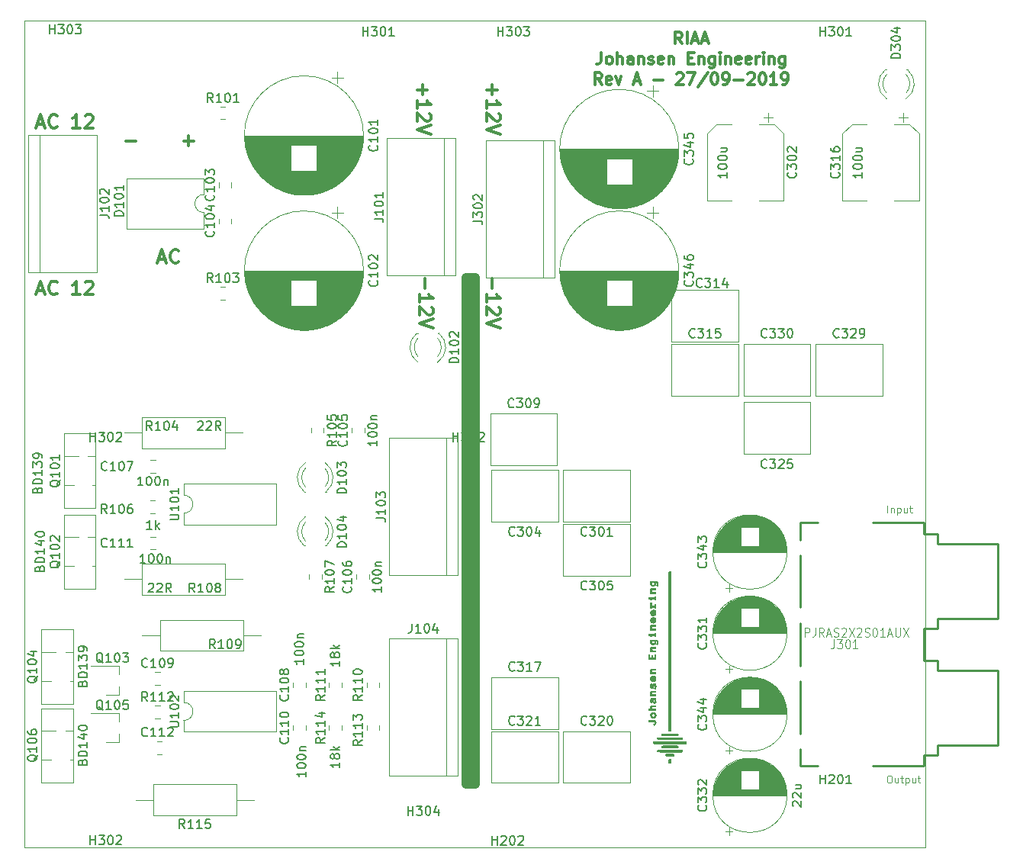
<source format=gbr>
%TF.GenerationSoftware,KiCad,Pcbnew,(5.1.0)-1*%
%TF.CreationDate,2019-10-03T23:56:52+02:00*%
%TF.ProjectId,KicadJE_RIAA,4b696361-644a-4455-9f52-4941412e6b69,rev?*%
%TF.SameCoordinates,Original*%
%TF.FileFunction,Legend,Top*%
%TF.FilePolarity,Positive*%
%FSLAX46Y46*%
G04 Gerber Fmt 4.6, Leading zero omitted, Abs format (unit mm)*
G04 Created by KiCad (PCBNEW (5.1.0)-1) date 2019-10-03 23:56:52*
%MOMM*%
%LPD*%
G04 APERTURE LIST*
%ADD10C,0.300000*%
%ADD11C,1.000000*%
%ADD12C,0.100000*%
%ADD13C,0.050000*%
%ADD14C,0.010000*%
%ADD15C,0.120000*%
%ADD16C,0.250000*%
%ADD17C,0.150000*%
G04 APERTURE END LIST*
D10*
X61214285Y-67107142D02*
X62357142Y-67107142D01*
X67642857Y-67107142D02*
X68785714Y-67107142D01*
X68214285Y-67678571D02*
X68214285Y-66535714D01*
X64892857Y-80250000D02*
X65607142Y-80250000D01*
X64750000Y-80678571D02*
X65250000Y-79178571D01*
X65750000Y-80678571D01*
X67107142Y-80535714D02*
X67035714Y-80607142D01*
X66821428Y-80678571D01*
X66678571Y-80678571D01*
X66464285Y-80607142D01*
X66321428Y-80464285D01*
X66250000Y-80321428D01*
X66178571Y-80035714D01*
X66178571Y-79821428D01*
X66250000Y-79535714D01*
X66321428Y-79392857D01*
X66464285Y-79250000D01*
X66678571Y-79178571D01*
X66821428Y-79178571D01*
X67035714Y-79250000D01*
X67107142Y-79321428D01*
X51392857Y-65250000D02*
X52107142Y-65250000D01*
X51250000Y-65678571D02*
X51750000Y-64178571D01*
X52250000Y-65678571D01*
X53607142Y-65535714D02*
X53535714Y-65607142D01*
X53321428Y-65678571D01*
X53178571Y-65678571D01*
X52964285Y-65607142D01*
X52821428Y-65464285D01*
X52750000Y-65321428D01*
X52678571Y-65035714D01*
X52678571Y-64821428D01*
X52750000Y-64535714D01*
X52821428Y-64392857D01*
X52964285Y-64250000D01*
X53178571Y-64178571D01*
X53321428Y-64178571D01*
X53535714Y-64250000D01*
X53607142Y-64321428D01*
X56178571Y-65678571D02*
X55321428Y-65678571D01*
X55750000Y-65678571D02*
X55750000Y-64178571D01*
X55607142Y-64392857D01*
X55464285Y-64535714D01*
X55321428Y-64607142D01*
X56750000Y-64321428D02*
X56821428Y-64250000D01*
X56964285Y-64178571D01*
X57321428Y-64178571D01*
X57464285Y-64250000D01*
X57535714Y-64321428D01*
X57607142Y-64464285D01*
X57607142Y-64607142D01*
X57535714Y-64821428D01*
X56678571Y-65678571D01*
X57607142Y-65678571D01*
X51392857Y-83750000D02*
X52107142Y-83750000D01*
X51250000Y-84178571D02*
X51750000Y-82678571D01*
X52250000Y-84178571D01*
X53607142Y-84035714D02*
X53535714Y-84107142D01*
X53321428Y-84178571D01*
X53178571Y-84178571D01*
X52964285Y-84107142D01*
X52821428Y-83964285D01*
X52750000Y-83821428D01*
X52678571Y-83535714D01*
X52678571Y-83321428D01*
X52750000Y-83035714D01*
X52821428Y-82892857D01*
X52964285Y-82750000D01*
X53178571Y-82678571D01*
X53321428Y-82678571D01*
X53535714Y-82750000D01*
X53607142Y-82821428D01*
X56178571Y-84178571D02*
X55321428Y-84178571D01*
X55750000Y-84178571D02*
X55750000Y-82678571D01*
X55607142Y-82892857D01*
X55464285Y-83035714D01*
X55321428Y-83107142D01*
X56750000Y-82821428D02*
X56821428Y-82750000D01*
X56964285Y-82678571D01*
X57321428Y-82678571D01*
X57464285Y-82750000D01*
X57535714Y-82821428D01*
X57607142Y-82964285D01*
X57607142Y-83107142D01*
X57535714Y-83321428D01*
X56678571Y-84178571D01*
X57607142Y-84178571D01*
X94392857Y-82357142D02*
X94392857Y-83500000D01*
X93821428Y-85000000D02*
X93821428Y-84142857D01*
X93821428Y-84571428D02*
X95321428Y-84571428D01*
X95107142Y-84428571D01*
X94964285Y-84285714D01*
X94892857Y-84142857D01*
X95178571Y-85571428D02*
X95250000Y-85642857D01*
X95321428Y-85785714D01*
X95321428Y-86142857D01*
X95250000Y-86285714D01*
X95178571Y-86357142D01*
X95035714Y-86428571D01*
X94892857Y-86428571D01*
X94678571Y-86357142D01*
X93821428Y-85500000D01*
X93821428Y-86428571D01*
X95321428Y-86857142D02*
X93821428Y-87357142D01*
X95321428Y-87857142D01*
X94142857Y-60857142D02*
X94142857Y-62000000D01*
X93571428Y-61428571D02*
X94714285Y-61428571D01*
X93571428Y-63500000D02*
X93571428Y-62642857D01*
X93571428Y-63071428D02*
X95071428Y-63071428D01*
X94857142Y-62928571D01*
X94714285Y-62785714D01*
X94642857Y-62642857D01*
X94928571Y-64071428D02*
X95000000Y-64142857D01*
X95071428Y-64285714D01*
X95071428Y-64642857D01*
X95000000Y-64785714D01*
X94928571Y-64857142D01*
X94785714Y-64928571D01*
X94642857Y-64928571D01*
X94428571Y-64857142D01*
X93571428Y-64000000D01*
X93571428Y-64928571D01*
X95071428Y-65357142D02*
X93571428Y-65857142D01*
X95071428Y-66357142D01*
D11*
X99000000Y-138500000D02*
X100000000Y-138500000D01*
X99000000Y-82250000D02*
X99000000Y-138500000D01*
X100000000Y-82250000D02*
X99000000Y-82250000D01*
X100000000Y-138500000D02*
X100000000Y-82250000D01*
D12*
X145755476Y-108361904D02*
X145755476Y-107561904D01*
X146136428Y-107828571D02*
X146136428Y-108361904D01*
X146136428Y-107904761D02*
X146174523Y-107866666D01*
X146250714Y-107828571D01*
X146365000Y-107828571D01*
X146441190Y-107866666D01*
X146479285Y-107942857D01*
X146479285Y-108361904D01*
X146860238Y-107828571D02*
X146860238Y-108628571D01*
X146860238Y-107866666D02*
X146936428Y-107828571D01*
X147088809Y-107828571D01*
X147165000Y-107866666D01*
X147203095Y-107904761D01*
X147241190Y-107980952D01*
X147241190Y-108209523D01*
X147203095Y-108285714D01*
X147165000Y-108323809D01*
X147088809Y-108361904D01*
X146936428Y-108361904D01*
X146860238Y-108323809D01*
X147926904Y-107828571D02*
X147926904Y-108361904D01*
X147584047Y-107828571D02*
X147584047Y-108247619D01*
X147622142Y-108323809D01*
X147698333Y-108361904D01*
X147812619Y-108361904D01*
X147888809Y-108323809D01*
X147926904Y-108285714D01*
X148193571Y-107828571D02*
X148498333Y-107828571D01*
X148307857Y-107561904D02*
X148307857Y-108247619D01*
X148345952Y-108323809D01*
X148422142Y-108361904D01*
X148498333Y-108361904D01*
X145907857Y-137561904D02*
X146060238Y-137561904D01*
X146136428Y-137600000D01*
X146212619Y-137676190D01*
X146250714Y-137828571D01*
X146250714Y-138095238D01*
X146212619Y-138247619D01*
X146136428Y-138323809D01*
X146060238Y-138361904D01*
X145907857Y-138361904D01*
X145831666Y-138323809D01*
X145755476Y-138247619D01*
X145717380Y-138095238D01*
X145717380Y-137828571D01*
X145755476Y-137676190D01*
X145831666Y-137600000D01*
X145907857Y-137561904D01*
X146936428Y-137828571D02*
X146936428Y-138361904D01*
X146593571Y-137828571D02*
X146593571Y-138247619D01*
X146631666Y-138323809D01*
X146707857Y-138361904D01*
X146822142Y-138361904D01*
X146898333Y-138323809D01*
X146936428Y-138285714D01*
X147203095Y-137828571D02*
X147507857Y-137828571D01*
X147317380Y-137561904D02*
X147317380Y-138247619D01*
X147355476Y-138323809D01*
X147431666Y-138361904D01*
X147507857Y-138361904D01*
X147774523Y-137828571D02*
X147774523Y-138628571D01*
X147774523Y-137866666D02*
X147850714Y-137828571D01*
X148003095Y-137828571D01*
X148079285Y-137866666D01*
X148117380Y-137904761D01*
X148155476Y-137980952D01*
X148155476Y-138209523D01*
X148117380Y-138285714D01*
X148079285Y-138323809D01*
X148003095Y-138361904D01*
X147850714Y-138361904D01*
X147774523Y-138323809D01*
X148841190Y-137828571D02*
X148841190Y-138361904D01*
X148498333Y-137828571D02*
X148498333Y-138247619D01*
X148536428Y-138323809D01*
X148612619Y-138361904D01*
X148726904Y-138361904D01*
X148803095Y-138323809D01*
X148841190Y-138285714D01*
X149107857Y-137828571D02*
X149412619Y-137828571D01*
X149222142Y-137561904D02*
X149222142Y-138247619D01*
X149260238Y-138323809D01*
X149336428Y-138361904D01*
X149412619Y-138361904D01*
D10*
X101892857Y-82357142D02*
X101892857Y-83500000D01*
X101321428Y-85000000D02*
X101321428Y-84142857D01*
X101321428Y-84571428D02*
X102821428Y-84571428D01*
X102607142Y-84428571D01*
X102464285Y-84285714D01*
X102392857Y-84142857D01*
X102678571Y-85571428D02*
X102750000Y-85642857D01*
X102821428Y-85785714D01*
X102821428Y-86142857D01*
X102750000Y-86285714D01*
X102678571Y-86357142D01*
X102535714Y-86428571D01*
X102392857Y-86428571D01*
X102178571Y-86357142D01*
X101321428Y-85500000D01*
X101321428Y-86428571D01*
X102821428Y-86857142D02*
X101321428Y-87357142D01*
X102821428Y-87857142D01*
X101892857Y-60857142D02*
X101892857Y-62000000D01*
X101321428Y-61428571D02*
X102464285Y-61428571D01*
X101321428Y-63500000D02*
X101321428Y-62642857D01*
X101321428Y-63071428D02*
X102821428Y-63071428D01*
X102607142Y-62928571D01*
X102464285Y-62785714D01*
X102392857Y-62642857D01*
X102678571Y-64071428D02*
X102750000Y-64142857D01*
X102821428Y-64285714D01*
X102821428Y-64642857D01*
X102750000Y-64785714D01*
X102678571Y-64857142D01*
X102535714Y-64928571D01*
X102392857Y-64928571D01*
X102178571Y-64857142D01*
X101321428Y-64000000D01*
X101321428Y-64928571D01*
X102821428Y-65357142D02*
X101321428Y-65857142D01*
X102821428Y-66357142D01*
X122978571Y-56338095D02*
X122545238Y-55719047D01*
X122235714Y-56338095D02*
X122235714Y-55038095D01*
X122730952Y-55038095D01*
X122854761Y-55100000D01*
X122916666Y-55161904D01*
X122978571Y-55285714D01*
X122978571Y-55471428D01*
X122916666Y-55595238D01*
X122854761Y-55657142D01*
X122730952Y-55719047D01*
X122235714Y-55719047D01*
X123535714Y-56338095D02*
X123535714Y-55038095D01*
X124092857Y-55966666D02*
X124711904Y-55966666D01*
X123969047Y-56338095D02*
X124402380Y-55038095D01*
X124835714Y-56338095D01*
X125207142Y-55966666D02*
X125826190Y-55966666D01*
X125083333Y-56338095D02*
X125516666Y-55038095D01*
X125950000Y-56338095D01*
X114002380Y-57288095D02*
X114002380Y-58216666D01*
X113940476Y-58402380D01*
X113816666Y-58526190D01*
X113630952Y-58588095D01*
X113507142Y-58588095D01*
X114807142Y-58588095D02*
X114683333Y-58526190D01*
X114621428Y-58464285D01*
X114559523Y-58340476D01*
X114559523Y-57969047D01*
X114621428Y-57845238D01*
X114683333Y-57783333D01*
X114807142Y-57721428D01*
X114992857Y-57721428D01*
X115116666Y-57783333D01*
X115178571Y-57845238D01*
X115240476Y-57969047D01*
X115240476Y-58340476D01*
X115178571Y-58464285D01*
X115116666Y-58526190D01*
X114992857Y-58588095D01*
X114807142Y-58588095D01*
X115797619Y-58588095D02*
X115797619Y-57288095D01*
X116354761Y-58588095D02*
X116354761Y-57907142D01*
X116292857Y-57783333D01*
X116169047Y-57721428D01*
X115983333Y-57721428D01*
X115859523Y-57783333D01*
X115797619Y-57845238D01*
X117530952Y-58588095D02*
X117530952Y-57907142D01*
X117469047Y-57783333D01*
X117345238Y-57721428D01*
X117097619Y-57721428D01*
X116973809Y-57783333D01*
X117530952Y-58526190D02*
X117407142Y-58588095D01*
X117097619Y-58588095D01*
X116973809Y-58526190D01*
X116911904Y-58402380D01*
X116911904Y-58278571D01*
X116973809Y-58154761D01*
X117097619Y-58092857D01*
X117407142Y-58092857D01*
X117530952Y-58030952D01*
X118150000Y-57721428D02*
X118150000Y-58588095D01*
X118150000Y-57845238D02*
X118211904Y-57783333D01*
X118335714Y-57721428D01*
X118521428Y-57721428D01*
X118645238Y-57783333D01*
X118707142Y-57907142D01*
X118707142Y-58588095D01*
X119264285Y-58526190D02*
X119388095Y-58588095D01*
X119635714Y-58588095D01*
X119759523Y-58526190D01*
X119821428Y-58402380D01*
X119821428Y-58340476D01*
X119759523Y-58216666D01*
X119635714Y-58154761D01*
X119450000Y-58154761D01*
X119326190Y-58092857D01*
X119264285Y-57969047D01*
X119264285Y-57907142D01*
X119326190Y-57783333D01*
X119450000Y-57721428D01*
X119635714Y-57721428D01*
X119759523Y-57783333D01*
X120873809Y-58526190D02*
X120750000Y-58588095D01*
X120502380Y-58588095D01*
X120378571Y-58526190D01*
X120316666Y-58402380D01*
X120316666Y-57907142D01*
X120378571Y-57783333D01*
X120502380Y-57721428D01*
X120750000Y-57721428D01*
X120873809Y-57783333D01*
X120935714Y-57907142D01*
X120935714Y-58030952D01*
X120316666Y-58154761D01*
X121492857Y-57721428D02*
X121492857Y-58588095D01*
X121492857Y-57845238D02*
X121554761Y-57783333D01*
X121678571Y-57721428D01*
X121864285Y-57721428D01*
X121988095Y-57783333D01*
X122050000Y-57907142D01*
X122050000Y-58588095D01*
X123659523Y-57907142D02*
X124092857Y-57907142D01*
X124278571Y-58588095D02*
X123659523Y-58588095D01*
X123659523Y-57288095D01*
X124278571Y-57288095D01*
X124835714Y-57721428D02*
X124835714Y-58588095D01*
X124835714Y-57845238D02*
X124897619Y-57783333D01*
X125021428Y-57721428D01*
X125207142Y-57721428D01*
X125330952Y-57783333D01*
X125392857Y-57907142D01*
X125392857Y-58588095D01*
X126569047Y-57721428D02*
X126569047Y-58773809D01*
X126507142Y-58897619D01*
X126445238Y-58959523D01*
X126321428Y-59021428D01*
X126135714Y-59021428D01*
X126011904Y-58959523D01*
X126569047Y-58526190D02*
X126445238Y-58588095D01*
X126197619Y-58588095D01*
X126073809Y-58526190D01*
X126011904Y-58464285D01*
X125950000Y-58340476D01*
X125950000Y-57969047D01*
X126011904Y-57845238D01*
X126073809Y-57783333D01*
X126197619Y-57721428D01*
X126445238Y-57721428D01*
X126569047Y-57783333D01*
X127188095Y-58588095D02*
X127188095Y-57721428D01*
X127188095Y-57288095D02*
X127126190Y-57350000D01*
X127188095Y-57411904D01*
X127250000Y-57350000D01*
X127188095Y-57288095D01*
X127188095Y-57411904D01*
X127807142Y-57721428D02*
X127807142Y-58588095D01*
X127807142Y-57845238D02*
X127869047Y-57783333D01*
X127992857Y-57721428D01*
X128178571Y-57721428D01*
X128302380Y-57783333D01*
X128364285Y-57907142D01*
X128364285Y-58588095D01*
X129478571Y-58526190D02*
X129354761Y-58588095D01*
X129107142Y-58588095D01*
X128983333Y-58526190D01*
X128921428Y-58402380D01*
X128921428Y-57907142D01*
X128983333Y-57783333D01*
X129107142Y-57721428D01*
X129354761Y-57721428D01*
X129478571Y-57783333D01*
X129540476Y-57907142D01*
X129540476Y-58030952D01*
X128921428Y-58154761D01*
X130592857Y-58526190D02*
X130469047Y-58588095D01*
X130221428Y-58588095D01*
X130097619Y-58526190D01*
X130035714Y-58402380D01*
X130035714Y-57907142D01*
X130097619Y-57783333D01*
X130221428Y-57721428D01*
X130469047Y-57721428D01*
X130592857Y-57783333D01*
X130654761Y-57907142D01*
X130654761Y-58030952D01*
X130035714Y-58154761D01*
X131211904Y-58588095D02*
X131211904Y-57721428D01*
X131211904Y-57969047D02*
X131273809Y-57845238D01*
X131335714Y-57783333D01*
X131459523Y-57721428D01*
X131583333Y-57721428D01*
X132016666Y-58588095D02*
X132016666Y-57721428D01*
X132016666Y-57288095D02*
X131954761Y-57350000D01*
X132016666Y-57411904D01*
X132078571Y-57350000D01*
X132016666Y-57288095D01*
X132016666Y-57411904D01*
X132635714Y-57721428D02*
X132635714Y-58588095D01*
X132635714Y-57845238D02*
X132697619Y-57783333D01*
X132821428Y-57721428D01*
X133007142Y-57721428D01*
X133130952Y-57783333D01*
X133192857Y-57907142D01*
X133192857Y-58588095D01*
X134369047Y-57721428D02*
X134369047Y-58773809D01*
X134307142Y-58897619D01*
X134245238Y-58959523D01*
X134121428Y-59021428D01*
X133935714Y-59021428D01*
X133811904Y-58959523D01*
X134369047Y-58526190D02*
X134245238Y-58588095D01*
X133997619Y-58588095D01*
X133873809Y-58526190D01*
X133811904Y-58464285D01*
X133750000Y-58340476D01*
X133750000Y-57969047D01*
X133811904Y-57845238D01*
X133873809Y-57783333D01*
X133997619Y-57721428D01*
X134245238Y-57721428D01*
X134369047Y-57783333D01*
X114064285Y-60838095D02*
X113630952Y-60219047D01*
X113321428Y-60838095D02*
X113321428Y-59538095D01*
X113816666Y-59538095D01*
X113940476Y-59600000D01*
X114002380Y-59661904D01*
X114064285Y-59785714D01*
X114064285Y-59971428D01*
X114002380Y-60095238D01*
X113940476Y-60157142D01*
X113816666Y-60219047D01*
X113321428Y-60219047D01*
X115116666Y-60776190D02*
X114992857Y-60838095D01*
X114745238Y-60838095D01*
X114621428Y-60776190D01*
X114559523Y-60652380D01*
X114559523Y-60157142D01*
X114621428Y-60033333D01*
X114745238Y-59971428D01*
X114992857Y-59971428D01*
X115116666Y-60033333D01*
X115178571Y-60157142D01*
X115178571Y-60280952D01*
X114559523Y-60404761D01*
X115611904Y-59971428D02*
X115921428Y-60838095D01*
X116230952Y-59971428D01*
X117654761Y-60466666D02*
X118273809Y-60466666D01*
X117530952Y-60838095D02*
X117964285Y-59538095D01*
X118397619Y-60838095D01*
X119821428Y-60342857D02*
X120811904Y-60342857D01*
X122359523Y-59661904D02*
X122421428Y-59600000D01*
X122545238Y-59538095D01*
X122854761Y-59538095D01*
X122978571Y-59600000D01*
X123040476Y-59661904D01*
X123102380Y-59785714D01*
X123102380Y-59909523D01*
X123040476Y-60095238D01*
X122297619Y-60838095D01*
X123102380Y-60838095D01*
X123535714Y-59538095D02*
X124402380Y-59538095D01*
X123845238Y-60838095D01*
X125826190Y-59476190D02*
X124711904Y-61147619D01*
X126507142Y-59538095D02*
X126630952Y-59538095D01*
X126754761Y-59600000D01*
X126816666Y-59661904D01*
X126878571Y-59785714D01*
X126940476Y-60033333D01*
X126940476Y-60342857D01*
X126878571Y-60590476D01*
X126816666Y-60714285D01*
X126754761Y-60776190D01*
X126630952Y-60838095D01*
X126507142Y-60838095D01*
X126383333Y-60776190D01*
X126321428Y-60714285D01*
X126259523Y-60590476D01*
X126197619Y-60342857D01*
X126197619Y-60033333D01*
X126259523Y-59785714D01*
X126321428Y-59661904D01*
X126383333Y-59600000D01*
X126507142Y-59538095D01*
X127559523Y-60838095D02*
X127807142Y-60838095D01*
X127930952Y-60776190D01*
X127992857Y-60714285D01*
X128116666Y-60528571D01*
X128178571Y-60280952D01*
X128178571Y-59785714D01*
X128116666Y-59661904D01*
X128054761Y-59600000D01*
X127930952Y-59538095D01*
X127683333Y-59538095D01*
X127559523Y-59600000D01*
X127497619Y-59661904D01*
X127435714Y-59785714D01*
X127435714Y-60095238D01*
X127497619Y-60219047D01*
X127559523Y-60280952D01*
X127683333Y-60342857D01*
X127930952Y-60342857D01*
X128054761Y-60280952D01*
X128116666Y-60219047D01*
X128178571Y-60095238D01*
X128735714Y-60342857D02*
X129726190Y-60342857D01*
X130283333Y-59661904D02*
X130345238Y-59600000D01*
X130469047Y-59538095D01*
X130778571Y-59538095D01*
X130902380Y-59600000D01*
X130964285Y-59661904D01*
X131026190Y-59785714D01*
X131026190Y-59909523D01*
X130964285Y-60095238D01*
X130221428Y-60838095D01*
X131026190Y-60838095D01*
X131830952Y-59538095D02*
X131954761Y-59538095D01*
X132078571Y-59600000D01*
X132140476Y-59661904D01*
X132202380Y-59785714D01*
X132264285Y-60033333D01*
X132264285Y-60342857D01*
X132202380Y-60590476D01*
X132140476Y-60714285D01*
X132078571Y-60776190D01*
X131954761Y-60838095D01*
X131830952Y-60838095D01*
X131707142Y-60776190D01*
X131645238Y-60714285D01*
X131583333Y-60590476D01*
X131521428Y-60342857D01*
X131521428Y-60033333D01*
X131583333Y-59785714D01*
X131645238Y-59661904D01*
X131707142Y-59600000D01*
X131830952Y-59538095D01*
X133502380Y-60838095D02*
X132759523Y-60838095D01*
X133130952Y-60838095D02*
X133130952Y-59538095D01*
X133007142Y-59723809D01*
X132883333Y-59847619D01*
X132759523Y-59909523D01*
X134121428Y-60838095D02*
X134369047Y-60838095D01*
X134492857Y-60776190D01*
X134554761Y-60714285D01*
X134678571Y-60528571D01*
X134740476Y-60280952D01*
X134740476Y-59785714D01*
X134678571Y-59661904D01*
X134616666Y-59600000D01*
X134492857Y-59538095D01*
X134245238Y-59538095D01*
X134121428Y-59600000D01*
X134059523Y-59661904D01*
X133997619Y-59785714D01*
X133997619Y-60095238D01*
X134059523Y-60219047D01*
X134121428Y-60280952D01*
X134245238Y-60342857D01*
X134492857Y-60342857D01*
X134616666Y-60280952D01*
X134678571Y-60219047D01*
X134740476Y-60095238D01*
D13*
X50000000Y-145500000D02*
X50000000Y-53750000D01*
X150000000Y-145500000D02*
X50000000Y-145500000D01*
X150000000Y-53750000D02*
X150000000Y-145500000D01*
X50000000Y-53750000D02*
X150000000Y-53750000D01*
D14*
G36*
X119758379Y-133805558D02*
G01*
X119766617Y-133798563D01*
X119774118Y-133792951D01*
X119782821Y-133787971D01*
X119794684Y-133783586D01*
X119811669Y-133779758D01*
X119835733Y-133776450D01*
X119868836Y-133773623D01*
X119912937Y-133771239D01*
X119969996Y-133769261D01*
X120041971Y-133767650D01*
X120130823Y-133766370D01*
X120238510Y-133765382D01*
X120366991Y-133764648D01*
X120518226Y-133764131D01*
X120694174Y-133763792D01*
X120896795Y-133763594D01*
X121128047Y-133763499D01*
X121389890Y-133763470D01*
X121583998Y-133763467D01*
X123356763Y-133763467D01*
X123393581Y-133802659D01*
X123424572Y-133856077D01*
X123425636Y-133912439D01*
X123396788Y-133962668D01*
X123393340Y-133966008D01*
X123386991Y-133971518D01*
X123379168Y-133976409D01*
X123367922Y-133980716D01*
X123351309Y-133984478D01*
X123327380Y-133987731D01*
X123294189Y-133990512D01*
X123249789Y-133992858D01*
X123192233Y-133994806D01*
X123119574Y-133996393D01*
X123029865Y-133997656D01*
X122921160Y-133998632D01*
X122791511Y-133999357D01*
X122638971Y-133999870D01*
X122461595Y-134000207D01*
X122257433Y-134000405D01*
X122024541Y-134000501D01*
X121760970Y-134000531D01*
X121575959Y-134000534D01*
X119795637Y-134000534D01*
X119758818Y-133961342D01*
X119726974Y-133907924D01*
X119726931Y-133853841D01*
X119758379Y-133805558D01*
X119758379Y-133805558D01*
G37*
X119758379Y-133805558D02*
X119766617Y-133798563D01*
X119774118Y-133792951D01*
X119782821Y-133787971D01*
X119794684Y-133783586D01*
X119811669Y-133779758D01*
X119835733Y-133776450D01*
X119868836Y-133773623D01*
X119912937Y-133771239D01*
X119969996Y-133769261D01*
X120041971Y-133767650D01*
X120130823Y-133766370D01*
X120238510Y-133765382D01*
X120366991Y-133764648D01*
X120518226Y-133764131D01*
X120694174Y-133763792D01*
X120896795Y-133763594D01*
X121128047Y-133763499D01*
X121389890Y-133763470D01*
X121583998Y-133763467D01*
X123356763Y-133763467D01*
X123393581Y-133802659D01*
X123424572Y-133856077D01*
X123425636Y-133912439D01*
X123396788Y-133962668D01*
X123393340Y-133966008D01*
X123386991Y-133971518D01*
X123379168Y-133976409D01*
X123367922Y-133980716D01*
X123351309Y-133984478D01*
X123327380Y-133987731D01*
X123294189Y-133990512D01*
X123249789Y-133992858D01*
X123192233Y-133994806D01*
X123119574Y-133996393D01*
X123029865Y-133997656D01*
X122921160Y-133998632D01*
X122791511Y-133999357D01*
X122638971Y-133999870D01*
X122461595Y-134000207D01*
X122257433Y-134000405D01*
X122024541Y-134000501D01*
X121760970Y-134000531D01*
X121575959Y-134000534D01*
X119795637Y-134000534D01*
X119758818Y-133961342D01*
X119726974Y-133907924D01*
X119726931Y-133853841D01*
X119758379Y-133805558D01*
G36*
X120198447Y-134758287D02*
G01*
X120224735Y-134713862D01*
X120267422Y-134688717D01*
X120290231Y-134687054D01*
X120344206Y-134685467D01*
X120426647Y-134683977D01*
X120534854Y-134682608D01*
X120666126Y-134681379D01*
X120817764Y-134680313D01*
X120987066Y-134679431D01*
X121171332Y-134678754D01*
X121367863Y-134678305D01*
X121573957Y-134678105D01*
X121598136Y-134678098D01*
X122890073Y-134677867D01*
X122931636Y-134719431D01*
X122966118Y-134768086D01*
X122968201Y-134816419D01*
X122938135Y-134870278D01*
X122938104Y-134870317D01*
X122903008Y-134914934D01*
X121590791Y-134914934D01*
X121311748Y-134914722D01*
X121066126Y-134914084D01*
X120853483Y-134913013D01*
X120673378Y-134911504D01*
X120525367Y-134909550D01*
X120409008Y-134907145D01*
X120323858Y-134904284D01*
X120269476Y-134900961D01*
X120245419Y-134897170D01*
X120245009Y-134896971D01*
X120207439Y-134860475D01*
X120192300Y-134810703D01*
X120198447Y-134758287D01*
X120198447Y-134758287D01*
G37*
X120198447Y-134758287D02*
X120224735Y-134713862D01*
X120267422Y-134688717D01*
X120290231Y-134687054D01*
X120344206Y-134685467D01*
X120426647Y-134683977D01*
X120534854Y-134682608D01*
X120666126Y-134681379D01*
X120817764Y-134680313D01*
X120987066Y-134679431D01*
X121171332Y-134678754D01*
X121367863Y-134678305D01*
X121573957Y-134678105D01*
X121598136Y-134678098D01*
X122890073Y-134677867D01*
X122931636Y-134719431D01*
X122966118Y-134768086D01*
X122968201Y-134816419D01*
X122938135Y-134870278D01*
X122938104Y-134870317D01*
X122903008Y-134914934D01*
X121590791Y-134914934D01*
X121311748Y-134914722D01*
X121066126Y-134914084D01*
X120853483Y-134913013D01*
X120673378Y-134911504D01*
X120525367Y-134909550D01*
X120409008Y-134907145D01*
X120323858Y-134904284D01*
X120269476Y-134900961D01*
X120245419Y-134897170D01*
X120245009Y-134896971D01*
X120207439Y-134860475D01*
X120192300Y-134810703D01*
X120198447Y-134758287D01*
G36*
X120204117Y-133366595D02*
G01*
X120229054Y-133337495D01*
X120237430Y-133331731D01*
X120248868Y-133326722D01*
X120265652Y-133322416D01*
X120290066Y-133318758D01*
X120324393Y-133315697D01*
X120370916Y-133313180D01*
X120431920Y-133311153D01*
X120509686Y-133309565D01*
X120606500Y-133308361D01*
X120724645Y-133307491D01*
X120866403Y-133306899D01*
X121034060Y-133306534D01*
X121229897Y-133306343D01*
X121456199Y-133306273D01*
X121578845Y-133306267D01*
X122890073Y-133306267D01*
X122931636Y-133347831D01*
X122966435Y-133398435D01*
X122967478Y-133448089D01*
X122934765Y-133498582D01*
X122931636Y-133501770D01*
X122890073Y-133543334D01*
X121578845Y-133543334D01*
X121336789Y-133543304D01*
X121126316Y-133543179D01*
X120945142Y-133542906D01*
X120790984Y-133542432D01*
X120661559Y-133541704D01*
X120554583Y-133540670D01*
X120467773Y-133539277D01*
X120398844Y-133537472D01*
X120345514Y-133535201D01*
X120305499Y-133532413D01*
X120276515Y-133529055D01*
X120256279Y-133525073D01*
X120242508Y-133520414D01*
X120232917Y-133515027D01*
X120229054Y-133512106D01*
X120196615Y-133466021D01*
X120190489Y-133424800D01*
X120204117Y-133366595D01*
X120204117Y-133366595D01*
G37*
X120204117Y-133366595D02*
X120229054Y-133337495D01*
X120237430Y-133331731D01*
X120248868Y-133326722D01*
X120265652Y-133322416D01*
X120290066Y-133318758D01*
X120324393Y-133315697D01*
X120370916Y-133313180D01*
X120431920Y-133311153D01*
X120509686Y-133309565D01*
X120606500Y-133308361D01*
X120724645Y-133307491D01*
X120866403Y-133306899D01*
X121034060Y-133306534D01*
X121229897Y-133306343D01*
X121456199Y-133306273D01*
X121578845Y-133306267D01*
X122890073Y-133306267D01*
X122931636Y-133347831D01*
X122966435Y-133398435D01*
X122967478Y-133448089D01*
X122934765Y-133498582D01*
X122931636Y-133501770D01*
X122890073Y-133543334D01*
X121578845Y-133543334D01*
X121336789Y-133543304D01*
X121126316Y-133543179D01*
X120945142Y-133542906D01*
X120790984Y-133542432D01*
X120661559Y-133541704D01*
X120554583Y-133540670D01*
X120467773Y-133539277D01*
X120398844Y-133537472D01*
X120345514Y-133535201D01*
X120305499Y-133532413D01*
X120276515Y-133529055D01*
X120256279Y-133525073D01*
X120242508Y-133520414D01*
X120232917Y-133515027D01*
X120229054Y-133512106D01*
X120196615Y-133466021D01*
X120190489Y-133424800D01*
X120204117Y-133366595D01*
G36*
X120664488Y-134281129D02*
G01*
X120666292Y-134278235D01*
X120676358Y-134265468D01*
X120689947Y-134254736D01*
X120709878Y-134245863D01*
X120738969Y-134238674D01*
X120780040Y-134232993D01*
X120835908Y-134228644D01*
X120909393Y-134225451D01*
X121003313Y-134223238D01*
X121120486Y-134221830D01*
X121263733Y-134221050D01*
X121435870Y-134220722D01*
X121588827Y-134220667D01*
X121778626Y-134220702D01*
X121937467Y-134220884D01*
X122068258Y-134221327D01*
X122173906Y-134222147D01*
X122257319Y-134223458D01*
X122321407Y-134225376D01*
X122369076Y-134228016D01*
X122403236Y-134231492D01*
X122426794Y-134235920D01*
X122442657Y-134241414D01*
X122453735Y-134248090D01*
X122462007Y-134255193D01*
X122492002Y-134301721D01*
X122499525Y-134356172D01*
X122484616Y-134406129D01*
X122461432Y-134431374D01*
X122449485Y-134437392D01*
X122430432Y-134442437D01*
X122401477Y-134446592D01*
X122359822Y-134449938D01*
X122302669Y-134452560D01*
X122227220Y-134454541D01*
X122130679Y-134455962D01*
X122010248Y-134456907D01*
X121863129Y-134457460D01*
X121686525Y-134457702D01*
X121572432Y-134457734D01*
X121380729Y-134457697D01*
X121220024Y-134457512D01*
X121087449Y-134457070D01*
X120980134Y-134456261D01*
X120895210Y-134454975D01*
X120829810Y-134453103D01*
X120781063Y-134450534D01*
X120746103Y-134447160D01*
X120722059Y-134442870D01*
X120706063Y-134437554D01*
X120695246Y-134431103D01*
X120687200Y-134423867D01*
X120661991Y-134380431D01*
X120653600Y-134327141D01*
X120664488Y-134281129D01*
X120664488Y-134281129D01*
G37*
X120664488Y-134281129D02*
X120666292Y-134278235D01*
X120676358Y-134265468D01*
X120689947Y-134254736D01*
X120709878Y-134245863D01*
X120738969Y-134238674D01*
X120780040Y-134232993D01*
X120835908Y-134228644D01*
X120909393Y-134225451D01*
X121003313Y-134223238D01*
X121120486Y-134221830D01*
X121263733Y-134221050D01*
X121435870Y-134220722D01*
X121588827Y-134220667D01*
X121778626Y-134220702D01*
X121937467Y-134220884D01*
X122068258Y-134221327D01*
X122173906Y-134222147D01*
X122257319Y-134223458D01*
X122321407Y-134225376D01*
X122369076Y-134228016D01*
X122403236Y-134231492D01*
X122426794Y-134235920D01*
X122442657Y-134241414D01*
X122453735Y-134248090D01*
X122462007Y-134255193D01*
X122492002Y-134301721D01*
X122499525Y-134356172D01*
X122484616Y-134406129D01*
X122461432Y-134431374D01*
X122449485Y-134437392D01*
X122430432Y-134442437D01*
X122401477Y-134446592D01*
X122359822Y-134449938D01*
X122302669Y-134452560D01*
X122227220Y-134454541D01*
X122130679Y-134455962D01*
X122010248Y-134456907D01*
X121863129Y-134457460D01*
X121686525Y-134457702D01*
X121572432Y-134457734D01*
X121380729Y-134457697D01*
X121220024Y-134457512D01*
X121087449Y-134457070D01*
X120980134Y-134456261D01*
X120895210Y-134454975D01*
X120829810Y-134453103D01*
X120781063Y-134450534D01*
X120746103Y-134447160D01*
X120722059Y-134442870D01*
X120706063Y-134437554D01*
X120695246Y-134431103D01*
X120687200Y-134423867D01*
X120661991Y-134380431D01*
X120653600Y-134327141D01*
X120664488Y-134281129D01*
G36*
X120678864Y-132926186D02*
G01*
X120687200Y-132916800D01*
X120695759Y-132909176D01*
X120706787Y-132902791D01*
X120723154Y-132897535D01*
X120747727Y-132893298D01*
X120783377Y-132889971D01*
X120832971Y-132887444D01*
X120899378Y-132885607D01*
X120985467Y-132884350D01*
X121094106Y-132883565D01*
X121228165Y-132883140D01*
X121390512Y-132882966D01*
X121572432Y-132882934D01*
X121766966Y-132883038D01*
X121930431Y-132883405D01*
X122065624Y-132884117D01*
X122175345Y-132885259D01*
X122262388Y-132886913D01*
X122329554Y-132889161D01*
X122379638Y-132892088D01*
X122415438Y-132895775D01*
X122439752Y-132900305D01*
X122455378Y-132905763D01*
X122461432Y-132909294D01*
X122491709Y-132948984D01*
X122499582Y-133001689D01*
X122485009Y-133054990D01*
X122462007Y-133085474D01*
X122452818Y-133093256D01*
X122441473Y-133099772D01*
X122425090Y-133105133D01*
X122400781Y-133109453D01*
X122365665Y-133112843D01*
X122316855Y-133115417D01*
X122251468Y-133117286D01*
X122166619Y-133118563D01*
X122059423Y-133119361D01*
X121926996Y-133119791D01*
X121766453Y-133119967D01*
X121576200Y-133120000D01*
X121384858Y-133119966D01*
X121224499Y-133119790D01*
X121092237Y-133119357D01*
X120985189Y-133118557D01*
X120900469Y-133117276D01*
X120835194Y-133115403D01*
X120786478Y-133112825D01*
X120751437Y-133109429D01*
X120727187Y-133105103D01*
X120710843Y-133099735D01*
X120699521Y-133093212D01*
X120690393Y-133085474D01*
X120659925Y-133036349D01*
X120656001Y-132978943D01*
X120678864Y-132926186D01*
X120678864Y-132926186D01*
G37*
X120678864Y-132926186D02*
X120687200Y-132916800D01*
X120695759Y-132909176D01*
X120706787Y-132902791D01*
X120723154Y-132897535D01*
X120747727Y-132893298D01*
X120783377Y-132889971D01*
X120832971Y-132887444D01*
X120899378Y-132885607D01*
X120985467Y-132884350D01*
X121094106Y-132883565D01*
X121228165Y-132883140D01*
X121390512Y-132882966D01*
X121572432Y-132882934D01*
X121766966Y-132883038D01*
X121930431Y-132883405D01*
X122065624Y-132884117D01*
X122175345Y-132885259D01*
X122262388Y-132886913D01*
X122329554Y-132889161D01*
X122379638Y-132892088D01*
X122415438Y-132895775D01*
X122439752Y-132900305D01*
X122455378Y-132905763D01*
X122461432Y-132909294D01*
X122491709Y-132948984D01*
X122499582Y-133001689D01*
X122485009Y-133054990D01*
X122462007Y-133085474D01*
X122452818Y-133093256D01*
X122441473Y-133099772D01*
X122425090Y-133105133D01*
X122400781Y-133109453D01*
X122365665Y-133112843D01*
X122316855Y-133115417D01*
X122251468Y-133117286D01*
X122166619Y-133118563D01*
X122059423Y-133119361D01*
X121926996Y-133119791D01*
X121766453Y-133119967D01*
X121576200Y-133120000D01*
X121384858Y-133119966D01*
X121224499Y-133119790D01*
X121092237Y-133119357D01*
X120985189Y-133118557D01*
X120900469Y-133117276D01*
X120835194Y-133115403D01*
X120786478Y-133112825D01*
X120751437Y-133109429D01*
X120727187Y-133105103D01*
X120710843Y-133099735D01*
X120699521Y-133093212D01*
X120690393Y-133085474D01*
X120659925Y-133036349D01*
X120656001Y-132978943D01*
X120678864Y-132926186D01*
G36*
X121117406Y-135227258D02*
G01*
X121142876Y-135183510D01*
X121154022Y-135170746D01*
X121167071Y-135160974D01*
X121186435Y-135153724D01*
X121216522Y-135148526D01*
X121261744Y-135144911D01*
X121326510Y-135142408D01*
X121415231Y-135140548D01*
X121532318Y-135138861D01*
X121566095Y-135138416D01*
X121956971Y-135133299D01*
X121999419Y-135175747D01*
X122034698Y-135228754D01*
X122036968Y-135281964D01*
X122006157Y-135331947D01*
X122002675Y-135335315D01*
X121988848Y-135347100D01*
X121972732Y-135356059D01*
X121949828Y-135362580D01*
X121915632Y-135367048D01*
X121865644Y-135369852D01*
X121795361Y-135371376D01*
X121700281Y-135372008D01*
X121575903Y-135372134D01*
X121573827Y-135372134D01*
X121449240Y-135372046D01*
X121354052Y-135371510D01*
X121283796Y-135370115D01*
X121234004Y-135367451D01*
X121200209Y-135363106D01*
X121177944Y-135356670D01*
X121162740Y-135347734D01*
X121150131Y-135335885D01*
X121147352Y-135332942D01*
X121115480Y-135280707D01*
X121117406Y-135227258D01*
X121117406Y-135227258D01*
G37*
X121117406Y-135227258D02*
X121142876Y-135183510D01*
X121154022Y-135170746D01*
X121167071Y-135160974D01*
X121186435Y-135153724D01*
X121216522Y-135148526D01*
X121261744Y-135144911D01*
X121326510Y-135142408D01*
X121415231Y-135140548D01*
X121532318Y-135138861D01*
X121566095Y-135138416D01*
X121956971Y-135133299D01*
X121999419Y-135175747D01*
X122034698Y-135228754D01*
X122036968Y-135281964D01*
X122006157Y-135331947D01*
X122002675Y-135335315D01*
X121988848Y-135347100D01*
X121972732Y-135356059D01*
X121949828Y-135362580D01*
X121915632Y-135367048D01*
X121865644Y-135369852D01*
X121795361Y-135371376D01*
X121700281Y-135372008D01*
X121575903Y-135372134D01*
X121573827Y-135372134D01*
X121449240Y-135372046D01*
X121354052Y-135371510D01*
X121283796Y-135370115D01*
X121234004Y-135367451D01*
X121200209Y-135363106D01*
X121177944Y-135356670D01*
X121162740Y-135347734D01*
X121150131Y-135335885D01*
X121147352Y-135332942D01*
X121115480Y-135280707D01*
X121117406Y-135227258D01*
G36*
X121452523Y-135841276D02*
G01*
X121464255Y-135777199D01*
X121487042Y-135737194D01*
X121523528Y-135716611D01*
X121576200Y-135710800D01*
X121628710Y-135716524D01*
X121665041Y-135736801D01*
X121687817Y-135776292D01*
X121699660Y-135839657D01*
X121703194Y-135931558D01*
X121703200Y-135936449D01*
X121702434Y-136012122D01*
X121699053Y-136062010D01*
X121691435Y-136094180D01*
X121677955Y-136116698D01*
X121664008Y-136131182D01*
X121609484Y-136162330D01*
X121549984Y-136164663D01*
X121496001Y-136138320D01*
X121486018Y-136128809D01*
X121468240Y-136105901D01*
X121457250Y-136077841D01*
X121451483Y-136036349D01*
X121449373Y-135973145D01*
X121449200Y-135934076D01*
X121452523Y-135841276D01*
X121452523Y-135841276D01*
G37*
X121452523Y-135841276D02*
X121464255Y-135777199D01*
X121487042Y-135737194D01*
X121523528Y-135716611D01*
X121576200Y-135710800D01*
X121628710Y-135716524D01*
X121665041Y-135736801D01*
X121687817Y-135776292D01*
X121699660Y-135839657D01*
X121703194Y-135931558D01*
X121703200Y-135936449D01*
X121702434Y-136012122D01*
X121699053Y-136062010D01*
X121691435Y-136094180D01*
X121677955Y-136116698D01*
X121664008Y-136131182D01*
X121609484Y-136162330D01*
X121549984Y-136164663D01*
X121496001Y-136138320D01*
X121486018Y-136128809D01*
X121468240Y-136105901D01*
X121457250Y-136077841D01*
X121451483Y-136036349D01*
X121449373Y-135973145D01*
X121449200Y-135934076D01*
X121452523Y-135841276D01*
G36*
X121488391Y-114919619D02*
G01*
X121542916Y-114888471D01*
X121602415Y-114886138D01*
X121656399Y-114912481D01*
X121666381Y-114921992D01*
X121703200Y-114961183D01*
X121703200Y-132541809D01*
X121658583Y-132576905D01*
X121616096Y-132601641D01*
X121576364Y-132612000D01*
X121576200Y-132612000D01*
X121536539Y-132601741D01*
X121494010Y-132577057D01*
X121493817Y-132576905D01*
X121449200Y-132541809D01*
X121449200Y-114956437D01*
X121488391Y-114919619D01*
X121488391Y-114919619D01*
G37*
X121488391Y-114919619D02*
X121542916Y-114888471D01*
X121602415Y-114886138D01*
X121656399Y-114912481D01*
X121666381Y-114921992D01*
X121703200Y-114961183D01*
X121703200Y-132541809D01*
X121658583Y-132576905D01*
X121616096Y-132601641D01*
X121576364Y-132612000D01*
X121576200Y-132612000D01*
X121536539Y-132601741D01*
X121494010Y-132577057D01*
X121493817Y-132576905D01*
X121449200Y-132541809D01*
X121449200Y-114956437D01*
X121488391Y-114919619D01*
G36*
X119427272Y-122692435D02*
G01*
X119443035Y-122654360D01*
X119456278Y-122620139D01*
X119453017Y-122604591D01*
X119451501Y-122604401D01*
X119440626Y-122589379D01*
X119434576Y-122551854D01*
X119434133Y-122536667D01*
X119434133Y-122468934D01*
X119770296Y-122468934D01*
X119885592Y-122469113D01*
X119972208Y-122469988D01*
X120035330Y-122472065D01*
X120080145Y-122475850D01*
X120111840Y-122481850D01*
X120135599Y-122490571D01*
X120156610Y-122502520D01*
X120163996Y-122507371D01*
X120225593Y-122567913D01*
X120265107Y-122648749D01*
X120280952Y-122743214D01*
X120271542Y-122844645D01*
X120256597Y-122896661D01*
X120229893Y-122957496D01*
X120201969Y-122997664D01*
X120179002Y-123010801D01*
X120157527Y-123001152D01*
X120129373Y-122981127D01*
X120092728Y-122951453D01*
X120129331Y-122868706D01*
X120154167Y-122787055D01*
X120155029Y-122714750D01*
X120133772Y-122656842D01*
X120092249Y-122618376D01*
X120032317Y-122604401D01*
X119975130Y-122604401D01*
X120000965Y-122654360D01*
X120026043Y-122735118D01*
X120021009Y-122814409D01*
X119989466Y-122887545D01*
X119935016Y-122949840D01*
X119861261Y-122996607D01*
X119771804Y-123023162D01*
X119715925Y-123027324D01*
X119715925Y-122891340D01*
X119784004Y-122882617D01*
X119844455Y-122852331D01*
X119885477Y-122805737D01*
X119900013Y-122754873D01*
X119898357Y-122694138D01*
X119881732Y-122641122D01*
X119873146Y-122628290D01*
X119845779Y-122615553D01*
X119795576Y-122607320D01*
X119733139Y-122603685D01*
X119669071Y-122604740D01*
X119613974Y-122610578D01*
X119578452Y-122621291D01*
X119573035Y-122625662D01*
X119547153Y-122679887D01*
X119542135Y-122745504D01*
X119553133Y-122791794D01*
X119591768Y-122845563D01*
X119648939Y-122878866D01*
X119715925Y-122891340D01*
X119715925Y-123027324D01*
X119714179Y-123027455D01*
X119620696Y-123013636D01*
X119540545Y-122976220D01*
X119477426Y-122920299D01*
X119435040Y-122850966D01*
X119417088Y-122773314D01*
X119427272Y-122692435D01*
X119427272Y-122692435D01*
G37*
X119427272Y-122692435D02*
X119443035Y-122654360D01*
X119456278Y-122620139D01*
X119453017Y-122604591D01*
X119451501Y-122604401D01*
X119440626Y-122589379D01*
X119434576Y-122551854D01*
X119434133Y-122536667D01*
X119434133Y-122468934D01*
X119770296Y-122468934D01*
X119885592Y-122469113D01*
X119972208Y-122469988D01*
X120035330Y-122472065D01*
X120080145Y-122475850D01*
X120111840Y-122481850D01*
X120135599Y-122490571D01*
X120156610Y-122502520D01*
X120163996Y-122507371D01*
X120225593Y-122567913D01*
X120265107Y-122648749D01*
X120280952Y-122743214D01*
X120271542Y-122844645D01*
X120256597Y-122896661D01*
X120229893Y-122957496D01*
X120201969Y-122997664D01*
X120179002Y-123010801D01*
X120157527Y-123001152D01*
X120129373Y-122981127D01*
X120092728Y-122951453D01*
X120129331Y-122868706D01*
X120154167Y-122787055D01*
X120155029Y-122714750D01*
X120133772Y-122656842D01*
X120092249Y-122618376D01*
X120032317Y-122604401D01*
X119975130Y-122604401D01*
X120000965Y-122654360D01*
X120026043Y-122735118D01*
X120021009Y-122814409D01*
X119989466Y-122887545D01*
X119935016Y-122949840D01*
X119861261Y-122996607D01*
X119771804Y-123023162D01*
X119715925Y-123027324D01*
X119715925Y-122891340D01*
X119784004Y-122882617D01*
X119844455Y-122852331D01*
X119885477Y-122805737D01*
X119900013Y-122754873D01*
X119898357Y-122694138D01*
X119881732Y-122641122D01*
X119873146Y-122628290D01*
X119845779Y-122615553D01*
X119795576Y-122607320D01*
X119733139Y-122603685D01*
X119669071Y-122604740D01*
X119613974Y-122610578D01*
X119578452Y-122621291D01*
X119573035Y-122625662D01*
X119547153Y-122679887D01*
X119542135Y-122745504D01*
X119553133Y-122791794D01*
X119591768Y-122845563D01*
X119648939Y-122878866D01*
X119715925Y-122891340D01*
X119715925Y-123027324D01*
X119714179Y-123027455D01*
X119620696Y-123013636D01*
X119540545Y-122976220D01*
X119477426Y-122920299D01*
X119435040Y-122850966D01*
X119417088Y-122773314D01*
X119427272Y-122692435D01*
G36*
X119427272Y-116190035D02*
G01*
X119443035Y-116151960D01*
X119456278Y-116117739D01*
X119453017Y-116102191D01*
X119451501Y-116102000D01*
X119440626Y-116086979D01*
X119434576Y-116049454D01*
X119434133Y-116034267D01*
X119434133Y-115966534D01*
X119770296Y-115966534D01*
X119885592Y-115966713D01*
X119972208Y-115967588D01*
X120035330Y-115969665D01*
X120080145Y-115973450D01*
X120111840Y-115979450D01*
X120135599Y-115988171D01*
X120156610Y-116000120D01*
X120163996Y-116004971D01*
X120225593Y-116065513D01*
X120265107Y-116146349D01*
X120280952Y-116240814D01*
X120271542Y-116342245D01*
X120256597Y-116394261D01*
X120229893Y-116455096D01*
X120201969Y-116495264D01*
X120179002Y-116508400D01*
X120157527Y-116498752D01*
X120129373Y-116478727D01*
X120092728Y-116449053D01*
X120129331Y-116366306D01*
X120154167Y-116284655D01*
X120155029Y-116212350D01*
X120133772Y-116154442D01*
X120092249Y-116115976D01*
X120032317Y-116102001D01*
X120032207Y-116102000D01*
X119975130Y-116102000D01*
X120000965Y-116151960D01*
X120026043Y-116232718D01*
X120021009Y-116312009D01*
X119989466Y-116385145D01*
X119935016Y-116447440D01*
X119861261Y-116494207D01*
X119771804Y-116520762D01*
X119715925Y-116524924D01*
X119715925Y-116388940D01*
X119784004Y-116380217D01*
X119844455Y-116349931D01*
X119885477Y-116303337D01*
X119900013Y-116252473D01*
X119898357Y-116191738D01*
X119881732Y-116138722D01*
X119873146Y-116125890D01*
X119845779Y-116113153D01*
X119795576Y-116104920D01*
X119733139Y-116101285D01*
X119669071Y-116102340D01*
X119613974Y-116108178D01*
X119578452Y-116118891D01*
X119573035Y-116123262D01*
X119547153Y-116177487D01*
X119542135Y-116243104D01*
X119553133Y-116289394D01*
X119591768Y-116343163D01*
X119648939Y-116376466D01*
X119715925Y-116388940D01*
X119715925Y-116524924D01*
X119714179Y-116525055D01*
X119620696Y-116511236D01*
X119540545Y-116473820D01*
X119477426Y-116417899D01*
X119435040Y-116348566D01*
X119417088Y-116270914D01*
X119427272Y-116190035D01*
X119427272Y-116190035D01*
G37*
X119427272Y-116190035D02*
X119443035Y-116151960D01*
X119456278Y-116117739D01*
X119453017Y-116102191D01*
X119451501Y-116102000D01*
X119440626Y-116086979D01*
X119434576Y-116049454D01*
X119434133Y-116034267D01*
X119434133Y-115966534D01*
X119770296Y-115966534D01*
X119885592Y-115966713D01*
X119972208Y-115967588D01*
X120035330Y-115969665D01*
X120080145Y-115973450D01*
X120111840Y-115979450D01*
X120135599Y-115988171D01*
X120156610Y-116000120D01*
X120163996Y-116004971D01*
X120225593Y-116065513D01*
X120265107Y-116146349D01*
X120280952Y-116240814D01*
X120271542Y-116342245D01*
X120256597Y-116394261D01*
X120229893Y-116455096D01*
X120201969Y-116495264D01*
X120179002Y-116508400D01*
X120157527Y-116498752D01*
X120129373Y-116478727D01*
X120092728Y-116449053D01*
X120129331Y-116366306D01*
X120154167Y-116284655D01*
X120155029Y-116212350D01*
X120133772Y-116154442D01*
X120092249Y-116115976D01*
X120032317Y-116102001D01*
X120032207Y-116102000D01*
X119975130Y-116102000D01*
X120000965Y-116151960D01*
X120026043Y-116232718D01*
X120021009Y-116312009D01*
X119989466Y-116385145D01*
X119935016Y-116447440D01*
X119861261Y-116494207D01*
X119771804Y-116520762D01*
X119715925Y-116524924D01*
X119715925Y-116388940D01*
X119784004Y-116380217D01*
X119844455Y-116349931D01*
X119885477Y-116303337D01*
X119900013Y-116252473D01*
X119898357Y-116191738D01*
X119881732Y-116138722D01*
X119873146Y-116125890D01*
X119845779Y-116113153D01*
X119795576Y-116104920D01*
X119733139Y-116101285D01*
X119669071Y-116102340D01*
X119613974Y-116108178D01*
X119578452Y-116118891D01*
X119573035Y-116123262D01*
X119547153Y-116177487D01*
X119542135Y-116243104D01*
X119553133Y-116289394D01*
X119591768Y-116343163D01*
X119648939Y-116376466D01*
X119715925Y-116388940D01*
X119715925Y-116524924D01*
X119714179Y-116525055D01*
X119620696Y-116511236D01*
X119540545Y-116473820D01*
X119477426Y-116417899D01*
X119435040Y-116348566D01*
X119417088Y-116270914D01*
X119427272Y-116190035D01*
G36*
X119515212Y-131392801D02*
G01*
X119627928Y-131393057D01*
X119712471Y-131394195D01*
X119774533Y-131396764D01*
X119819807Y-131401315D01*
X119853985Y-131408400D01*
X119882758Y-131418569D01*
X119908912Y-131430901D01*
X119978863Y-131480337D01*
X120014074Y-131528267D01*
X120035523Y-131598213D01*
X120041837Y-131680980D01*
X120032266Y-131758731D01*
X120024709Y-131782258D01*
X119984287Y-131847850D01*
X119923486Y-131905479D01*
X119887941Y-131927809D01*
X119843522Y-131947417D01*
X119816872Y-131945363D01*
X119797671Y-131918906D01*
X119790157Y-131901823D01*
X119778387Y-131852662D01*
X119790386Y-131823224D01*
X119814627Y-131816134D01*
X119843581Y-131802359D01*
X119877093Y-131768416D01*
X119906650Y-131725383D01*
X119923739Y-131684333D01*
X119925200Y-131672286D01*
X119922029Y-131627498D01*
X119909993Y-131592949D01*
X119885305Y-131567348D01*
X119844179Y-131549405D01*
X119782830Y-131537829D01*
X119697472Y-131531329D01*
X119584318Y-131528615D01*
X119502707Y-131528267D01*
X119197066Y-131528267D01*
X119197066Y-131392801D01*
X119515212Y-131392801D01*
X119515212Y-131392801D01*
G37*
X119515212Y-131392801D02*
X119627928Y-131393057D01*
X119712471Y-131394195D01*
X119774533Y-131396764D01*
X119819807Y-131401315D01*
X119853985Y-131408400D01*
X119882758Y-131418569D01*
X119908912Y-131430901D01*
X119978863Y-131480337D01*
X120014074Y-131528267D01*
X120035523Y-131598213D01*
X120041837Y-131680980D01*
X120032266Y-131758731D01*
X120024709Y-131782258D01*
X119984287Y-131847850D01*
X119923486Y-131905479D01*
X119887941Y-131927809D01*
X119843522Y-131947417D01*
X119816872Y-131945363D01*
X119797671Y-131918906D01*
X119790157Y-131901823D01*
X119778387Y-131852662D01*
X119790386Y-131823224D01*
X119814627Y-131816134D01*
X119843581Y-131802359D01*
X119877093Y-131768416D01*
X119906650Y-131725383D01*
X119923739Y-131684333D01*
X119925200Y-131672286D01*
X119922029Y-131627498D01*
X119909993Y-131592949D01*
X119885305Y-131567348D01*
X119844179Y-131549405D01*
X119782830Y-131537829D01*
X119697472Y-131531329D01*
X119584318Y-131528615D01*
X119502707Y-131528267D01*
X119197066Y-131528267D01*
X119197066Y-131392801D01*
X119515212Y-131392801D01*
G36*
X119432167Y-130737645D02*
G01*
X119474702Y-130651368D01*
X119541261Y-130585518D01*
X119628297Y-130543620D01*
X119730467Y-130529201D01*
X119834596Y-130544005D01*
X119921187Y-130586211D01*
X119986975Y-130652508D01*
X120028695Y-130739585D01*
X120043082Y-130844132D01*
X120043070Y-130846157D01*
X120037786Y-130907231D01*
X120025339Y-130963146D01*
X120019829Y-130977934D01*
X119968619Y-131054097D01*
X119895689Y-131110245D01*
X119808300Y-131143885D01*
X119727485Y-131151267D01*
X119727485Y-131015081D01*
X119795111Y-131005484D01*
X119853755Y-130975442D01*
X119897030Y-130927763D01*
X119918551Y-130865253D01*
X119917844Y-130817977D01*
X119899415Y-130764643D01*
X119866826Y-130717137D01*
X119866074Y-130716377D01*
X119832927Y-130689775D01*
X119794211Y-130676794D01*
X119736497Y-130673150D01*
X119730467Y-130673134D01*
X119671410Y-130676006D01*
X119632012Y-130687756D01*
X119598323Y-130713086D01*
X119591151Y-130720085D01*
X119559267Y-130760539D01*
X119545948Y-130806604D01*
X119544200Y-130844318D01*
X119548533Y-130899130D01*
X119565605Y-130936103D01*
X119590833Y-130961712D01*
X119657264Y-131001426D01*
X119727485Y-131015081D01*
X119727485Y-131151267D01*
X119713711Y-131152526D01*
X119619184Y-131133677D01*
X119595000Y-131123729D01*
X119508978Y-131069393D01*
X119451826Y-130998141D01*
X119422252Y-130907919D01*
X119417200Y-130840821D01*
X119432167Y-130737645D01*
X119432167Y-130737645D01*
G37*
X119432167Y-130737645D02*
X119474702Y-130651368D01*
X119541261Y-130585518D01*
X119628297Y-130543620D01*
X119730467Y-130529201D01*
X119834596Y-130544005D01*
X119921187Y-130586211D01*
X119986975Y-130652508D01*
X120028695Y-130739585D01*
X120043082Y-130844132D01*
X120043070Y-130846157D01*
X120037786Y-130907231D01*
X120025339Y-130963146D01*
X120019829Y-130977934D01*
X119968619Y-131054097D01*
X119895689Y-131110245D01*
X119808300Y-131143885D01*
X119727485Y-131151267D01*
X119727485Y-131015081D01*
X119795111Y-131005484D01*
X119853755Y-130975442D01*
X119897030Y-130927763D01*
X119918551Y-130865253D01*
X119917844Y-130817977D01*
X119899415Y-130764643D01*
X119866826Y-130717137D01*
X119866074Y-130716377D01*
X119832927Y-130689775D01*
X119794211Y-130676794D01*
X119736497Y-130673150D01*
X119730467Y-130673134D01*
X119671410Y-130676006D01*
X119632012Y-130687756D01*
X119598323Y-130713086D01*
X119591151Y-130720085D01*
X119559267Y-130760539D01*
X119545948Y-130806604D01*
X119544200Y-130844318D01*
X119548533Y-130899130D01*
X119565605Y-130936103D01*
X119590833Y-130961712D01*
X119657264Y-131001426D01*
X119727485Y-131015081D01*
X119727485Y-131151267D01*
X119713711Y-131152526D01*
X119619184Y-131133677D01*
X119595000Y-131123729D01*
X119508978Y-131069393D01*
X119451826Y-130998141D01*
X119422252Y-130907919D01*
X119417200Y-130840821D01*
X119432167Y-130737645D01*
G36*
X119441944Y-129086320D02*
G01*
X119485525Y-129014708D01*
X119510565Y-128991110D01*
X119531943Y-128976353D01*
X119556307Y-128966164D01*
X119590050Y-128959710D01*
X119639567Y-128956154D01*
X119711253Y-128954665D01*
X119792017Y-128954400D01*
X120026800Y-128954400D01*
X120026800Y-129022134D01*
X120024003Y-129066379D01*
X120012588Y-129085950D01*
X119992426Y-129089867D01*
X119971082Y-129091430D01*
X119968907Y-129101502D01*
X119986403Y-129128162D01*
X119995576Y-129140620D01*
X120025366Y-129202341D01*
X120040153Y-129289033D01*
X120040428Y-129292701D01*
X120043296Y-129350543D01*
X120038586Y-129387728D01*
X120022062Y-129417299D01*
X119989487Y-129452300D01*
X119988172Y-129453615D01*
X119942725Y-129492610D01*
X119900742Y-129510054D01*
X119862353Y-129513200D01*
X119839584Y-129508359D01*
X119839584Y-129375109D01*
X119884473Y-129367823D01*
X119912505Y-129333700D01*
X119921201Y-129276568D01*
X119919263Y-129252200D01*
X119904967Y-129196022D01*
X119881320Y-129146579D01*
X119878199Y-129142133D01*
X119841179Y-129109093D01*
X119800759Y-129092976D01*
X119773864Y-129091923D01*
X119760801Y-129102724D01*
X119756805Y-129133643D01*
X119756822Y-129169176D01*
X119764674Y-129259442D01*
X119784918Y-129326156D01*
X119816139Y-129365790D01*
X119839584Y-129375109D01*
X119839584Y-129508359D01*
X119790434Y-129497908D01*
X119733001Y-129452829D01*
X119690865Y-129379159D01*
X119664840Y-129278097D01*
X119657719Y-129211755D01*
X119652780Y-129148161D01*
X119646607Y-129111617D01*
X119636718Y-129095326D01*
X119620634Y-129092495D01*
X119614449Y-129093222D01*
X119581244Y-129110897D01*
X119553745Y-129143830D01*
X119540852Y-129183818D01*
X119540892Y-129238785D01*
X119554378Y-129314125D01*
X119578531Y-129404134D01*
X119577973Y-129434178D01*
X119550465Y-129456338D01*
X119544061Y-129459383D01*
X119508700Y-129471957D01*
X119484706Y-129466912D01*
X119465476Y-129439209D01*
X119444405Y-129383809D01*
X119444185Y-129383164D01*
X119420160Y-129277124D01*
X119419785Y-129175984D01*
X119441944Y-129086320D01*
X119441944Y-129086320D01*
G37*
X119441944Y-129086320D02*
X119485525Y-129014708D01*
X119510565Y-128991110D01*
X119531943Y-128976353D01*
X119556307Y-128966164D01*
X119590050Y-128959710D01*
X119639567Y-128956154D01*
X119711253Y-128954665D01*
X119792017Y-128954400D01*
X120026800Y-128954400D01*
X120026800Y-129022134D01*
X120024003Y-129066379D01*
X120012588Y-129085950D01*
X119992426Y-129089867D01*
X119971082Y-129091430D01*
X119968907Y-129101502D01*
X119986403Y-129128162D01*
X119995576Y-129140620D01*
X120025366Y-129202341D01*
X120040153Y-129289033D01*
X120040428Y-129292701D01*
X120043296Y-129350543D01*
X120038586Y-129387728D01*
X120022062Y-129417299D01*
X119989487Y-129452300D01*
X119988172Y-129453615D01*
X119942725Y-129492610D01*
X119900742Y-129510054D01*
X119862353Y-129513200D01*
X119839584Y-129508359D01*
X119839584Y-129375109D01*
X119884473Y-129367823D01*
X119912505Y-129333700D01*
X119921201Y-129276568D01*
X119919263Y-129252200D01*
X119904967Y-129196022D01*
X119881320Y-129146579D01*
X119878199Y-129142133D01*
X119841179Y-129109093D01*
X119800759Y-129092976D01*
X119773864Y-129091923D01*
X119760801Y-129102724D01*
X119756805Y-129133643D01*
X119756822Y-129169176D01*
X119764674Y-129259442D01*
X119784918Y-129326156D01*
X119816139Y-129365790D01*
X119839584Y-129375109D01*
X119839584Y-129508359D01*
X119790434Y-129497908D01*
X119733001Y-129452829D01*
X119690865Y-129379159D01*
X119664840Y-129278097D01*
X119657719Y-129211755D01*
X119652780Y-129148161D01*
X119646607Y-129111617D01*
X119636718Y-129095326D01*
X119620634Y-129092495D01*
X119614449Y-129093222D01*
X119581244Y-129110897D01*
X119553745Y-129143830D01*
X119540852Y-129183818D01*
X119540892Y-129238785D01*
X119554378Y-129314125D01*
X119578531Y-129404134D01*
X119577973Y-129434178D01*
X119550465Y-129456338D01*
X119544061Y-129459383D01*
X119508700Y-129471957D01*
X119484706Y-129466912D01*
X119465476Y-129439209D01*
X119444405Y-129383809D01*
X119444185Y-129383164D01*
X119420160Y-129277124D01*
X119419785Y-129175984D01*
X119441944Y-129086320D01*
G36*
X119425849Y-127499157D02*
G01*
X119444038Y-127425547D01*
X119470810Y-127372104D01*
X119475948Y-127366014D01*
X119504002Y-127354555D01*
X119538643Y-127360975D01*
X119567544Y-127379605D01*
X119578379Y-127404774D01*
X119576484Y-127412250D01*
X119554938Y-127479952D01*
X119543348Y-127553005D01*
X119541616Y-127623021D01*
X119549647Y-127681614D01*
X119567343Y-127720394D01*
X119580139Y-127729872D01*
X119602607Y-127733236D01*
X119620377Y-127720639D01*
X119635711Y-127687484D01*
X119650870Y-127629174D01*
X119665193Y-127557025D01*
X119689266Y-127455285D01*
X119719569Y-127383608D01*
X119758878Y-127338369D01*
X119809972Y-127315940D01*
X119852971Y-127311867D01*
X119920649Y-127327007D01*
X119975217Y-127369295D01*
X120015087Y-127434033D01*
X120038672Y-127516524D01*
X120044386Y-127612071D01*
X120030643Y-127715974D01*
X120011803Y-127782100D01*
X119993043Y-127833107D01*
X119977360Y-127870002D01*
X119970566Y-127881746D01*
X119949501Y-127882998D01*
X119912006Y-127872163D01*
X119907512Y-127870355D01*
X119880706Y-127858443D01*
X119866760Y-127845306D01*
X119865315Y-127823396D01*
X119876010Y-127785161D01*
X119898485Y-127723050D01*
X119900249Y-127718267D01*
X119921140Y-127619117D01*
X119920694Y-127560637D01*
X119907598Y-127490951D01*
X119886750Y-127453202D01*
X119861677Y-127447391D01*
X119835909Y-127473521D01*
X119812974Y-127531596D01*
X119806044Y-127560543D01*
X119785881Y-127654044D01*
X119769246Y-127720598D01*
X119753850Y-127766623D01*
X119737405Y-127798535D01*
X119717624Y-127822752D01*
X119709901Y-127830217D01*
X119651345Y-127864791D01*
X119588281Y-127869518D01*
X119526931Y-127846672D01*
X119473522Y-127798527D01*
X119435210Y-127729865D01*
X119420190Y-127662428D01*
X119417485Y-127581821D01*
X119425849Y-127499157D01*
X119425849Y-127499157D01*
G37*
X119425849Y-127499157D02*
X119444038Y-127425547D01*
X119470810Y-127372104D01*
X119475948Y-127366014D01*
X119504002Y-127354555D01*
X119538643Y-127360975D01*
X119567544Y-127379605D01*
X119578379Y-127404774D01*
X119576484Y-127412250D01*
X119554938Y-127479952D01*
X119543348Y-127553005D01*
X119541616Y-127623021D01*
X119549647Y-127681614D01*
X119567343Y-127720394D01*
X119580139Y-127729872D01*
X119602607Y-127733236D01*
X119620377Y-127720639D01*
X119635711Y-127687484D01*
X119650870Y-127629174D01*
X119665193Y-127557025D01*
X119689266Y-127455285D01*
X119719569Y-127383608D01*
X119758878Y-127338369D01*
X119809972Y-127315940D01*
X119852971Y-127311867D01*
X119920649Y-127327007D01*
X119975217Y-127369295D01*
X120015087Y-127434033D01*
X120038672Y-127516524D01*
X120044386Y-127612071D01*
X120030643Y-127715974D01*
X120011803Y-127782100D01*
X119993043Y-127833107D01*
X119977360Y-127870002D01*
X119970566Y-127881746D01*
X119949501Y-127882998D01*
X119912006Y-127872163D01*
X119907512Y-127870355D01*
X119880706Y-127858443D01*
X119866760Y-127845306D01*
X119865315Y-127823396D01*
X119876010Y-127785161D01*
X119898485Y-127723050D01*
X119900249Y-127718267D01*
X119921140Y-127619117D01*
X119920694Y-127560637D01*
X119907598Y-127490951D01*
X119886750Y-127453202D01*
X119861677Y-127447391D01*
X119835909Y-127473521D01*
X119812974Y-127531596D01*
X119806044Y-127560543D01*
X119785881Y-127654044D01*
X119769246Y-127720598D01*
X119753850Y-127766623D01*
X119737405Y-127798535D01*
X119717624Y-127822752D01*
X119709901Y-127830217D01*
X119651345Y-127864791D01*
X119588281Y-127869518D01*
X119526931Y-127846672D01*
X119473522Y-127798527D01*
X119435210Y-127729865D01*
X119420190Y-127662428D01*
X119417485Y-127581821D01*
X119425849Y-127499157D01*
G36*
X119427717Y-126691050D02*
G01*
X119460655Y-126608825D01*
X119504149Y-126554909D01*
X119573393Y-126508452D01*
X119664642Y-126472625D01*
X119726233Y-126458113D01*
X119789733Y-126446733D01*
X119789733Y-126955541D01*
X119831250Y-126936625D01*
X119872372Y-126902246D01*
X119905290Y-126846777D01*
X119923295Y-126782960D01*
X119924828Y-126758975D01*
X119917499Y-126713325D01*
X119899606Y-126657319D01*
X119891980Y-126639194D01*
X119859505Y-126567655D01*
X119902802Y-126533598D01*
X119946098Y-126499541D01*
X119979137Y-126541543D01*
X120020380Y-126618678D01*
X120040868Y-126712312D01*
X120039676Y-126811492D01*
X120015879Y-126905265D01*
X120010824Y-126917047D01*
X119959215Y-126992819D01*
X119886991Y-127047526D01*
X119801195Y-127079646D01*
X119708873Y-127087658D01*
X119644580Y-127075319D01*
X119644580Y-126939638D01*
X119659856Y-126925113D01*
X119668048Y-126882818D01*
X119671035Y-126810190D01*
X119671200Y-126778467D01*
X119670004Y-126699417D01*
X119665976Y-126649435D01*
X119658457Y-126623792D01*
X119648752Y-126617600D01*
X119622860Y-126629067D01*
X119589303Y-126657096D01*
X119585252Y-126661298D01*
X119554824Y-126707531D01*
X119544381Y-126766687D01*
X119544200Y-126778467D01*
X119551935Y-126841159D01*
X119578777Y-126888421D01*
X119585252Y-126895636D01*
X119620339Y-126928958D01*
X119644580Y-126939638D01*
X119644580Y-127075319D01*
X119617067Y-127070038D01*
X119532823Y-127025263D01*
X119527852Y-127021436D01*
X119468884Y-126955317D01*
X119432256Y-126872646D01*
X119418392Y-126781773D01*
X119427717Y-126691050D01*
X119427717Y-126691050D01*
G37*
X119427717Y-126691050D02*
X119460655Y-126608825D01*
X119504149Y-126554909D01*
X119573393Y-126508452D01*
X119664642Y-126472625D01*
X119726233Y-126458113D01*
X119789733Y-126446733D01*
X119789733Y-126955541D01*
X119831250Y-126936625D01*
X119872372Y-126902246D01*
X119905290Y-126846777D01*
X119923295Y-126782960D01*
X119924828Y-126758975D01*
X119917499Y-126713325D01*
X119899606Y-126657319D01*
X119891980Y-126639194D01*
X119859505Y-126567655D01*
X119902802Y-126533598D01*
X119946098Y-126499541D01*
X119979137Y-126541543D01*
X120020380Y-126618678D01*
X120040868Y-126712312D01*
X120039676Y-126811492D01*
X120015879Y-126905265D01*
X120010824Y-126917047D01*
X119959215Y-126992819D01*
X119886991Y-127047526D01*
X119801195Y-127079646D01*
X119708873Y-127087658D01*
X119644580Y-127075319D01*
X119644580Y-126939638D01*
X119659856Y-126925113D01*
X119668048Y-126882818D01*
X119671035Y-126810190D01*
X119671200Y-126778467D01*
X119670004Y-126699417D01*
X119665976Y-126649435D01*
X119658457Y-126623792D01*
X119648752Y-126617600D01*
X119622860Y-126629067D01*
X119589303Y-126657096D01*
X119585252Y-126661298D01*
X119554824Y-126707531D01*
X119544381Y-126766687D01*
X119544200Y-126778467D01*
X119551935Y-126841159D01*
X119578777Y-126888421D01*
X119585252Y-126895636D01*
X119620339Y-126928958D01*
X119644580Y-126939638D01*
X119644580Y-127075319D01*
X119617067Y-127070038D01*
X119532823Y-127025263D01*
X119527852Y-127021436D01*
X119468884Y-126955317D01*
X119432256Y-126872646D01*
X119418392Y-126781773D01*
X119427717Y-126691050D01*
G36*
X119427717Y-120205583D02*
G01*
X119460655Y-120123359D01*
X119504149Y-120069442D01*
X119573393Y-120022985D01*
X119664642Y-119987158D01*
X119726233Y-119972646D01*
X119789733Y-119961266D01*
X119789733Y-120470074D01*
X119831250Y-120451158D01*
X119872372Y-120416780D01*
X119905290Y-120361310D01*
X119923295Y-120297493D01*
X119924828Y-120273508D01*
X119917499Y-120227858D01*
X119899606Y-120171852D01*
X119891980Y-120153728D01*
X119859505Y-120082188D01*
X119902802Y-120048131D01*
X119946098Y-120014074D01*
X119979137Y-120056077D01*
X120020380Y-120133211D01*
X120040868Y-120226845D01*
X120039676Y-120326026D01*
X120015879Y-120419799D01*
X120010824Y-120431581D01*
X119959215Y-120507352D01*
X119886991Y-120562059D01*
X119801195Y-120594180D01*
X119708873Y-120602191D01*
X119644580Y-120589852D01*
X119644580Y-120454172D01*
X119659856Y-120439646D01*
X119668048Y-120397351D01*
X119671035Y-120324724D01*
X119671200Y-120293000D01*
X119670004Y-120213950D01*
X119665976Y-120163968D01*
X119658457Y-120138326D01*
X119648752Y-120132134D01*
X119622860Y-120143601D01*
X119589303Y-120171629D01*
X119585252Y-120175831D01*
X119554824Y-120222065D01*
X119544381Y-120281221D01*
X119544200Y-120293000D01*
X119551935Y-120355692D01*
X119578777Y-120402954D01*
X119585252Y-120410170D01*
X119620339Y-120443492D01*
X119644580Y-120454172D01*
X119644580Y-120589852D01*
X119617067Y-120584571D01*
X119532823Y-120539796D01*
X119527852Y-120535969D01*
X119468884Y-120469850D01*
X119432256Y-120387179D01*
X119418392Y-120296307D01*
X119427717Y-120205583D01*
X119427717Y-120205583D01*
G37*
X119427717Y-120205583D02*
X119460655Y-120123359D01*
X119504149Y-120069442D01*
X119573393Y-120022985D01*
X119664642Y-119987158D01*
X119726233Y-119972646D01*
X119789733Y-119961266D01*
X119789733Y-120470074D01*
X119831250Y-120451158D01*
X119872372Y-120416780D01*
X119905290Y-120361310D01*
X119923295Y-120297493D01*
X119924828Y-120273508D01*
X119917499Y-120227858D01*
X119899606Y-120171852D01*
X119891980Y-120153728D01*
X119859505Y-120082188D01*
X119902802Y-120048131D01*
X119946098Y-120014074D01*
X119979137Y-120056077D01*
X120020380Y-120133211D01*
X120040868Y-120226845D01*
X120039676Y-120326026D01*
X120015879Y-120419799D01*
X120010824Y-120431581D01*
X119959215Y-120507352D01*
X119886991Y-120562059D01*
X119801195Y-120594180D01*
X119708873Y-120602191D01*
X119644580Y-120589852D01*
X119644580Y-120454172D01*
X119659856Y-120439646D01*
X119668048Y-120397351D01*
X119671035Y-120324724D01*
X119671200Y-120293000D01*
X119670004Y-120213950D01*
X119665976Y-120163968D01*
X119658457Y-120138326D01*
X119648752Y-120132134D01*
X119622860Y-120143601D01*
X119589303Y-120171629D01*
X119585252Y-120175831D01*
X119554824Y-120222065D01*
X119544381Y-120281221D01*
X119544200Y-120293000D01*
X119551935Y-120355692D01*
X119578777Y-120402954D01*
X119585252Y-120410170D01*
X119620339Y-120443492D01*
X119644580Y-120454172D01*
X119644580Y-120589852D01*
X119617067Y-120584571D01*
X119532823Y-120539796D01*
X119527852Y-120535969D01*
X119468884Y-120469850D01*
X119432256Y-120387179D01*
X119418392Y-120296307D01*
X119427717Y-120205583D01*
G36*
X119427717Y-119392783D02*
G01*
X119460655Y-119310559D01*
X119504149Y-119256642D01*
X119573393Y-119210185D01*
X119664642Y-119174358D01*
X119726233Y-119159846D01*
X119789733Y-119148466D01*
X119789733Y-119657274D01*
X119831250Y-119638358D01*
X119872372Y-119603980D01*
X119905290Y-119548510D01*
X119923295Y-119484693D01*
X119924828Y-119460708D01*
X119917499Y-119415058D01*
X119899606Y-119359052D01*
X119891980Y-119340928D01*
X119859505Y-119269388D01*
X119902802Y-119235331D01*
X119946098Y-119201274D01*
X119979137Y-119243277D01*
X120020380Y-119320411D01*
X120040868Y-119414045D01*
X120039676Y-119513226D01*
X120015879Y-119606999D01*
X120010824Y-119618781D01*
X119959215Y-119694552D01*
X119886991Y-119749259D01*
X119801195Y-119781380D01*
X119708873Y-119789391D01*
X119644580Y-119777052D01*
X119644580Y-119641372D01*
X119659856Y-119626846D01*
X119668048Y-119584551D01*
X119671035Y-119511924D01*
X119671200Y-119480200D01*
X119670004Y-119401150D01*
X119665976Y-119351168D01*
X119658457Y-119325526D01*
X119648752Y-119319334D01*
X119622860Y-119330801D01*
X119589303Y-119358829D01*
X119585252Y-119363031D01*
X119554824Y-119409265D01*
X119544381Y-119468421D01*
X119544200Y-119480200D01*
X119551935Y-119542892D01*
X119578777Y-119590154D01*
X119585252Y-119597370D01*
X119620339Y-119630692D01*
X119644580Y-119641372D01*
X119644580Y-119777052D01*
X119617067Y-119771771D01*
X119532823Y-119726996D01*
X119527852Y-119723169D01*
X119468884Y-119657050D01*
X119432256Y-119574379D01*
X119418392Y-119483507D01*
X119427717Y-119392783D01*
X119427717Y-119392783D01*
G37*
X119427717Y-119392783D02*
X119460655Y-119310559D01*
X119504149Y-119256642D01*
X119573393Y-119210185D01*
X119664642Y-119174358D01*
X119726233Y-119159846D01*
X119789733Y-119148466D01*
X119789733Y-119657274D01*
X119831250Y-119638358D01*
X119872372Y-119603980D01*
X119905290Y-119548510D01*
X119923295Y-119484693D01*
X119924828Y-119460708D01*
X119917499Y-119415058D01*
X119899606Y-119359052D01*
X119891980Y-119340928D01*
X119859505Y-119269388D01*
X119902802Y-119235331D01*
X119946098Y-119201274D01*
X119979137Y-119243277D01*
X120020380Y-119320411D01*
X120040868Y-119414045D01*
X120039676Y-119513226D01*
X120015879Y-119606999D01*
X120010824Y-119618781D01*
X119959215Y-119694552D01*
X119886991Y-119749259D01*
X119801195Y-119781380D01*
X119708873Y-119789391D01*
X119644580Y-119777052D01*
X119644580Y-119641372D01*
X119659856Y-119626846D01*
X119668048Y-119584551D01*
X119671035Y-119511924D01*
X119671200Y-119480200D01*
X119670004Y-119401150D01*
X119665976Y-119351168D01*
X119658457Y-119325526D01*
X119648752Y-119319334D01*
X119622860Y-119330801D01*
X119589303Y-119358829D01*
X119585252Y-119363031D01*
X119554824Y-119409265D01*
X119544381Y-119468421D01*
X119544200Y-119480200D01*
X119551935Y-119542892D01*
X119578777Y-119590154D01*
X119585252Y-119597370D01*
X119620339Y-119630692D01*
X119644580Y-119641372D01*
X119644580Y-119777052D01*
X119617067Y-119771771D01*
X119532823Y-119726996D01*
X119527852Y-119723169D01*
X119468884Y-119657050D01*
X119432256Y-119574379D01*
X119418392Y-119483507D01*
X119427717Y-119392783D01*
G36*
X119536267Y-130156667D02*
G01*
X119483025Y-130109095D01*
X119447467Y-130069852D01*
X119428874Y-130024697D01*
X119421569Y-129976046D01*
X119418858Y-129921409D01*
X119427095Y-129884255D01*
X119451046Y-129848769D01*
X119464647Y-129833119D01*
X119515938Y-129775667D01*
X120026800Y-129764761D01*
X120026800Y-129902667D01*
X119807876Y-129902667D01*
X119713090Y-129903447D01*
X119646503Y-129906195D01*
X119602473Y-129911523D01*
X119575360Y-129920040D01*
X119562343Y-129929277D01*
X119538633Y-129974151D01*
X119541165Y-130027120D01*
X119566939Y-130079198D01*
X119612952Y-130121398D01*
X119629539Y-130130451D01*
X119678409Y-130145298D01*
X119751506Y-130153859D01*
X119853400Y-130156666D01*
X119855792Y-130156667D01*
X120026800Y-130156667D01*
X120026800Y-130292134D01*
X119197066Y-130292134D01*
X119197066Y-130156667D01*
X119536267Y-130156667D01*
X119536267Y-130156667D01*
G37*
X119536267Y-130156667D02*
X119483025Y-130109095D01*
X119447467Y-130069852D01*
X119428874Y-130024697D01*
X119421569Y-129976046D01*
X119418858Y-129921409D01*
X119427095Y-129884255D01*
X119451046Y-129848769D01*
X119464647Y-129833119D01*
X119515938Y-129775667D01*
X120026800Y-129764761D01*
X120026800Y-129902667D01*
X119807876Y-129902667D01*
X119713090Y-129903447D01*
X119646503Y-129906195D01*
X119602473Y-129911523D01*
X119575360Y-129920040D01*
X119562343Y-129929277D01*
X119538633Y-129974151D01*
X119541165Y-130027120D01*
X119566939Y-130079198D01*
X119612952Y-130121398D01*
X119629539Y-130130451D01*
X119678409Y-130145298D01*
X119751506Y-130153859D01*
X119853400Y-130156666D01*
X119855792Y-130156667D01*
X120026800Y-130156667D01*
X120026800Y-130292134D01*
X119197066Y-130292134D01*
X119197066Y-130156667D01*
X119536267Y-130156667D01*
G36*
X119423091Y-128278114D02*
G01*
X119445498Y-128231340D01*
X119466569Y-128205368D01*
X119515938Y-128150067D01*
X120026800Y-128139161D01*
X120026800Y-128277067D01*
X119807876Y-128277067D01*
X119713090Y-128277847D01*
X119646503Y-128280595D01*
X119602473Y-128285923D01*
X119575360Y-128294440D01*
X119562343Y-128303677D01*
X119538633Y-128348551D01*
X119541165Y-128401520D01*
X119566939Y-128453598D01*
X119612952Y-128495798D01*
X119629539Y-128504851D01*
X119678409Y-128519698D01*
X119751506Y-128528259D01*
X119853400Y-128531066D01*
X119855792Y-128531067D01*
X120026800Y-128531067D01*
X120026800Y-128666534D01*
X119434133Y-128666534D01*
X119434133Y-128598800D01*
X119436190Y-128555344D01*
X119447042Y-128536025D01*
X119473709Y-128531160D01*
X119483240Y-128531067D01*
X119532347Y-128531067D01*
X119474773Y-128473494D01*
X119437651Y-128430576D01*
X119420913Y-128389847D01*
X119417200Y-128338294D01*
X119423091Y-128278114D01*
X119423091Y-128278114D01*
G37*
X119423091Y-128278114D02*
X119445498Y-128231340D01*
X119466569Y-128205368D01*
X119515938Y-128150067D01*
X120026800Y-128139161D01*
X120026800Y-128277067D01*
X119807876Y-128277067D01*
X119713090Y-128277847D01*
X119646503Y-128280595D01*
X119602473Y-128285923D01*
X119575360Y-128294440D01*
X119562343Y-128303677D01*
X119538633Y-128348551D01*
X119541165Y-128401520D01*
X119566939Y-128453598D01*
X119612952Y-128495798D01*
X119629539Y-128504851D01*
X119678409Y-128519698D01*
X119751506Y-128528259D01*
X119853400Y-128531066D01*
X119855792Y-128531067D01*
X120026800Y-128531067D01*
X120026800Y-128666534D01*
X119434133Y-128666534D01*
X119434133Y-128598800D01*
X119436190Y-128555344D01*
X119447042Y-128536025D01*
X119473709Y-128531160D01*
X119483240Y-128531067D01*
X119532347Y-128531067D01*
X119474773Y-128473494D01*
X119437651Y-128430576D01*
X119420913Y-128389847D01*
X119417200Y-128338294D01*
X119423091Y-128278114D01*
G36*
X119423091Y-125839714D02*
G01*
X119445498Y-125792940D01*
X119466569Y-125766968D01*
X119515938Y-125711667D01*
X120026800Y-125700761D01*
X120026800Y-125838667D01*
X119807876Y-125838667D01*
X119713090Y-125839447D01*
X119646503Y-125842195D01*
X119602473Y-125847523D01*
X119575360Y-125856040D01*
X119562343Y-125865277D01*
X119538633Y-125910151D01*
X119541165Y-125963120D01*
X119566939Y-126015198D01*
X119612952Y-126057398D01*
X119629539Y-126066451D01*
X119678409Y-126081298D01*
X119751506Y-126089859D01*
X119853400Y-126092666D01*
X119855792Y-126092667D01*
X120026800Y-126092667D01*
X120026800Y-126228134D01*
X119434133Y-126228134D01*
X119434133Y-126160400D01*
X119436190Y-126116944D01*
X119447042Y-126097625D01*
X119473709Y-126092760D01*
X119483240Y-126092667D01*
X119532347Y-126092667D01*
X119474773Y-126035094D01*
X119437651Y-125992176D01*
X119420913Y-125951447D01*
X119417200Y-125899894D01*
X119423091Y-125839714D01*
X119423091Y-125839714D01*
G37*
X119423091Y-125839714D02*
X119445498Y-125792940D01*
X119466569Y-125766968D01*
X119515938Y-125711667D01*
X120026800Y-125700761D01*
X120026800Y-125838667D01*
X119807876Y-125838667D01*
X119713090Y-125839447D01*
X119646503Y-125842195D01*
X119602473Y-125847523D01*
X119575360Y-125856040D01*
X119562343Y-125865277D01*
X119538633Y-125910151D01*
X119541165Y-125963120D01*
X119566939Y-126015198D01*
X119612952Y-126057398D01*
X119629539Y-126066451D01*
X119678409Y-126081298D01*
X119751506Y-126089859D01*
X119853400Y-126092666D01*
X119855792Y-126092667D01*
X120026800Y-126092667D01*
X120026800Y-126228134D01*
X119434133Y-126228134D01*
X119434133Y-126160400D01*
X119436190Y-126116944D01*
X119447042Y-126097625D01*
X119473709Y-126092760D01*
X119483240Y-126092667D01*
X119532347Y-126092667D01*
X119474773Y-126035094D01*
X119437651Y-125992176D01*
X119420913Y-125951447D01*
X119417200Y-125899894D01*
X119423091Y-125839714D01*
G36*
X119315600Y-124094534D02*
G01*
X119315600Y-124484001D01*
X119552667Y-124484001D01*
X119552667Y-124179201D01*
X119671200Y-124179201D01*
X119671200Y-124484001D01*
X119908267Y-124484001D01*
X119908267Y-124094534D01*
X120026800Y-124094534D01*
X120026800Y-124619467D01*
X119197066Y-124619467D01*
X119197066Y-124094534D01*
X119315600Y-124094534D01*
X119315600Y-124094534D01*
G37*
X119315600Y-124094534D02*
X119315600Y-124484001D01*
X119552667Y-124484001D01*
X119552667Y-124179201D01*
X119671200Y-124179201D01*
X119671200Y-124484001D01*
X119908267Y-124484001D01*
X119908267Y-124094534D01*
X120026800Y-124094534D01*
X120026800Y-124619467D01*
X119197066Y-124619467D01*
X119197066Y-124094534D01*
X119315600Y-124094534D01*
G36*
X119423091Y-123418247D02*
G01*
X119445498Y-123371473D01*
X119466569Y-123345501D01*
X119515938Y-123290201D01*
X119771369Y-123284747D01*
X120026800Y-123279294D01*
X120026800Y-123417201D01*
X119807876Y-123417201D01*
X119713090Y-123417981D01*
X119646503Y-123420729D01*
X119602473Y-123426056D01*
X119575360Y-123434574D01*
X119562343Y-123443810D01*
X119538633Y-123488684D01*
X119541165Y-123541653D01*
X119566939Y-123593731D01*
X119612952Y-123635931D01*
X119629539Y-123644984D01*
X119678409Y-123659831D01*
X119751506Y-123668393D01*
X119853400Y-123671199D01*
X119855792Y-123671201D01*
X120026800Y-123671201D01*
X120026800Y-123806667D01*
X119434133Y-123806667D01*
X119434133Y-123738934D01*
X119436190Y-123695478D01*
X119447042Y-123676158D01*
X119473709Y-123671293D01*
X119483240Y-123671201D01*
X119532347Y-123671201D01*
X119474773Y-123613627D01*
X119437651Y-123570709D01*
X119420913Y-123529980D01*
X119417200Y-123478428D01*
X119423091Y-123418247D01*
X119423091Y-123418247D01*
G37*
X119423091Y-123418247D02*
X119445498Y-123371473D01*
X119466569Y-123345501D01*
X119515938Y-123290201D01*
X119771369Y-123284747D01*
X120026800Y-123279294D01*
X120026800Y-123417201D01*
X119807876Y-123417201D01*
X119713090Y-123417981D01*
X119646503Y-123420729D01*
X119602473Y-123426056D01*
X119575360Y-123434574D01*
X119562343Y-123443810D01*
X119538633Y-123488684D01*
X119541165Y-123541653D01*
X119566939Y-123593731D01*
X119612952Y-123635931D01*
X119629539Y-123644984D01*
X119678409Y-123659831D01*
X119751506Y-123668393D01*
X119853400Y-123671199D01*
X119855792Y-123671201D01*
X120026800Y-123671201D01*
X120026800Y-123806667D01*
X119434133Y-123806667D01*
X119434133Y-123738934D01*
X119436190Y-123695478D01*
X119447042Y-123676158D01*
X119473709Y-123671293D01*
X119483240Y-123671201D01*
X119532347Y-123671201D01*
X119474773Y-123613627D01*
X119437651Y-123570709D01*
X119420913Y-123529980D01*
X119417200Y-123478428D01*
X119423091Y-123418247D01*
G36*
X119908267Y-121842401D02*
G01*
X119908267Y-121774667D01*
X119910061Y-121731300D01*
X119921139Y-121712027D01*
X119950045Y-121707085D01*
X119967533Y-121706934D01*
X120026800Y-121706934D01*
X120026800Y-122113334D01*
X119967533Y-122113334D01*
X119927811Y-122110713D01*
X119911520Y-122095923D01*
X119908274Y-122058578D01*
X119908267Y-122054067D01*
X119908267Y-121994801D01*
X119552667Y-121994801D01*
X119552667Y-122054067D01*
X119550045Y-122093790D01*
X119535256Y-122110080D01*
X119497911Y-122113326D01*
X119493400Y-122113334D01*
X119434133Y-122113334D01*
X119434133Y-121842401D01*
X119908267Y-121842401D01*
X119908267Y-121842401D01*
G37*
X119908267Y-121842401D02*
X119908267Y-121774667D01*
X119910061Y-121731300D01*
X119921139Y-121712027D01*
X119950045Y-121707085D01*
X119967533Y-121706934D01*
X120026800Y-121706934D01*
X120026800Y-122113334D01*
X119967533Y-122113334D01*
X119927811Y-122110713D01*
X119911520Y-122095923D01*
X119908274Y-122058578D01*
X119908267Y-122054067D01*
X119908267Y-121994801D01*
X119552667Y-121994801D01*
X119552667Y-122054067D01*
X119550045Y-122093790D01*
X119535256Y-122110080D01*
X119497911Y-122113326D01*
X119493400Y-122113334D01*
X119434133Y-122113334D01*
X119434133Y-121842401D01*
X119908267Y-121842401D01*
G36*
X119423091Y-120979847D02*
G01*
X119445498Y-120933073D01*
X119466569Y-120907101D01*
X119515938Y-120851800D01*
X120026800Y-120840894D01*
X120026800Y-120978800D01*
X119807876Y-120978800D01*
X119713090Y-120979581D01*
X119646503Y-120982329D01*
X119602473Y-120987656D01*
X119575360Y-120996174D01*
X119562343Y-121005410D01*
X119538633Y-121050284D01*
X119541165Y-121103253D01*
X119566939Y-121155331D01*
X119612952Y-121197531D01*
X119629539Y-121206584D01*
X119678409Y-121221431D01*
X119751506Y-121229993D01*
X119853400Y-121232799D01*
X119855792Y-121232800D01*
X120026800Y-121232800D01*
X120026800Y-121368267D01*
X119434133Y-121368267D01*
X119434133Y-121300534D01*
X119436190Y-121257078D01*
X119447042Y-121237758D01*
X119473709Y-121232893D01*
X119483240Y-121232800D01*
X119532347Y-121232800D01*
X119474773Y-121175227D01*
X119437651Y-121132309D01*
X119420913Y-121091580D01*
X119417200Y-121040028D01*
X119423091Y-120979847D01*
X119423091Y-120979847D01*
G37*
X119423091Y-120979847D02*
X119445498Y-120933073D01*
X119466569Y-120907101D01*
X119515938Y-120851800D01*
X120026800Y-120840894D01*
X120026800Y-120978800D01*
X119807876Y-120978800D01*
X119713090Y-120979581D01*
X119646503Y-120982329D01*
X119602473Y-120987656D01*
X119575360Y-120996174D01*
X119562343Y-121005410D01*
X119538633Y-121050284D01*
X119541165Y-121103253D01*
X119566939Y-121155331D01*
X119612952Y-121197531D01*
X119629539Y-121206584D01*
X119678409Y-121221431D01*
X119751506Y-121229993D01*
X119853400Y-121232799D01*
X119855792Y-121232800D01*
X120026800Y-121232800D01*
X120026800Y-121368267D01*
X119434133Y-121368267D01*
X119434133Y-121300534D01*
X119436190Y-121257078D01*
X119447042Y-121237758D01*
X119473709Y-121232893D01*
X119483240Y-121232800D01*
X119532347Y-121232800D01*
X119474773Y-121175227D01*
X119437651Y-121132309D01*
X119420913Y-121091580D01*
X119417200Y-121040028D01*
X119423091Y-120979847D01*
G36*
X119421217Y-118388401D02*
G01*
X119434513Y-118355312D01*
X119461241Y-118346645D01*
X119499508Y-118355849D01*
X119533509Y-118370051D01*
X119547309Y-118388522D01*
X119546721Y-118423209D01*
X119543475Y-118446199D01*
X119544189Y-118527845D01*
X119569055Y-118599696D01*
X119614506Y-118653191D01*
X119635158Y-118666276D01*
X119688770Y-118683092D01*
X119763648Y-118691937D01*
X119797359Y-118692800D01*
X119908267Y-118692800D01*
X119908267Y-118625067D01*
X119910061Y-118581700D01*
X119921139Y-118562427D01*
X119950045Y-118557485D01*
X119967533Y-118557334D01*
X120026800Y-118557334D01*
X120026800Y-118963734D01*
X119967533Y-118963734D01*
X119929587Y-118961683D01*
X119912723Y-118949022D01*
X119908399Y-118915987D01*
X119908267Y-118896000D01*
X119908267Y-118828267D01*
X119535733Y-118828267D01*
X119535733Y-118896000D01*
X119533727Y-118939432D01*
X119522856Y-118958739D01*
X119495841Y-118963627D01*
X119484933Y-118963734D01*
X119434133Y-118963734D01*
X119434133Y-118692800D01*
X119543854Y-118692800D01*
X119496410Y-118648809D01*
X119447692Y-118590049D01*
X119422955Y-118521673D01*
X119417459Y-118450398D01*
X119421217Y-118388401D01*
X119421217Y-118388401D01*
G37*
X119421217Y-118388401D02*
X119434513Y-118355312D01*
X119461241Y-118346645D01*
X119499508Y-118355849D01*
X119533509Y-118370051D01*
X119547309Y-118388522D01*
X119546721Y-118423209D01*
X119543475Y-118446199D01*
X119544189Y-118527845D01*
X119569055Y-118599696D01*
X119614506Y-118653191D01*
X119635158Y-118666276D01*
X119688770Y-118683092D01*
X119763648Y-118691937D01*
X119797359Y-118692800D01*
X119908267Y-118692800D01*
X119908267Y-118625067D01*
X119910061Y-118581700D01*
X119921139Y-118562427D01*
X119950045Y-118557485D01*
X119967533Y-118557334D01*
X120026800Y-118557334D01*
X120026800Y-118963734D01*
X119967533Y-118963734D01*
X119929587Y-118961683D01*
X119912723Y-118949022D01*
X119908399Y-118915987D01*
X119908267Y-118896000D01*
X119908267Y-118828267D01*
X119535733Y-118828267D01*
X119535733Y-118896000D01*
X119533727Y-118939432D01*
X119522856Y-118958739D01*
X119495841Y-118963627D01*
X119484933Y-118963734D01*
X119434133Y-118963734D01*
X119434133Y-118692800D01*
X119543854Y-118692800D01*
X119496410Y-118648809D01*
X119447692Y-118590049D01*
X119422955Y-118521673D01*
X119417459Y-118450398D01*
X119421217Y-118388401D01*
G36*
X119908267Y-117778400D02*
G01*
X119908267Y-117710667D01*
X119910061Y-117667300D01*
X119921139Y-117648027D01*
X119950045Y-117643085D01*
X119967533Y-117642934D01*
X120026800Y-117642934D01*
X120026800Y-118049334D01*
X119967533Y-118049334D01*
X119927811Y-118046713D01*
X119911520Y-118031923D01*
X119908274Y-117994578D01*
X119908267Y-117990067D01*
X119908267Y-117930800D01*
X119552667Y-117930800D01*
X119552667Y-117990067D01*
X119550045Y-118029790D01*
X119535256Y-118046080D01*
X119497911Y-118049326D01*
X119493400Y-118049334D01*
X119434133Y-118049334D01*
X119434133Y-117778400D01*
X119908267Y-117778400D01*
X119908267Y-117778400D01*
G37*
X119908267Y-117778400D02*
X119908267Y-117710667D01*
X119910061Y-117667300D01*
X119921139Y-117648027D01*
X119950045Y-117643085D01*
X119967533Y-117642934D01*
X120026800Y-117642934D01*
X120026800Y-118049334D01*
X119967533Y-118049334D01*
X119927811Y-118046713D01*
X119911520Y-118031923D01*
X119908274Y-117994578D01*
X119908267Y-117990067D01*
X119908267Y-117930800D01*
X119552667Y-117930800D01*
X119552667Y-117990067D01*
X119550045Y-118029790D01*
X119535256Y-118046080D01*
X119497911Y-118049326D01*
X119493400Y-118049334D01*
X119434133Y-118049334D01*
X119434133Y-117778400D01*
X119908267Y-117778400D01*
G36*
X119423091Y-116915847D02*
G01*
X119445498Y-116869073D01*
X119466569Y-116843101D01*
X119515938Y-116787800D01*
X120026800Y-116776894D01*
X120026800Y-116914800D01*
X119807876Y-116914800D01*
X119713090Y-116915581D01*
X119646503Y-116918329D01*
X119602473Y-116923656D01*
X119575360Y-116932174D01*
X119562343Y-116941410D01*
X119538633Y-116986284D01*
X119541165Y-117039253D01*
X119566939Y-117091331D01*
X119612952Y-117133531D01*
X119629539Y-117142584D01*
X119678409Y-117157431D01*
X119751506Y-117165993D01*
X119853400Y-117168799D01*
X119855792Y-117168800D01*
X120026800Y-117168800D01*
X120026800Y-117304267D01*
X119434133Y-117304267D01*
X119434133Y-117236534D01*
X119436190Y-117193078D01*
X119447042Y-117173758D01*
X119473709Y-117168893D01*
X119483240Y-117168800D01*
X119532347Y-117168800D01*
X119474773Y-117111227D01*
X119437651Y-117068309D01*
X119420913Y-117027580D01*
X119417200Y-116976028D01*
X119423091Y-116915847D01*
X119423091Y-116915847D01*
G37*
X119423091Y-116915847D02*
X119445498Y-116869073D01*
X119466569Y-116843101D01*
X119515938Y-116787800D01*
X120026800Y-116776894D01*
X120026800Y-116914800D01*
X119807876Y-116914800D01*
X119713090Y-116915581D01*
X119646503Y-116918329D01*
X119602473Y-116923656D01*
X119575360Y-116932174D01*
X119562343Y-116941410D01*
X119538633Y-116986284D01*
X119541165Y-117039253D01*
X119566939Y-117091331D01*
X119612952Y-117133531D01*
X119629539Y-117142584D01*
X119678409Y-117157431D01*
X119751506Y-117165993D01*
X119853400Y-117168799D01*
X119855792Y-117168800D01*
X120026800Y-117168800D01*
X120026800Y-117304267D01*
X119434133Y-117304267D01*
X119434133Y-117236534D01*
X119436190Y-117193078D01*
X119447042Y-117173758D01*
X119473709Y-117168893D01*
X119483240Y-117168800D01*
X119532347Y-117168800D01*
X119474773Y-117111227D01*
X119437651Y-117068309D01*
X119420913Y-117027580D01*
X119417200Y-116976028D01*
X119423091Y-116915847D01*
G36*
X119366400Y-121842401D02*
G01*
X119366400Y-121994801D01*
X119197066Y-121994801D01*
X119197066Y-121842401D01*
X119366400Y-121842401D01*
X119366400Y-121842401D01*
G37*
X119366400Y-121842401D02*
X119366400Y-121994801D01*
X119197066Y-121994801D01*
X119197066Y-121842401D01*
X119366400Y-121842401D01*
G36*
X119366400Y-117778400D02*
G01*
X119366400Y-117930800D01*
X119197066Y-117930800D01*
X119197066Y-117778400D01*
X119366400Y-117778400D01*
X119366400Y-117778400D01*
G37*
X119366400Y-117778400D02*
X119366400Y-117930800D01*
X119197066Y-117930800D01*
X119197066Y-117778400D01*
X119366400Y-117778400D01*
D15*
X109780000Y-109370000D02*
X109780000Y-103630000D01*
X117220000Y-109370000D02*
X117220000Y-103630000D01*
X117220000Y-103630000D02*
X109780000Y-103630000D01*
X117220000Y-109370000D02*
X109780000Y-109370000D01*
X109220000Y-109370000D02*
X101780000Y-109370000D01*
X109220000Y-103630000D02*
X101780000Y-103630000D01*
X109220000Y-109370000D02*
X109220000Y-103630000D01*
X101780000Y-109370000D02*
X101780000Y-103630000D01*
X109780000Y-115370000D02*
X109780000Y-109630000D01*
X117220000Y-115370000D02*
X117220000Y-109630000D01*
X117220000Y-109630000D02*
X109780000Y-109630000D01*
X117220000Y-115370000D02*
X109780000Y-115370000D01*
X109113182Y-97380000D02*
X109113182Y-103120000D01*
X101673182Y-97380000D02*
X101673182Y-103120000D01*
X101673182Y-103120000D02*
X109113182Y-103120000D01*
X101673182Y-97380000D02*
X109113182Y-97380000D01*
X121780000Y-83630000D02*
X129220000Y-83630000D01*
X121780000Y-89370000D02*
X129220000Y-89370000D01*
X121780000Y-83630000D02*
X121780000Y-89370000D01*
X129220000Y-83630000D02*
X129220000Y-89370000D01*
X129220000Y-89630000D02*
X129220000Y-95370000D01*
X121780000Y-89630000D02*
X121780000Y-95370000D01*
X121780000Y-95370000D02*
X129220000Y-95370000D01*
X121780000Y-89630000D02*
X129220000Y-89630000D01*
X101780000Y-126630000D02*
X109220000Y-126630000D01*
X101780000Y-132370000D02*
X109220000Y-132370000D01*
X101780000Y-126630000D02*
X101780000Y-132370000D01*
X109220000Y-126630000D02*
X109220000Y-132370000D01*
X117220000Y-132630000D02*
X117220000Y-138370000D01*
X109780000Y-132630000D02*
X109780000Y-138370000D01*
X109780000Y-138370000D02*
X117220000Y-138370000D01*
X109780000Y-132630000D02*
X117220000Y-132630000D01*
X101780000Y-132630000D02*
X109220000Y-132630000D01*
X101780000Y-138370000D02*
X109220000Y-138370000D01*
X101780000Y-132630000D02*
X101780000Y-138370000D01*
X109220000Y-132630000D02*
X109220000Y-138370000D01*
X137220000Y-101870000D02*
X129780000Y-101870000D01*
X137220000Y-96130000D02*
X129780000Y-96130000D01*
X137220000Y-101870000D02*
X137220000Y-96130000D01*
X129780000Y-101870000D02*
X129780000Y-96130000D01*
X137780000Y-89630000D02*
X145220000Y-89630000D01*
X137780000Y-95370000D02*
X145220000Y-95370000D01*
X137780000Y-89630000D02*
X137780000Y-95370000D01*
X145220000Y-89630000D02*
X145220000Y-95370000D01*
X137220000Y-89630000D02*
X137220000Y-95370000D01*
X129780000Y-89630000D02*
X129780000Y-95370000D01*
X129780000Y-95370000D02*
X137220000Y-95370000D01*
X129780000Y-89630000D02*
X137220000Y-89630000D01*
X145670000Y-59210000D02*
X145514000Y-59210000D01*
X147986000Y-59210000D02*
X147830000Y-59210000D01*
X145670163Y-61811130D02*
G75*
G02X145670000Y-59729039I1079837J1041130D01*
G01*
X147829837Y-61811130D02*
G75*
G03X147830000Y-59729039I-1079837J1041130D01*
G01*
X145671392Y-62442335D02*
G75*
G02X145514484Y-59210000I1078608J1672335D01*
G01*
X147828608Y-62442335D02*
G75*
G03X147985516Y-59210000I-1078608J1672335D01*
G01*
D16*
X158025000Y-134150000D02*
X158025000Y-125850000D01*
X158025000Y-120150000D02*
X158025000Y-111850000D01*
X158025000Y-134150000D02*
X151326000Y-134150000D01*
X151326000Y-134150000D02*
X151326000Y-135249000D01*
X151326000Y-135249000D02*
X149826000Y-135249000D01*
X149826000Y-135249000D02*
X149826000Y-136500000D01*
X149826000Y-136500000D02*
X144125000Y-136500000D01*
X136125000Y-111399000D02*
X136125000Y-109500000D01*
X158025000Y-125850000D02*
X151326000Y-125850000D01*
X151326000Y-124751000D02*
X151326000Y-125850000D01*
X151326000Y-124751000D02*
X149826000Y-124751000D01*
X149826000Y-124751000D02*
X149826000Y-121249000D01*
X149826000Y-121249000D02*
X151326000Y-121249000D01*
X151326000Y-121249000D02*
X151326000Y-120150000D01*
X151326000Y-120150000D02*
X158025000Y-120150000D01*
X158025000Y-111850000D02*
X151326000Y-111850000D01*
X151326000Y-111850000D02*
X151326000Y-110751000D01*
X151326000Y-110751000D02*
X149826000Y-110751000D01*
X149826000Y-110751000D02*
X149826000Y-109500000D01*
X149826000Y-109500000D02*
X144125000Y-109500000D01*
X138026000Y-109500000D02*
X136125000Y-109500000D01*
X138026000Y-136500000D02*
X136125000Y-136500000D01*
X136125000Y-113101000D02*
X136125000Y-118899000D01*
X136125000Y-120601000D02*
X136125000Y-125399000D01*
X136125000Y-127101000D02*
X136125000Y-132899000D01*
X136125000Y-136500000D02*
X136125000Y-134601000D01*
D15*
X133010000Y-64500000D02*
X132010000Y-64500000D01*
X132510000Y-64000000D02*
X132510000Y-65000000D01*
X126804437Y-65240000D02*
X125740000Y-66304437D01*
X133195563Y-65240000D02*
X134260000Y-66304437D01*
X133195563Y-65240000D02*
X131510000Y-65240000D01*
X126804437Y-65240000D02*
X128490000Y-65240000D01*
X125740000Y-66304437D02*
X125740000Y-73760000D01*
X134260000Y-66304437D02*
X134260000Y-73760000D01*
X134260000Y-73760000D02*
X131510000Y-73760000D01*
X125740000Y-73760000D02*
X128490000Y-73760000D01*
X140740000Y-73760000D02*
X143490000Y-73760000D01*
X149260000Y-73760000D02*
X146510000Y-73760000D01*
X149260000Y-66304437D02*
X149260000Y-73760000D01*
X140740000Y-66304437D02*
X140740000Y-73760000D01*
X141804437Y-65240000D02*
X143490000Y-65240000D01*
X148195563Y-65240000D02*
X146510000Y-65240000D01*
X148195563Y-65240000D02*
X149260000Y-66304437D01*
X141804437Y-65240000D02*
X140740000Y-66304437D01*
X147510000Y-64000000D02*
X147510000Y-65000000D01*
X148010000Y-64500000D02*
X147010000Y-64500000D01*
X134620000Y-121750000D02*
G75*
G03X134620000Y-121750000I-4120000J0D01*
G01*
X126420000Y-121750000D02*
X134580000Y-121750000D01*
X126420000Y-121710000D02*
X134580000Y-121710000D01*
X126420000Y-121670000D02*
X134580000Y-121670000D01*
X126421000Y-121630000D02*
X134579000Y-121630000D01*
X126423000Y-121590000D02*
X134577000Y-121590000D01*
X126424000Y-121550000D02*
X134576000Y-121550000D01*
X126426000Y-121510000D02*
X134574000Y-121510000D01*
X126429000Y-121470000D02*
X134571000Y-121470000D01*
X126432000Y-121430000D02*
X134568000Y-121430000D01*
X126435000Y-121390000D02*
X134565000Y-121390000D01*
X126439000Y-121350000D02*
X134561000Y-121350000D01*
X126443000Y-121310000D02*
X134557000Y-121310000D01*
X126448000Y-121270000D02*
X134552000Y-121270000D01*
X126452000Y-121230000D02*
X134548000Y-121230000D01*
X126458000Y-121190000D02*
X134542000Y-121190000D01*
X126463000Y-121150000D02*
X134537000Y-121150000D01*
X126470000Y-121110000D02*
X134530000Y-121110000D01*
X126476000Y-121070000D02*
X134524000Y-121070000D01*
X126483000Y-121029000D02*
X129460000Y-121029000D01*
X131540000Y-121029000D02*
X134517000Y-121029000D01*
X126490000Y-120989000D02*
X129460000Y-120989000D01*
X131540000Y-120989000D02*
X134510000Y-120989000D01*
X126498000Y-120949000D02*
X129460000Y-120949000D01*
X131540000Y-120949000D02*
X134502000Y-120949000D01*
X126506000Y-120909000D02*
X129460000Y-120909000D01*
X131540000Y-120909000D02*
X134494000Y-120909000D01*
X126515000Y-120869000D02*
X129460000Y-120869000D01*
X131540000Y-120869000D02*
X134485000Y-120869000D01*
X126524000Y-120829000D02*
X129460000Y-120829000D01*
X131540000Y-120829000D02*
X134476000Y-120829000D01*
X126533000Y-120789000D02*
X129460000Y-120789000D01*
X131540000Y-120789000D02*
X134467000Y-120789000D01*
X126543000Y-120749000D02*
X129460000Y-120749000D01*
X131540000Y-120749000D02*
X134457000Y-120749000D01*
X126553000Y-120709000D02*
X129460000Y-120709000D01*
X131540000Y-120709000D02*
X134447000Y-120709000D01*
X126564000Y-120669000D02*
X129460000Y-120669000D01*
X131540000Y-120669000D02*
X134436000Y-120669000D01*
X126575000Y-120629000D02*
X129460000Y-120629000D01*
X131540000Y-120629000D02*
X134425000Y-120629000D01*
X126586000Y-120589000D02*
X129460000Y-120589000D01*
X131540000Y-120589000D02*
X134414000Y-120589000D01*
X126598000Y-120549000D02*
X129460000Y-120549000D01*
X131540000Y-120549000D02*
X134402000Y-120549000D01*
X126611000Y-120509000D02*
X129460000Y-120509000D01*
X131540000Y-120509000D02*
X134389000Y-120509000D01*
X126623000Y-120469000D02*
X129460000Y-120469000D01*
X131540000Y-120469000D02*
X134377000Y-120469000D01*
X126637000Y-120429000D02*
X129460000Y-120429000D01*
X131540000Y-120429000D02*
X134363000Y-120429000D01*
X126650000Y-120389000D02*
X129460000Y-120389000D01*
X131540000Y-120389000D02*
X134350000Y-120389000D01*
X126665000Y-120349000D02*
X129460000Y-120349000D01*
X131540000Y-120349000D02*
X134335000Y-120349000D01*
X126679000Y-120309000D02*
X129460000Y-120309000D01*
X131540000Y-120309000D02*
X134321000Y-120309000D01*
X126695000Y-120269000D02*
X129460000Y-120269000D01*
X131540000Y-120269000D02*
X134305000Y-120269000D01*
X126710000Y-120229000D02*
X129460000Y-120229000D01*
X131540000Y-120229000D02*
X134290000Y-120229000D01*
X126726000Y-120189000D02*
X129460000Y-120189000D01*
X131540000Y-120189000D02*
X134274000Y-120189000D01*
X126743000Y-120149000D02*
X129460000Y-120149000D01*
X131540000Y-120149000D02*
X134257000Y-120149000D01*
X126760000Y-120109000D02*
X129460000Y-120109000D01*
X131540000Y-120109000D02*
X134240000Y-120109000D01*
X126778000Y-120069000D02*
X129460000Y-120069000D01*
X131540000Y-120069000D02*
X134222000Y-120069000D01*
X126796000Y-120029000D02*
X129460000Y-120029000D01*
X131540000Y-120029000D02*
X134204000Y-120029000D01*
X126814000Y-119989000D02*
X129460000Y-119989000D01*
X131540000Y-119989000D02*
X134186000Y-119989000D01*
X126834000Y-119949000D02*
X129460000Y-119949000D01*
X131540000Y-119949000D02*
X134166000Y-119949000D01*
X126853000Y-119909000D02*
X129460000Y-119909000D01*
X131540000Y-119909000D02*
X134147000Y-119909000D01*
X126873000Y-119869000D02*
X129460000Y-119869000D01*
X131540000Y-119869000D02*
X134127000Y-119869000D01*
X126894000Y-119829000D02*
X129460000Y-119829000D01*
X131540000Y-119829000D02*
X134106000Y-119829000D01*
X126916000Y-119789000D02*
X129460000Y-119789000D01*
X131540000Y-119789000D02*
X134084000Y-119789000D01*
X126938000Y-119749000D02*
X129460000Y-119749000D01*
X131540000Y-119749000D02*
X134062000Y-119749000D01*
X126960000Y-119709000D02*
X129460000Y-119709000D01*
X131540000Y-119709000D02*
X134040000Y-119709000D01*
X126983000Y-119669000D02*
X129460000Y-119669000D01*
X131540000Y-119669000D02*
X134017000Y-119669000D01*
X127007000Y-119629000D02*
X129460000Y-119629000D01*
X131540000Y-119629000D02*
X133993000Y-119629000D01*
X127031000Y-119589000D02*
X129460000Y-119589000D01*
X131540000Y-119589000D02*
X133969000Y-119589000D01*
X127056000Y-119549000D02*
X129460000Y-119549000D01*
X131540000Y-119549000D02*
X133944000Y-119549000D01*
X127082000Y-119509000D02*
X129460000Y-119509000D01*
X131540000Y-119509000D02*
X133918000Y-119509000D01*
X127108000Y-119469000D02*
X129460000Y-119469000D01*
X131540000Y-119469000D02*
X133892000Y-119469000D01*
X127135000Y-119429000D02*
X129460000Y-119429000D01*
X131540000Y-119429000D02*
X133865000Y-119429000D01*
X127162000Y-119389000D02*
X129460000Y-119389000D01*
X131540000Y-119389000D02*
X133838000Y-119389000D01*
X127191000Y-119349000D02*
X129460000Y-119349000D01*
X131540000Y-119349000D02*
X133809000Y-119349000D01*
X127220000Y-119309000D02*
X129460000Y-119309000D01*
X131540000Y-119309000D02*
X133780000Y-119309000D01*
X127250000Y-119269000D02*
X129460000Y-119269000D01*
X131540000Y-119269000D02*
X133750000Y-119269000D01*
X127280000Y-119229000D02*
X129460000Y-119229000D01*
X131540000Y-119229000D02*
X133720000Y-119229000D01*
X127311000Y-119189000D02*
X129460000Y-119189000D01*
X131540000Y-119189000D02*
X133689000Y-119189000D01*
X127344000Y-119149000D02*
X129460000Y-119149000D01*
X131540000Y-119149000D02*
X133656000Y-119149000D01*
X127376000Y-119109000D02*
X129460000Y-119109000D01*
X131540000Y-119109000D02*
X133624000Y-119109000D01*
X127410000Y-119069000D02*
X129460000Y-119069000D01*
X131540000Y-119069000D02*
X133590000Y-119069000D01*
X127445000Y-119029000D02*
X129460000Y-119029000D01*
X131540000Y-119029000D02*
X133555000Y-119029000D01*
X127481000Y-118989000D02*
X129460000Y-118989000D01*
X131540000Y-118989000D02*
X133519000Y-118989000D01*
X127517000Y-118949000D02*
X133483000Y-118949000D01*
X127555000Y-118909000D02*
X133445000Y-118909000D01*
X127593000Y-118869000D02*
X133407000Y-118869000D01*
X127633000Y-118829000D02*
X133367000Y-118829000D01*
X127674000Y-118789000D02*
X133326000Y-118789000D01*
X127716000Y-118749000D02*
X133284000Y-118749000D01*
X127759000Y-118709000D02*
X133241000Y-118709000D01*
X127803000Y-118669000D02*
X133197000Y-118669000D01*
X127849000Y-118629000D02*
X133151000Y-118629000D01*
X127896000Y-118589000D02*
X133104000Y-118589000D01*
X127944000Y-118549000D02*
X133056000Y-118549000D01*
X127995000Y-118509000D02*
X133005000Y-118509000D01*
X128046000Y-118469000D02*
X132954000Y-118469000D01*
X128100000Y-118429000D02*
X132900000Y-118429000D01*
X128155000Y-118389000D02*
X132845000Y-118389000D01*
X128213000Y-118349000D02*
X132787000Y-118349000D01*
X128272000Y-118309000D02*
X132728000Y-118309000D01*
X128334000Y-118269000D02*
X132666000Y-118269000D01*
X128398000Y-118229000D02*
X132602000Y-118229000D01*
X128466000Y-118189000D02*
X132534000Y-118189000D01*
X128536000Y-118149000D02*
X132464000Y-118149000D01*
X128610000Y-118109000D02*
X132390000Y-118109000D01*
X128687000Y-118069000D02*
X132313000Y-118069000D01*
X128769000Y-118029000D02*
X132231000Y-118029000D01*
X128855000Y-117989000D02*
X132145000Y-117989000D01*
X128948000Y-117949000D02*
X132052000Y-117949000D01*
X129047000Y-117909000D02*
X131953000Y-117909000D01*
X129154000Y-117869000D02*
X131846000Y-117869000D01*
X129271000Y-117829000D02*
X131729000Y-117829000D01*
X129402000Y-117789000D02*
X131598000Y-117789000D01*
X129552000Y-117749000D02*
X131448000Y-117749000D01*
X129732000Y-117709000D02*
X131268000Y-117709000D01*
X129967000Y-117669000D02*
X131033000Y-117669000D01*
X128185000Y-126159698D02*
X128185000Y-125359698D01*
X127785000Y-125759698D02*
X128585000Y-125759698D01*
X127785000Y-143759698D02*
X128585000Y-143759698D01*
X128185000Y-144159698D02*
X128185000Y-143359698D01*
X129967000Y-135669000D02*
X131033000Y-135669000D01*
X129732000Y-135709000D02*
X131268000Y-135709000D01*
X129552000Y-135749000D02*
X131448000Y-135749000D01*
X129402000Y-135789000D02*
X131598000Y-135789000D01*
X129271000Y-135829000D02*
X131729000Y-135829000D01*
X129154000Y-135869000D02*
X131846000Y-135869000D01*
X129047000Y-135909000D02*
X131953000Y-135909000D01*
X128948000Y-135949000D02*
X132052000Y-135949000D01*
X128855000Y-135989000D02*
X132145000Y-135989000D01*
X128769000Y-136029000D02*
X132231000Y-136029000D01*
X128687000Y-136069000D02*
X132313000Y-136069000D01*
X128610000Y-136109000D02*
X132390000Y-136109000D01*
X128536000Y-136149000D02*
X132464000Y-136149000D01*
X128466000Y-136189000D02*
X132534000Y-136189000D01*
X128398000Y-136229000D02*
X132602000Y-136229000D01*
X128334000Y-136269000D02*
X132666000Y-136269000D01*
X128272000Y-136309000D02*
X132728000Y-136309000D01*
X128213000Y-136349000D02*
X132787000Y-136349000D01*
X128155000Y-136389000D02*
X132845000Y-136389000D01*
X128100000Y-136429000D02*
X132900000Y-136429000D01*
X128046000Y-136469000D02*
X132954000Y-136469000D01*
X127995000Y-136509000D02*
X133005000Y-136509000D01*
X127944000Y-136549000D02*
X133056000Y-136549000D01*
X127896000Y-136589000D02*
X133104000Y-136589000D01*
X127849000Y-136629000D02*
X133151000Y-136629000D01*
X127803000Y-136669000D02*
X133197000Y-136669000D01*
X127759000Y-136709000D02*
X133241000Y-136709000D01*
X127716000Y-136749000D02*
X133284000Y-136749000D01*
X127674000Y-136789000D02*
X133326000Y-136789000D01*
X127633000Y-136829000D02*
X133367000Y-136829000D01*
X127593000Y-136869000D02*
X133407000Y-136869000D01*
X127555000Y-136909000D02*
X133445000Y-136909000D01*
X127517000Y-136949000D02*
X133483000Y-136949000D01*
X131540000Y-136989000D02*
X133519000Y-136989000D01*
X127481000Y-136989000D02*
X129460000Y-136989000D01*
X131540000Y-137029000D02*
X133555000Y-137029000D01*
X127445000Y-137029000D02*
X129460000Y-137029000D01*
X131540000Y-137069000D02*
X133590000Y-137069000D01*
X127410000Y-137069000D02*
X129460000Y-137069000D01*
X131540000Y-137109000D02*
X133624000Y-137109000D01*
X127376000Y-137109000D02*
X129460000Y-137109000D01*
X131540000Y-137149000D02*
X133656000Y-137149000D01*
X127344000Y-137149000D02*
X129460000Y-137149000D01*
X131540000Y-137189000D02*
X133689000Y-137189000D01*
X127311000Y-137189000D02*
X129460000Y-137189000D01*
X131540000Y-137229000D02*
X133720000Y-137229000D01*
X127280000Y-137229000D02*
X129460000Y-137229000D01*
X131540000Y-137269000D02*
X133750000Y-137269000D01*
X127250000Y-137269000D02*
X129460000Y-137269000D01*
X131540000Y-137309000D02*
X133780000Y-137309000D01*
X127220000Y-137309000D02*
X129460000Y-137309000D01*
X131540000Y-137349000D02*
X133809000Y-137349000D01*
X127191000Y-137349000D02*
X129460000Y-137349000D01*
X131540000Y-137389000D02*
X133838000Y-137389000D01*
X127162000Y-137389000D02*
X129460000Y-137389000D01*
X131540000Y-137429000D02*
X133865000Y-137429000D01*
X127135000Y-137429000D02*
X129460000Y-137429000D01*
X131540000Y-137469000D02*
X133892000Y-137469000D01*
X127108000Y-137469000D02*
X129460000Y-137469000D01*
X131540000Y-137509000D02*
X133918000Y-137509000D01*
X127082000Y-137509000D02*
X129460000Y-137509000D01*
X131540000Y-137549000D02*
X133944000Y-137549000D01*
X127056000Y-137549000D02*
X129460000Y-137549000D01*
X131540000Y-137589000D02*
X133969000Y-137589000D01*
X127031000Y-137589000D02*
X129460000Y-137589000D01*
X131540000Y-137629000D02*
X133993000Y-137629000D01*
X127007000Y-137629000D02*
X129460000Y-137629000D01*
X131540000Y-137669000D02*
X134017000Y-137669000D01*
X126983000Y-137669000D02*
X129460000Y-137669000D01*
X131540000Y-137709000D02*
X134040000Y-137709000D01*
X126960000Y-137709000D02*
X129460000Y-137709000D01*
X131540000Y-137749000D02*
X134062000Y-137749000D01*
X126938000Y-137749000D02*
X129460000Y-137749000D01*
X131540000Y-137789000D02*
X134084000Y-137789000D01*
X126916000Y-137789000D02*
X129460000Y-137789000D01*
X131540000Y-137829000D02*
X134106000Y-137829000D01*
X126894000Y-137829000D02*
X129460000Y-137829000D01*
X131540000Y-137869000D02*
X134127000Y-137869000D01*
X126873000Y-137869000D02*
X129460000Y-137869000D01*
X131540000Y-137909000D02*
X134147000Y-137909000D01*
X126853000Y-137909000D02*
X129460000Y-137909000D01*
X131540000Y-137949000D02*
X134166000Y-137949000D01*
X126834000Y-137949000D02*
X129460000Y-137949000D01*
X131540000Y-137989000D02*
X134186000Y-137989000D01*
X126814000Y-137989000D02*
X129460000Y-137989000D01*
X131540000Y-138029000D02*
X134204000Y-138029000D01*
X126796000Y-138029000D02*
X129460000Y-138029000D01*
X131540000Y-138069000D02*
X134222000Y-138069000D01*
X126778000Y-138069000D02*
X129460000Y-138069000D01*
X131540000Y-138109000D02*
X134240000Y-138109000D01*
X126760000Y-138109000D02*
X129460000Y-138109000D01*
X131540000Y-138149000D02*
X134257000Y-138149000D01*
X126743000Y-138149000D02*
X129460000Y-138149000D01*
X131540000Y-138189000D02*
X134274000Y-138189000D01*
X126726000Y-138189000D02*
X129460000Y-138189000D01*
X131540000Y-138229000D02*
X134290000Y-138229000D01*
X126710000Y-138229000D02*
X129460000Y-138229000D01*
X131540000Y-138269000D02*
X134305000Y-138269000D01*
X126695000Y-138269000D02*
X129460000Y-138269000D01*
X131540000Y-138309000D02*
X134321000Y-138309000D01*
X126679000Y-138309000D02*
X129460000Y-138309000D01*
X131540000Y-138349000D02*
X134335000Y-138349000D01*
X126665000Y-138349000D02*
X129460000Y-138349000D01*
X131540000Y-138389000D02*
X134350000Y-138389000D01*
X126650000Y-138389000D02*
X129460000Y-138389000D01*
X131540000Y-138429000D02*
X134363000Y-138429000D01*
X126637000Y-138429000D02*
X129460000Y-138429000D01*
X131540000Y-138469000D02*
X134377000Y-138469000D01*
X126623000Y-138469000D02*
X129460000Y-138469000D01*
X131540000Y-138509000D02*
X134389000Y-138509000D01*
X126611000Y-138509000D02*
X129460000Y-138509000D01*
X131540000Y-138549000D02*
X134402000Y-138549000D01*
X126598000Y-138549000D02*
X129460000Y-138549000D01*
X131540000Y-138589000D02*
X134414000Y-138589000D01*
X126586000Y-138589000D02*
X129460000Y-138589000D01*
X131540000Y-138629000D02*
X134425000Y-138629000D01*
X126575000Y-138629000D02*
X129460000Y-138629000D01*
X131540000Y-138669000D02*
X134436000Y-138669000D01*
X126564000Y-138669000D02*
X129460000Y-138669000D01*
X131540000Y-138709000D02*
X134447000Y-138709000D01*
X126553000Y-138709000D02*
X129460000Y-138709000D01*
X131540000Y-138749000D02*
X134457000Y-138749000D01*
X126543000Y-138749000D02*
X129460000Y-138749000D01*
X131540000Y-138789000D02*
X134467000Y-138789000D01*
X126533000Y-138789000D02*
X129460000Y-138789000D01*
X131540000Y-138829000D02*
X134476000Y-138829000D01*
X126524000Y-138829000D02*
X129460000Y-138829000D01*
X131540000Y-138869000D02*
X134485000Y-138869000D01*
X126515000Y-138869000D02*
X129460000Y-138869000D01*
X131540000Y-138909000D02*
X134494000Y-138909000D01*
X126506000Y-138909000D02*
X129460000Y-138909000D01*
X131540000Y-138949000D02*
X134502000Y-138949000D01*
X126498000Y-138949000D02*
X129460000Y-138949000D01*
X131540000Y-138989000D02*
X134510000Y-138989000D01*
X126490000Y-138989000D02*
X129460000Y-138989000D01*
X131540000Y-139029000D02*
X134517000Y-139029000D01*
X126483000Y-139029000D02*
X129460000Y-139029000D01*
X126476000Y-139070000D02*
X134524000Y-139070000D01*
X126470000Y-139110000D02*
X134530000Y-139110000D01*
X126463000Y-139150000D02*
X134537000Y-139150000D01*
X126458000Y-139190000D02*
X134542000Y-139190000D01*
X126452000Y-139230000D02*
X134548000Y-139230000D01*
X126448000Y-139270000D02*
X134552000Y-139270000D01*
X126443000Y-139310000D02*
X134557000Y-139310000D01*
X126439000Y-139350000D02*
X134561000Y-139350000D01*
X126435000Y-139390000D02*
X134565000Y-139390000D01*
X126432000Y-139430000D02*
X134568000Y-139430000D01*
X126429000Y-139470000D02*
X134571000Y-139470000D01*
X126426000Y-139510000D02*
X134574000Y-139510000D01*
X126424000Y-139550000D02*
X134576000Y-139550000D01*
X126423000Y-139590000D02*
X134577000Y-139590000D01*
X126421000Y-139630000D02*
X134579000Y-139630000D01*
X126420000Y-139670000D02*
X134580000Y-139670000D01*
X126420000Y-139710000D02*
X134580000Y-139710000D01*
X126420000Y-139750000D02*
X134580000Y-139750000D01*
X134620000Y-139750000D02*
G75*
G03X134620000Y-139750000I-4120000J0D01*
G01*
X127785000Y-116759698D02*
X128585000Y-116759698D01*
X128185000Y-117159698D02*
X128185000Y-116359698D01*
X129967000Y-108669000D02*
X131033000Y-108669000D01*
X129732000Y-108709000D02*
X131268000Y-108709000D01*
X129552000Y-108749000D02*
X131448000Y-108749000D01*
X129402000Y-108789000D02*
X131598000Y-108789000D01*
X129271000Y-108829000D02*
X131729000Y-108829000D01*
X129154000Y-108869000D02*
X131846000Y-108869000D01*
X129047000Y-108909000D02*
X131953000Y-108909000D01*
X128948000Y-108949000D02*
X132052000Y-108949000D01*
X128855000Y-108989000D02*
X132145000Y-108989000D01*
X128769000Y-109029000D02*
X132231000Y-109029000D01*
X128687000Y-109069000D02*
X132313000Y-109069000D01*
X128610000Y-109109000D02*
X132390000Y-109109000D01*
X128536000Y-109149000D02*
X132464000Y-109149000D01*
X128466000Y-109189000D02*
X132534000Y-109189000D01*
X128398000Y-109229000D02*
X132602000Y-109229000D01*
X128334000Y-109269000D02*
X132666000Y-109269000D01*
X128272000Y-109309000D02*
X132728000Y-109309000D01*
X128213000Y-109349000D02*
X132787000Y-109349000D01*
X128155000Y-109389000D02*
X132845000Y-109389000D01*
X128100000Y-109429000D02*
X132900000Y-109429000D01*
X128046000Y-109469000D02*
X132954000Y-109469000D01*
X127995000Y-109509000D02*
X133005000Y-109509000D01*
X127944000Y-109549000D02*
X133056000Y-109549000D01*
X127896000Y-109589000D02*
X133104000Y-109589000D01*
X127849000Y-109629000D02*
X133151000Y-109629000D01*
X127803000Y-109669000D02*
X133197000Y-109669000D01*
X127759000Y-109709000D02*
X133241000Y-109709000D01*
X127716000Y-109749000D02*
X133284000Y-109749000D01*
X127674000Y-109789000D02*
X133326000Y-109789000D01*
X127633000Y-109829000D02*
X133367000Y-109829000D01*
X127593000Y-109869000D02*
X133407000Y-109869000D01*
X127555000Y-109909000D02*
X133445000Y-109909000D01*
X127517000Y-109949000D02*
X133483000Y-109949000D01*
X131540000Y-109989000D02*
X133519000Y-109989000D01*
X127481000Y-109989000D02*
X129460000Y-109989000D01*
X131540000Y-110029000D02*
X133555000Y-110029000D01*
X127445000Y-110029000D02*
X129460000Y-110029000D01*
X131540000Y-110069000D02*
X133590000Y-110069000D01*
X127410000Y-110069000D02*
X129460000Y-110069000D01*
X131540000Y-110109000D02*
X133624000Y-110109000D01*
X127376000Y-110109000D02*
X129460000Y-110109000D01*
X131540000Y-110149000D02*
X133656000Y-110149000D01*
X127344000Y-110149000D02*
X129460000Y-110149000D01*
X131540000Y-110189000D02*
X133689000Y-110189000D01*
X127311000Y-110189000D02*
X129460000Y-110189000D01*
X131540000Y-110229000D02*
X133720000Y-110229000D01*
X127280000Y-110229000D02*
X129460000Y-110229000D01*
X131540000Y-110269000D02*
X133750000Y-110269000D01*
X127250000Y-110269000D02*
X129460000Y-110269000D01*
X131540000Y-110309000D02*
X133780000Y-110309000D01*
X127220000Y-110309000D02*
X129460000Y-110309000D01*
X131540000Y-110349000D02*
X133809000Y-110349000D01*
X127191000Y-110349000D02*
X129460000Y-110349000D01*
X131540000Y-110389000D02*
X133838000Y-110389000D01*
X127162000Y-110389000D02*
X129460000Y-110389000D01*
X131540000Y-110429000D02*
X133865000Y-110429000D01*
X127135000Y-110429000D02*
X129460000Y-110429000D01*
X131540000Y-110469000D02*
X133892000Y-110469000D01*
X127108000Y-110469000D02*
X129460000Y-110469000D01*
X131540000Y-110509000D02*
X133918000Y-110509000D01*
X127082000Y-110509000D02*
X129460000Y-110509000D01*
X131540000Y-110549000D02*
X133944000Y-110549000D01*
X127056000Y-110549000D02*
X129460000Y-110549000D01*
X131540000Y-110589000D02*
X133969000Y-110589000D01*
X127031000Y-110589000D02*
X129460000Y-110589000D01*
X131540000Y-110629000D02*
X133993000Y-110629000D01*
X127007000Y-110629000D02*
X129460000Y-110629000D01*
X131540000Y-110669000D02*
X134017000Y-110669000D01*
X126983000Y-110669000D02*
X129460000Y-110669000D01*
X131540000Y-110709000D02*
X134040000Y-110709000D01*
X126960000Y-110709000D02*
X129460000Y-110709000D01*
X131540000Y-110749000D02*
X134062000Y-110749000D01*
X126938000Y-110749000D02*
X129460000Y-110749000D01*
X131540000Y-110789000D02*
X134084000Y-110789000D01*
X126916000Y-110789000D02*
X129460000Y-110789000D01*
X131540000Y-110829000D02*
X134106000Y-110829000D01*
X126894000Y-110829000D02*
X129460000Y-110829000D01*
X131540000Y-110869000D02*
X134127000Y-110869000D01*
X126873000Y-110869000D02*
X129460000Y-110869000D01*
X131540000Y-110909000D02*
X134147000Y-110909000D01*
X126853000Y-110909000D02*
X129460000Y-110909000D01*
X131540000Y-110949000D02*
X134166000Y-110949000D01*
X126834000Y-110949000D02*
X129460000Y-110949000D01*
X131540000Y-110989000D02*
X134186000Y-110989000D01*
X126814000Y-110989000D02*
X129460000Y-110989000D01*
X131540000Y-111029000D02*
X134204000Y-111029000D01*
X126796000Y-111029000D02*
X129460000Y-111029000D01*
X131540000Y-111069000D02*
X134222000Y-111069000D01*
X126778000Y-111069000D02*
X129460000Y-111069000D01*
X131540000Y-111109000D02*
X134240000Y-111109000D01*
X126760000Y-111109000D02*
X129460000Y-111109000D01*
X131540000Y-111149000D02*
X134257000Y-111149000D01*
X126743000Y-111149000D02*
X129460000Y-111149000D01*
X131540000Y-111189000D02*
X134274000Y-111189000D01*
X126726000Y-111189000D02*
X129460000Y-111189000D01*
X131540000Y-111229000D02*
X134290000Y-111229000D01*
X126710000Y-111229000D02*
X129460000Y-111229000D01*
X131540000Y-111269000D02*
X134305000Y-111269000D01*
X126695000Y-111269000D02*
X129460000Y-111269000D01*
X131540000Y-111309000D02*
X134321000Y-111309000D01*
X126679000Y-111309000D02*
X129460000Y-111309000D01*
X131540000Y-111349000D02*
X134335000Y-111349000D01*
X126665000Y-111349000D02*
X129460000Y-111349000D01*
X131540000Y-111389000D02*
X134350000Y-111389000D01*
X126650000Y-111389000D02*
X129460000Y-111389000D01*
X131540000Y-111429000D02*
X134363000Y-111429000D01*
X126637000Y-111429000D02*
X129460000Y-111429000D01*
X131540000Y-111469000D02*
X134377000Y-111469000D01*
X126623000Y-111469000D02*
X129460000Y-111469000D01*
X131540000Y-111509000D02*
X134389000Y-111509000D01*
X126611000Y-111509000D02*
X129460000Y-111509000D01*
X131540000Y-111549000D02*
X134402000Y-111549000D01*
X126598000Y-111549000D02*
X129460000Y-111549000D01*
X131540000Y-111589000D02*
X134414000Y-111589000D01*
X126586000Y-111589000D02*
X129460000Y-111589000D01*
X131540000Y-111629000D02*
X134425000Y-111629000D01*
X126575000Y-111629000D02*
X129460000Y-111629000D01*
X131540000Y-111669000D02*
X134436000Y-111669000D01*
X126564000Y-111669000D02*
X129460000Y-111669000D01*
X131540000Y-111709000D02*
X134447000Y-111709000D01*
X126553000Y-111709000D02*
X129460000Y-111709000D01*
X131540000Y-111749000D02*
X134457000Y-111749000D01*
X126543000Y-111749000D02*
X129460000Y-111749000D01*
X131540000Y-111789000D02*
X134467000Y-111789000D01*
X126533000Y-111789000D02*
X129460000Y-111789000D01*
X131540000Y-111829000D02*
X134476000Y-111829000D01*
X126524000Y-111829000D02*
X129460000Y-111829000D01*
X131540000Y-111869000D02*
X134485000Y-111869000D01*
X126515000Y-111869000D02*
X129460000Y-111869000D01*
X131540000Y-111909000D02*
X134494000Y-111909000D01*
X126506000Y-111909000D02*
X129460000Y-111909000D01*
X131540000Y-111949000D02*
X134502000Y-111949000D01*
X126498000Y-111949000D02*
X129460000Y-111949000D01*
X131540000Y-111989000D02*
X134510000Y-111989000D01*
X126490000Y-111989000D02*
X129460000Y-111989000D01*
X131540000Y-112029000D02*
X134517000Y-112029000D01*
X126483000Y-112029000D02*
X129460000Y-112029000D01*
X126476000Y-112070000D02*
X134524000Y-112070000D01*
X126470000Y-112110000D02*
X134530000Y-112110000D01*
X126463000Y-112150000D02*
X134537000Y-112150000D01*
X126458000Y-112190000D02*
X134542000Y-112190000D01*
X126452000Y-112230000D02*
X134548000Y-112230000D01*
X126448000Y-112270000D02*
X134552000Y-112270000D01*
X126443000Y-112310000D02*
X134557000Y-112310000D01*
X126439000Y-112350000D02*
X134561000Y-112350000D01*
X126435000Y-112390000D02*
X134565000Y-112390000D01*
X126432000Y-112430000D02*
X134568000Y-112430000D01*
X126429000Y-112470000D02*
X134571000Y-112470000D01*
X126426000Y-112510000D02*
X134574000Y-112510000D01*
X126424000Y-112550000D02*
X134576000Y-112550000D01*
X126423000Y-112590000D02*
X134577000Y-112590000D01*
X126421000Y-112630000D02*
X134579000Y-112630000D01*
X126420000Y-112670000D02*
X134580000Y-112670000D01*
X126420000Y-112710000D02*
X134580000Y-112710000D01*
X126420000Y-112750000D02*
X134580000Y-112750000D01*
X134620000Y-112750000D02*
G75*
G03X134620000Y-112750000I-4120000J0D01*
G01*
X134620000Y-130750000D02*
G75*
G03X134620000Y-130750000I-4120000J0D01*
G01*
X126420000Y-130750000D02*
X134580000Y-130750000D01*
X126420000Y-130710000D02*
X134580000Y-130710000D01*
X126420000Y-130670000D02*
X134580000Y-130670000D01*
X126421000Y-130630000D02*
X134579000Y-130630000D01*
X126423000Y-130590000D02*
X134577000Y-130590000D01*
X126424000Y-130550000D02*
X134576000Y-130550000D01*
X126426000Y-130510000D02*
X134574000Y-130510000D01*
X126429000Y-130470000D02*
X134571000Y-130470000D01*
X126432000Y-130430000D02*
X134568000Y-130430000D01*
X126435000Y-130390000D02*
X134565000Y-130390000D01*
X126439000Y-130350000D02*
X134561000Y-130350000D01*
X126443000Y-130310000D02*
X134557000Y-130310000D01*
X126448000Y-130270000D02*
X134552000Y-130270000D01*
X126452000Y-130230000D02*
X134548000Y-130230000D01*
X126458000Y-130190000D02*
X134542000Y-130190000D01*
X126463000Y-130150000D02*
X134537000Y-130150000D01*
X126470000Y-130110000D02*
X134530000Y-130110000D01*
X126476000Y-130070000D02*
X134524000Y-130070000D01*
X126483000Y-130029000D02*
X129460000Y-130029000D01*
X131540000Y-130029000D02*
X134517000Y-130029000D01*
X126490000Y-129989000D02*
X129460000Y-129989000D01*
X131540000Y-129989000D02*
X134510000Y-129989000D01*
X126498000Y-129949000D02*
X129460000Y-129949000D01*
X131540000Y-129949000D02*
X134502000Y-129949000D01*
X126506000Y-129909000D02*
X129460000Y-129909000D01*
X131540000Y-129909000D02*
X134494000Y-129909000D01*
X126515000Y-129869000D02*
X129460000Y-129869000D01*
X131540000Y-129869000D02*
X134485000Y-129869000D01*
X126524000Y-129829000D02*
X129460000Y-129829000D01*
X131540000Y-129829000D02*
X134476000Y-129829000D01*
X126533000Y-129789000D02*
X129460000Y-129789000D01*
X131540000Y-129789000D02*
X134467000Y-129789000D01*
X126543000Y-129749000D02*
X129460000Y-129749000D01*
X131540000Y-129749000D02*
X134457000Y-129749000D01*
X126553000Y-129709000D02*
X129460000Y-129709000D01*
X131540000Y-129709000D02*
X134447000Y-129709000D01*
X126564000Y-129669000D02*
X129460000Y-129669000D01*
X131540000Y-129669000D02*
X134436000Y-129669000D01*
X126575000Y-129629000D02*
X129460000Y-129629000D01*
X131540000Y-129629000D02*
X134425000Y-129629000D01*
X126586000Y-129589000D02*
X129460000Y-129589000D01*
X131540000Y-129589000D02*
X134414000Y-129589000D01*
X126598000Y-129549000D02*
X129460000Y-129549000D01*
X131540000Y-129549000D02*
X134402000Y-129549000D01*
X126611000Y-129509000D02*
X129460000Y-129509000D01*
X131540000Y-129509000D02*
X134389000Y-129509000D01*
X126623000Y-129469000D02*
X129460000Y-129469000D01*
X131540000Y-129469000D02*
X134377000Y-129469000D01*
X126637000Y-129429000D02*
X129460000Y-129429000D01*
X131540000Y-129429000D02*
X134363000Y-129429000D01*
X126650000Y-129389000D02*
X129460000Y-129389000D01*
X131540000Y-129389000D02*
X134350000Y-129389000D01*
X126665000Y-129349000D02*
X129460000Y-129349000D01*
X131540000Y-129349000D02*
X134335000Y-129349000D01*
X126679000Y-129309000D02*
X129460000Y-129309000D01*
X131540000Y-129309000D02*
X134321000Y-129309000D01*
X126695000Y-129269000D02*
X129460000Y-129269000D01*
X131540000Y-129269000D02*
X134305000Y-129269000D01*
X126710000Y-129229000D02*
X129460000Y-129229000D01*
X131540000Y-129229000D02*
X134290000Y-129229000D01*
X126726000Y-129189000D02*
X129460000Y-129189000D01*
X131540000Y-129189000D02*
X134274000Y-129189000D01*
X126743000Y-129149000D02*
X129460000Y-129149000D01*
X131540000Y-129149000D02*
X134257000Y-129149000D01*
X126760000Y-129109000D02*
X129460000Y-129109000D01*
X131540000Y-129109000D02*
X134240000Y-129109000D01*
X126778000Y-129069000D02*
X129460000Y-129069000D01*
X131540000Y-129069000D02*
X134222000Y-129069000D01*
X126796000Y-129029000D02*
X129460000Y-129029000D01*
X131540000Y-129029000D02*
X134204000Y-129029000D01*
X126814000Y-128989000D02*
X129460000Y-128989000D01*
X131540000Y-128989000D02*
X134186000Y-128989000D01*
X126834000Y-128949000D02*
X129460000Y-128949000D01*
X131540000Y-128949000D02*
X134166000Y-128949000D01*
X126853000Y-128909000D02*
X129460000Y-128909000D01*
X131540000Y-128909000D02*
X134147000Y-128909000D01*
X126873000Y-128869000D02*
X129460000Y-128869000D01*
X131540000Y-128869000D02*
X134127000Y-128869000D01*
X126894000Y-128829000D02*
X129460000Y-128829000D01*
X131540000Y-128829000D02*
X134106000Y-128829000D01*
X126916000Y-128789000D02*
X129460000Y-128789000D01*
X131540000Y-128789000D02*
X134084000Y-128789000D01*
X126938000Y-128749000D02*
X129460000Y-128749000D01*
X131540000Y-128749000D02*
X134062000Y-128749000D01*
X126960000Y-128709000D02*
X129460000Y-128709000D01*
X131540000Y-128709000D02*
X134040000Y-128709000D01*
X126983000Y-128669000D02*
X129460000Y-128669000D01*
X131540000Y-128669000D02*
X134017000Y-128669000D01*
X127007000Y-128629000D02*
X129460000Y-128629000D01*
X131540000Y-128629000D02*
X133993000Y-128629000D01*
X127031000Y-128589000D02*
X129460000Y-128589000D01*
X131540000Y-128589000D02*
X133969000Y-128589000D01*
X127056000Y-128549000D02*
X129460000Y-128549000D01*
X131540000Y-128549000D02*
X133944000Y-128549000D01*
X127082000Y-128509000D02*
X129460000Y-128509000D01*
X131540000Y-128509000D02*
X133918000Y-128509000D01*
X127108000Y-128469000D02*
X129460000Y-128469000D01*
X131540000Y-128469000D02*
X133892000Y-128469000D01*
X127135000Y-128429000D02*
X129460000Y-128429000D01*
X131540000Y-128429000D02*
X133865000Y-128429000D01*
X127162000Y-128389000D02*
X129460000Y-128389000D01*
X131540000Y-128389000D02*
X133838000Y-128389000D01*
X127191000Y-128349000D02*
X129460000Y-128349000D01*
X131540000Y-128349000D02*
X133809000Y-128349000D01*
X127220000Y-128309000D02*
X129460000Y-128309000D01*
X131540000Y-128309000D02*
X133780000Y-128309000D01*
X127250000Y-128269000D02*
X129460000Y-128269000D01*
X131540000Y-128269000D02*
X133750000Y-128269000D01*
X127280000Y-128229000D02*
X129460000Y-128229000D01*
X131540000Y-128229000D02*
X133720000Y-128229000D01*
X127311000Y-128189000D02*
X129460000Y-128189000D01*
X131540000Y-128189000D02*
X133689000Y-128189000D01*
X127344000Y-128149000D02*
X129460000Y-128149000D01*
X131540000Y-128149000D02*
X133656000Y-128149000D01*
X127376000Y-128109000D02*
X129460000Y-128109000D01*
X131540000Y-128109000D02*
X133624000Y-128109000D01*
X127410000Y-128069000D02*
X129460000Y-128069000D01*
X131540000Y-128069000D02*
X133590000Y-128069000D01*
X127445000Y-128029000D02*
X129460000Y-128029000D01*
X131540000Y-128029000D02*
X133555000Y-128029000D01*
X127481000Y-127989000D02*
X129460000Y-127989000D01*
X131540000Y-127989000D02*
X133519000Y-127989000D01*
X127517000Y-127949000D02*
X133483000Y-127949000D01*
X127555000Y-127909000D02*
X133445000Y-127909000D01*
X127593000Y-127869000D02*
X133407000Y-127869000D01*
X127633000Y-127829000D02*
X133367000Y-127829000D01*
X127674000Y-127789000D02*
X133326000Y-127789000D01*
X127716000Y-127749000D02*
X133284000Y-127749000D01*
X127759000Y-127709000D02*
X133241000Y-127709000D01*
X127803000Y-127669000D02*
X133197000Y-127669000D01*
X127849000Y-127629000D02*
X133151000Y-127629000D01*
X127896000Y-127589000D02*
X133104000Y-127589000D01*
X127944000Y-127549000D02*
X133056000Y-127549000D01*
X127995000Y-127509000D02*
X133005000Y-127509000D01*
X128046000Y-127469000D02*
X132954000Y-127469000D01*
X128100000Y-127429000D02*
X132900000Y-127429000D01*
X128155000Y-127389000D02*
X132845000Y-127389000D01*
X128213000Y-127349000D02*
X132787000Y-127349000D01*
X128272000Y-127309000D02*
X132728000Y-127309000D01*
X128334000Y-127269000D02*
X132666000Y-127269000D01*
X128398000Y-127229000D02*
X132602000Y-127229000D01*
X128466000Y-127189000D02*
X132534000Y-127189000D01*
X128536000Y-127149000D02*
X132464000Y-127149000D01*
X128610000Y-127109000D02*
X132390000Y-127109000D01*
X128687000Y-127069000D02*
X132313000Y-127069000D01*
X128769000Y-127029000D02*
X132231000Y-127029000D01*
X128855000Y-126989000D02*
X132145000Y-126989000D01*
X128948000Y-126949000D02*
X132052000Y-126949000D01*
X129047000Y-126909000D02*
X131953000Y-126909000D01*
X129154000Y-126869000D02*
X131846000Y-126869000D01*
X129271000Y-126829000D02*
X131729000Y-126829000D01*
X129402000Y-126789000D02*
X131598000Y-126789000D01*
X129552000Y-126749000D02*
X131448000Y-126749000D01*
X129732000Y-126709000D02*
X131268000Y-126709000D01*
X129967000Y-126669000D02*
X131033000Y-126669000D01*
X128185000Y-135159698D02*
X128185000Y-134359698D01*
X127785000Y-134759698D02*
X128585000Y-134759698D01*
X120365000Y-61565431D02*
X119065000Y-61565431D01*
X119715000Y-60915431D02*
X119715000Y-62215431D01*
X116475000Y-74601000D02*
X115525000Y-74601000D01*
X116850000Y-74561000D02*
X115150000Y-74561000D01*
X117107000Y-74521000D02*
X114893000Y-74521000D01*
X117315000Y-74481000D02*
X114685000Y-74481000D01*
X117494000Y-74441000D02*
X114506000Y-74441000D01*
X117653000Y-74401000D02*
X114347000Y-74401000D01*
X117798000Y-74361000D02*
X114202000Y-74361000D01*
X117931000Y-74321000D02*
X114069000Y-74321000D01*
X118055000Y-74281000D02*
X113945000Y-74281000D01*
X118171000Y-74241000D02*
X113829000Y-74241000D01*
X118281000Y-74201000D02*
X113719000Y-74201000D01*
X118385000Y-74161000D02*
X113615000Y-74161000D01*
X118484000Y-74121000D02*
X113516000Y-74121000D01*
X118579000Y-74081000D02*
X113421000Y-74081000D01*
X118670000Y-74041000D02*
X113330000Y-74041000D01*
X118758000Y-74001000D02*
X113242000Y-74001000D01*
X118842000Y-73961000D02*
X113158000Y-73961000D01*
X118923000Y-73921000D02*
X113077000Y-73921000D01*
X119002000Y-73881000D02*
X112998000Y-73881000D01*
X119078000Y-73841000D02*
X112922000Y-73841000D01*
X119152000Y-73801000D02*
X112848000Y-73801000D01*
X119223000Y-73761000D02*
X112777000Y-73761000D01*
X119293000Y-73721000D02*
X112707000Y-73721000D01*
X119361000Y-73681000D02*
X112639000Y-73681000D01*
X119427000Y-73641000D02*
X112573000Y-73641000D01*
X119491000Y-73601000D02*
X112509000Y-73601000D01*
X119554000Y-73561000D02*
X112446000Y-73561000D01*
X119615000Y-73521000D02*
X112385000Y-73521000D01*
X119675000Y-73481000D02*
X112325000Y-73481000D01*
X119733000Y-73441000D02*
X112267000Y-73441000D01*
X119790000Y-73401000D02*
X112210000Y-73401000D01*
X119846000Y-73361000D02*
X112154000Y-73361000D01*
X119900000Y-73321000D02*
X112100000Y-73321000D01*
X119954000Y-73281000D02*
X112046000Y-73281000D01*
X120006000Y-73241000D02*
X111994000Y-73241000D01*
X120057000Y-73201000D02*
X111943000Y-73201000D01*
X120108000Y-73161000D02*
X111892000Y-73161000D01*
X120157000Y-73121000D02*
X111843000Y-73121000D01*
X120205000Y-73081000D02*
X111795000Y-73081000D01*
X120253000Y-73041000D02*
X111747000Y-73041000D01*
X120299000Y-73001000D02*
X111701000Y-73001000D01*
X120345000Y-72961000D02*
X111655000Y-72961000D01*
X120390000Y-72921000D02*
X111610000Y-72921000D01*
X120434000Y-72881000D02*
X111566000Y-72881000D01*
X120477000Y-72841000D02*
X111523000Y-72841000D01*
X120519000Y-72801000D02*
X111481000Y-72801000D01*
X120561000Y-72761000D02*
X111439000Y-72761000D01*
X120602000Y-72721000D02*
X111398000Y-72721000D01*
X120643000Y-72681000D02*
X111357000Y-72681000D01*
X120682000Y-72641000D02*
X111318000Y-72641000D01*
X120721000Y-72601000D02*
X111279000Y-72601000D01*
X120760000Y-72561000D02*
X111240000Y-72561000D01*
X120797000Y-72521000D02*
X111203000Y-72521000D01*
X120834000Y-72481000D02*
X111166000Y-72481000D01*
X120871000Y-72441000D02*
X111129000Y-72441000D01*
X120907000Y-72401000D02*
X111093000Y-72401000D01*
X120942000Y-72361000D02*
X111058000Y-72361000D01*
X120977000Y-72321000D02*
X111023000Y-72321000D01*
X121011000Y-72281000D02*
X110989000Y-72281000D01*
X121044000Y-72241000D02*
X110956000Y-72241000D01*
X121078000Y-72201000D02*
X110922000Y-72201000D01*
X121110000Y-72161000D02*
X110890000Y-72161000D01*
X121142000Y-72121000D02*
X110858000Y-72121000D01*
X121174000Y-72081000D02*
X110826000Y-72081000D01*
X121205000Y-72041000D02*
X110795000Y-72041000D01*
X121235000Y-72001000D02*
X110765000Y-72001000D01*
X121265000Y-71961000D02*
X110735000Y-71961000D01*
X114560000Y-71921000D02*
X110705000Y-71921000D01*
X121295000Y-71921000D02*
X117440000Y-71921000D01*
X114560000Y-71881000D02*
X110676000Y-71881000D01*
X121324000Y-71881000D02*
X117440000Y-71881000D01*
X114560000Y-71841000D02*
X110647000Y-71841000D01*
X121353000Y-71841000D02*
X117440000Y-71841000D01*
X114560000Y-71801000D02*
X110619000Y-71801000D01*
X121381000Y-71801000D02*
X117440000Y-71801000D01*
X114560000Y-71761000D02*
X110591000Y-71761000D01*
X121409000Y-71761000D02*
X117440000Y-71761000D01*
X114560000Y-71721000D02*
X110564000Y-71721000D01*
X121436000Y-71721000D02*
X117440000Y-71721000D01*
X114560000Y-71681000D02*
X110537000Y-71681000D01*
X121463000Y-71681000D02*
X117440000Y-71681000D01*
X114560000Y-71641000D02*
X110510000Y-71641000D01*
X121490000Y-71641000D02*
X117440000Y-71641000D01*
X114560000Y-71601000D02*
X110484000Y-71601000D01*
X121516000Y-71601000D02*
X117440000Y-71601000D01*
X114560000Y-71561000D02*
X110458000Y-71561000D01*
X121542000Y-71561000D02*
X117440000Y-71561000D01*
X114560000Y-71521000D02*
X110433000Y-71521000D01*
X121567000Y-71521000D02*
X117440000Y-71521000D01*
X114560000Y-71481000D02*
X110408000Y-71481000D01*
X121592000Y-71481000D02*
X117440000Y-71481000D01*
X114560000Y-71441000D02*
X110383000Y-71441000D01*
X121617000Y-71441000D02*
X117440000Y-71441000D01*
X114560000Y-71401000D02*
X110359000Y-71401000D01*
X121641000Y-71401000D02*
X117440000Y-71401000D01*
X114560000Y-71361000D02*
X110336000Y-71361000D01*
X121664000Y-71361000D02*
X117440000Y-71361000D01*
X114560000Y-71321000D02*
X110312000Y-71321000D01*
X121688000Y-71321000D02*
X117440000Y-71321000D01*
X114560000Y-71281000D02*
X110289000Y-71281000D01*
X121711000Y-71281000D02*
X117440000Y-71281000D01*
X114560000Y-71241000D02*
X110267000Y-71241000D01*
X121733000Y-71241000D02*
X117440000Y-71241000D01*
X114560000Y-71201000D02*
X110244000Y-71201000D01*
X121756000Y-71201000D02*
X117440000Y-71201000D01*
X114560000Y-71161000D02*
X110222000Y-71161000D01*
X121778000Y-71161000D02*
X117440000Y-71161000D01*
X114560000Y-71121000D02*
X110201000Y-71121000D01*
X121799000Y-71121000D02*
X117440000Y-71121000D01*
X114560000Y-71081000D02*
X110180000Y-71081000D01*
X121820000Y-71081000D02*
X117440000Y-71081000D01*
X114560000Y-71041000D02*
X110159000Y-71041000D01*
X121841000Y-71041000D02*
X117440000Y-71041000D01*
X114560000Y-71001000D02*
X110138000Y-71001000D01*
X121862000Y-71001000D02*
X117440000Y-71001000D01*
X114560000Y-70961000D02*
X110118000Y-70961000D01*
X121882000Y-70961000D02*
X117440000Y-70961000D01*
X114560000Y-70921000D02*
X110098000Y-70921000D01*
X121902000Y-70921000D02*
X117440000Y-70921000D01*
X114560000Y-70881000D02*
X110079000Y-70881000D01*
X121921000Y-70881000D02*
X117440000Y-70881000D01*
X114560000Y-70841000D02*
X110060000Y-70841000D01*
X121940000Y-70841000D02*
X117440000Y-70841000D01*
X114560000Y-70801000D02*
X110041000Y-70801000D01*
X121959000Y-70801000D02*
X117440000Y-70801000D01*
X114560000Y-70761000D02*
X110022000Y-70761000D01*
X121978000Y-70761000D02*
X117440000Y-70761000D01*
X114560000Y-70721000D02*
X110004000Y-70721000D01*
X121996000Y-70721000D02*
X117440000Y-70721000D01*
X114560000Y-70681000D02*
X109986000Y-70681000D01*
X122014000Y-70681000D02*
X117440000Y-70681000D01*
X114560000Y-70641000D02*
X109969000Y-70641000D01*
X122031000Y-70641000D02*
X117440000Y-70641000D01*
X114560000Y-70601000D02*
X109951000Y-70601000D01*
X122049000Y-70601000D02*
X117440000Y-70601000D01*
X114560000Y-70561000D02*
X109935000Y-70561000D01*
X122065000Y-70561000D02*
X117440000Y-70561000D01*
X114560000Y-70521000D02*
X109918000Y-70521000D01*
X122082000Y-70521000D02*
X117440000Y-70521000D01*
X114560000Y-70481000D02*
X109902000Y-70481000D01*
X122098000Y-70481000D02*
X117440000Y-70481000D01*
X114560000Y-70441000D02*
X109886000Y-70441000D01*
X122114000Y-70441000D02*
X117440000Y-70441000D01*
X114560000Y-70401000D02*
X109870000Y-70401000D01*
X122130000Y-70401000D02*
X117440000Y-70401000D01*
X114560000Y-70361000D02*
X109854000Y-70361000D01*
X122146000Y-70361000D02*
X117440000Y-70361000D01*
X114560000Y-70321000D02*
X109839000Y-70321000D01*
X122161000Y-70321000D02*
X117440000Y-70321000D01*
X114560000Y-70281000D02*
X109825000Y-70281000D01*
X122175000Y-70281000D02*
X117440000Y-70281000D01*
X114560000Y-70241000D02*
X109810000Y-70241000D01*
X122190000Y-70241000D02*
X117440000Y-70241000D01*
X114560000Y-70201000D02*
X109796000Y-70201000D01*
X122204000Y-70201000D02*
X117440000Y-70201000D01*
X114560000Y-70161000D02*
X109782000Y-70161000D01*
X122218000Y-70161000D02*
X117440000Y-70161000D01*
X114560000Y-70121000D02*
X109768000Y-70121000D01*
X122232000Y-70121000D02*
X117440000Y-70121000D01*
X114560000Y-70081000D02*
X109755000Y-70081000D01*
X122245000Y-70081000D02*
X117440000Y-70081000D01*
X114560000Y-70041000D02*
X109742000Y-70041000D01*
X122258000Y-70041000D02*
X117440000Y-70041000D01*
X114560000Y-70001000D02*
X109729000Y-70001000D01*
X122271000Y-70001000D02*
X117440000Y-70001000D01*
X114560000Y-69961000D02*
X109716000Y-69961000D01*
X122284000Y-69961000D02*
X117440000Y-69961000D01*
X114560000Y-69921000D02*
X109704000Y-69921000D01*
X122296000Y-69921000D02*
X117440000Y-69921000D01*
X114560000Y-69881000D02*
X109692000Y-69881000D01*
X122308000Y-69881000D02*
X117440000Y-69881000D01*
X114560000Y-69841000D02*
X109680000Y-69841000D01*
X122320000Y-69841000D02*
X117440000Y-69841000D01*
X114560000Y-69801000D02*
X109669000Y-69801000D01*
X122331000Y-69801000D02*
X117440000Y-69801000D01*
X114560000Y-69761000D02*
X109658000Y-69761000D01*
X122342000Y-69761000D02*
X117440000Y-69761000D01*
X114560000Y-69721000D02*
X109647000Y-69721000D01*
X122353000Y-69721000D02*
X117440000Y-69721000D01*
X114560000Y-69681000D02*
X109636000Y-69681000D01*
X122364000Y-69681000D02*
X117440000Y-69681000D01*
X114560000Y-69641000D02*
X109626000Y-69641000D01*
X122374000Y-69641000D02*
X117440000Y-69641000D01*
X114560000Y-69601000D02*
X109616000Y-69601000D01*
X122384000Y-69601000D02*
X117440000Y-69601000D01*
X114560000Y-69561000D02*
X109606000Y-69561000D01*
X122394000Y-69561000D02*
X117440000Y-69561000D01*
X114560000Y-69521000D02*
X109596000Y-69521000D01*
X122404000Y-69521000D02*
X117440000Y-69521000D01*
X114560000Y-69481000D02*
X109587000Y-69481000D01*
X122413000Y-69481000D02*
X117440000Y-69481000D01*
X114560000Y-69441000D02*
X109578000Y-69441000D01*
X122422000Y-69441000D02*
X117440000Y-69441000D01*
X114560000Y-69401000D02*
X109569000Y-69401000D01*
X122431000Y-69401000D02*
X117440000Y-69401000D01*
X114560000Y-69361000D02*
X109561000Y-69361000D01*
X122439000Y-69361000D02*
X117440000Y-69361000D01*
X114560000Y-69321000D02*
X109552000Y-69321000D01*
X122448000Y-69321000D02*
X117440000Y-69321000D01*
X114560000Y-69281000D02*
X109544000Y-69281000D01*
X122456000Y-69281000D02*
X117440000Y-69281000D01*
X114560000Y-69241000D02*
X109537000Y-69241000D01*
X122463000Y-69241000D02*
X117440000Y-69241000D01*
X114560000Y-69201000D02*
X109529000Y-69201000D01*
X122471000Y-69201000D02*
X117440000Y-69201000D01*
X114560000Y-69161000D02*
X109522000Y-69161000D01*
X122478000Y-69161000D02*
X117440000Y-69161000D01*
X114560000Y-69121000D02*
X109515000Y-69121000D01*
X122485000Y-69121000D02*
X117440000Y-69121000D01*
X114560000Y-69081000D02*
X109508000Y-69081000D01*
X122492000Y-69081000D02*
X117440000Y-69081000D01*
X122498000Y-69041000D02*
X109502000Y-69041000D01*
X122505000Y-69001000D02*
X109495000Y-69001000D01*
X122511000Y-68961000D02*
X109489000Y-68961000D01*
X122516000Y-68921000D02*
X109484000Y-68921000D01*
X122522000Y-68881000D02*
X109478000Y-68881000D01*
X122527000Y-68841000D02*
X109473000Y-68841000D01*
X122532000Y-68801000D02*
X109468000Y-68801000D01*
X122537000Y-68761000D02*
X109463000Y-68761000D01*
X122541000Y-68721000D02*
X109459000Y-68721000D01*
X122545000Y-68680000D02*
X109455000Y-68680000D01*
X122549000Y-68640000D02*
X109451000Y-68640000D01*
X122553000Y-68600000D02*
X109447000Y-68600000D01*
X122557000Y-68560000D02*
X109443000Y-68560000D01*
X122560000Y-68520000D02*
X109440000Y-68520000D01*
X122563000Y-68480000D02*
X109437000Y-68480000D01*
X122566000Y-68440000D02*
X109434000Y-68440000D01*
X122568000Y-68400000D02*
X109432000Y-68400000D01*
X122571000Y-68360000D02*
X109429000Y-68360000D01*
X122573000Y-68320000D02*
X109427000Y-68320000D01*
X122575000Y-68280000D02*
X109425000Y-68280000D01*
X122576000Y-68240000D02*
X109424000Y-68240000D01*
X122577000Y-68200000D02*
X109423000Y-68200000D01*
X122579000Y-68160000D02*
X109421000Y-68160000D01*
X122579000Y-68120000D02*
X109421000Y-68120000D01*
X122580000Y-68080000D02*
X109420000Y-68080000D01*
X122580000Y-68040000D02*
X109420000Y-68040000D01*
X122580000Y-68000000D02*
X109420000Y-68000000D01*
X122620000Y-68000000D02*
G75*
G03X122620000Y-68000000I-6620000J0D01*
G01*
X122620000Y-81500000D02*
G75*
G03X122620000Y-81500000I-6620000J0D01*
G01*
X122580000Y-81500000D02*
X109420000Y-81500000D01*
X122580000Y-81540000D02*
X109420000Y-81540000D01*
X122580000Y-81580000D02*
X109420000Y-81580000D01*
X122579000Y-81620000D02*
X109421000Y-81620000D01*
X122579000Y-81660000D02*
X109421000Y-81660000D01*
X122577000Y-81700000D02*
X109423000Y-81700000D01*
X122576000Y-81740000D02*
X109424000Y-81740000D01*
X122575000Y-81780000D02*
X109425000Y-81780000D01*
X122573000Y-81820000D02*
X109427000Y-81820000D01*
X122571000Y-81860000D02*
X109429000Y-81860000D01*
X122568000Y-81900000D02*
X109432000Y-81900000D01*
X122566000Y-81940000D02*
X109434000Y-81940000D01*
X122563000Y-81980000D02*
X109437000Y-81980000D01*
X122560000Y-82020000D02*
X109440000Y-82020000D01*
X122557000Y-82060000D02*
X109443000Y-82060000D01*
X122553000Y-82100000D02*
X109447000Y-82100000D01*
X122549000Y-82140000D02*
X109451000Y-82140000D01*
X122545000Y-82180000D02*
X109455000Y-82180000D01*
X122541000Y-82221000D02*
X109459000Y-82221000D01*
X122537000Y-82261000D02*
X109463000Y-82261000D01*
X122532000Y-82301000D02*
X109468000Y-82301000D01*
X122527000Y-82341000D02*
X109473000Y-82341000D01*
X122522000Y-82381000D02*
X109478000Y-82381000D01*
X122516000Y-82421000D02*
X109484000Y-82421000D01*
X122511000Y-82461000D02*
X109489000Y-82461000D01*
X122505000Y-82501000D02*
X109495000Y-82501000D01*
X122498000Y-82541000D02*
X109502000Y-82541000D01*
X122492000Y-82581000D02*
X117440000Y-82581000D01*
X114560000Y-82581000D02*
X109508000Y-82581000D01*
X122485000Y-82621000D02*
X117440000Y-82621000D01*
X114560000Y-82621000D02*
X109515000Y-82621000D01*
X122478000Y-82661000D02*
X117440000Y-82661000D01*
X114560000Y-82661000D02*
X109522000Y-82661000D01*
X122471000Y-82701000D02*
X117440000Y-82701000D01*
X114560000Y-82701000D02*
X109529000Y-82701000D01*
X122463000Y-82741000D02*
X117440000Y-82741000D01*
X114560000Y-82741000D02*
X109537000Y-82741000D01*
X122456000Y-82781000D02*
X117440000Y-82781000D01*
X114560000Y-82781000D02*
X109544000Y-82781000D01*
X122448000Y-82821000D02*
X117440000Y-82821000D01*
X114560000Y-82821000D02*
X109552000Y-82821000D01*
X122439000Y-82861000D02*
X117440000Y-82861000D01*
X114560000Y-82861000D02*
X109561000Y-82861000D01*
X122431000Y-82901000D02*
X117440000Y-82901000D01*
X114560000Y-82901000D02*
X109569000Y-82901000D01*
X122422000Y-82941000D02*
X117440000Y-82941000D01*
X114560000Y-82941000D02*
X109578000Y-82941000D01*
X122413000Y-82981000D02*
X117440000Y-82981000D01*
X114560000Y-82981000D02*
X109587000Y-82981000D01*
X122404000Y-83021000D02*
X117440000Y-83021000D01*
X114560000Y-83021000D02*
X109596000Y-83021000D01*
X122394000Y-83061000D02*
X117440000Y-83061000D01*
X114560000Y-83061000D02*
X109606000Y-83061000D01*
X122384000Y-83101000D02*
X117440000Y-83101000D01*
X114560000Y-83101000D02*
X109616000Y-83101000D01*
X122374000Y-83141000D02*
X117440000Y-83141000D01*
X114560000Y-83141000D02*
X109626000Y-83141000D01*
X122364000Y-83181000D02*
X117440000Y-83181000D01*
X114560000Y-83181000D02*
X109636000Y-83181000D01*
X122353000Y-83221000D02*
X117440000Y-83221000D01*
X114560000Y-83221000D02*
X109647000Y-83221000D01*
X122342000Y-83261000D02*
X117440000Y-83261000D01*
X114560000Y-83261000D02*
X109658000Y-83261000D01*
X122331000Y-83301000D02*
X117440000Y-83301000D01*
X114560000Y-83301000D02*
X109669000Y-83301000D01*
X122320000Y-83341000D02*
X117440000Y-83341000D01*
X114560000Y-83341000D02*
X109680000Y-83341000D01*
X122308000Y-83381000D02*
X117440000Y-83381000D01*
X114560000Y-83381000D02*
X109692000Y-83381000D01*
X122296000Y-83421000D02*
X117440000Y-83421000D01*
X114560000Y-83421000D02*
X109704000Y-83421000D01*
X122284000Y-83461000D02*
X117440000Y-83461000D01*
X114560000Y-83461000D02*
X109716000Y-83461000D01*
X122271000Y-83501000D02*
X117440000Y-83501000D01*
X114560000Y-83501000D02*
X109729000Y-83501000D01*
X122258000Y-83541000D02*
X117440000Y-83541000D01*
X114560000Y-83541000D02*
X109742000Y-83541000D01*
X122245000Y-83581000D02*
X117440000Y-83581000D01*
X114560000Y-83581000D02*
X109755000Y-83581000D01*
X122232000Y-83621000D02*
X117440000Y-83621000D01*
X114560000Y-83621000D02*
X109768000Y-83621000D01*
X122218000Y-83661000D02*
X117440000Y-83661000D01*
X114560000Y-83661000D02*
X109782000Y-83661000D01*
X122204000Y-83701000D02*
X117440000Y-83701000D01*
X114560000Y-83701000D02*
X109796000Y-83701000D01*
X122190000Y-83741000D02*
X117440000Y-83741000D01*
X114560000Y-83741000D02*
X109810000Y-83741000D01*
X122175000Y-83781000D02*
X117440000Y-83781000D01*
X114560000Y-83781000D02*
X109825000Y-83781000D01*
X122161000Y-83821000D02*
X117440000Y-83821000D01*
X114560000Y-83821000D02*
X109839000Y-83821000D01*
X122146000Y-83861000D02*
X117440000Y-83861000D01*
X114560000Y-83861000D02*
X109854000Y-83861000D01*
X122130000Y-83901000D02*
X117440000Y-83901000D01*
X114560000Y-83901000D02*
X109870000Y-83901000D01*
X122114000Y-83941000D02*
X117440000Y-83941000D01*
X114560000Y-83941000D02*
X109886000Y-83941000D01*
X122098000Y-83981000D02*
X117440000Y-83981000D01*
X114560000Y-83981000D02*
X109902000Y-83981000D01*
X122082000Y-84021000D02*
X117440000Y-84021000D01*
X114560000Y-84021000D02*
X109918000Y-84021000D01*
X122065000Y-84061000D02*
X117440000Y-84061000D01*
X114560000Y-84061000D02*
X109935000Y-84061000D01*
X122049000Y-84101000D02*
X117440000Y-84101000D01*
X114560000Y-84101000D02*
X109951000Y-84101000D01*
X122031000Y-84141000D02*
X117440000Y-84141000D01*
X114560000Y-84141000D02*
X109969000Y-84141000D01*
X122014000Y-84181000D02*
X117440000Y-84181000D01*
X114560000Y-84181000D02*
X109986000Y-84181000D01*
X121996000Y-84221000D02*
X117440000Y-84221000D01*
X114560000Y-84221000D02*
X110004000Y-84221000D01*
X121978000Y-84261000D02*
X117440000Y-84261000D01*
X114560000Y-84261000D02*
X110022000Y-84261000D01*
X121959000Y-84301000D02*
X117440000Y-84301000D01*
X114560000Y-84301000D02*
X110041000Y-84301000D01*
X121940000Y-84341000D02*
X117440000Y-84341000D01*
X114560000Y-84341000D02*
X110060000Y-84341000D01*
X121921000Y-84381000D02*
X117440000Y-84381000D01*
X114560000Y-84381000D02*
X110079000Y-84381000D01*
X121902000Y-84421000D02*
X117440000Y-84421000D01*
X114560000Y-84421000D02*
X110098000Y-84421000D01*
X121882000Y-84461000D02*
X117440000Y-84461000D01*
X114560000Y-84461000D02*
X110118000Y-84461000D01*
X121862000Y-84501000D02*
X117440000Y-84501000D01*
X114560000Y-84501000D02*
X110138000Y-84501000D01*
X121841000Y-84541000D02*
X117440000Y-84541000D01*
X114560000Y-84541000D02*
X110159000Y-84541000D01*
X121820000Y-84581000D02*
X117440000Y-84581000D01*
X114560000Y-84581000D02*
X110180000Y-84581000D01*
X121799000Y-84621000D02*
X117440000Y-84621000D01*
X114560000Y-84621000D02*
X110201000Y-84621000D01*
X121778000Y-84661000D02*
X117440000Y-84661000D01*
X114560000Y-84661000D02*
X110222000Y-84661000D01*
X121756000Y-84701000D02*
X117440000Y-84701000D01*
X114560000Y-84701000D02*
X110244000Y-84701000D01*
X121733000Y-84741000D02*
X117440000Y-84741000D01*
X114560000Y-84741000D02*
X110267000Y-84741000D01*
X121711000Y-84781000D02*
X117440000Y-84781000D01*
X114560000Y-84781000D02*
X110289000Y-84781000D01*
X121688000Y-84821000D02*
X117440000Y-84821000D01*
X114560000Y-84821000D02*
X110312000Y-84821000D01*
X121664000Y-84861000D02*
X117440000Y-84861000D01*
X114560000Y-84861000D02*
X110336000Y-84861000D01*
X121641000Y-84901000D02*
X117440000Y-84901000D01*
X114560000Y-84901000D02*
X110359000Y-84901000D01*
X121617000Y-84941000D02*
X117440000Y-84941000D01*
X114560000Y-84941000D02*
X110383000Y-84941000D01*
X121592000Y-84981000D02*
X117440000Y-84981000D01*
X114560000Y-84981000D02*
X110408000Y-84981000D01*
X121567000Y-85021000D02*
X117440000Y-85021000D01*
X114560000Y-85021000D02*
X110433000Y-85021000D01*
X121542000Y-85061000D02*
X117440000Y-85061000D01*
X114560000Y-85061000D02*
X110458000Y-85061000D01*
X121516000Y-85101000D02*
X117440000Y-85101000D01*
X114560000Y-85101000D02*
X110484000Y-85101000D01*
X121490000Y-85141000D02*
X117440000Y-85141000D01*
X114560000Y-85141000D02*
X110510000Y-85141000D01*
X121463000Y-85181000D02*
X117440000Y-85181000D01*
X114560000Y-85181000D02*
X110537000Y-85181000D01*
X121436000Y-85221000D02*
X117440000Y-85221000D01*
X114560000Y-85221000D02*
X110564000Y-85221000D01*
X121409000Y-85261000D02*
X117440000Y-85261000D01*
X114560000Y-85261000D02*
X110591000Y-85261000D01*
X121381000Y-85301000D02*
X117440000Y-85301000D01*
X114560000Y-85301000D02*
X110619000Y-85301000D01*
X121353000Y-85341000D02*
X117440000Y-85341000D01*
X114560000Y-85341000D02*
X110647000Y-85341000D01*
X121324000Y-85381000D02*
X117440000Y-85381000D01*
X114560000Y-85381000D02*
X110676000Y-85381000D01*
X121295000Y-85421000D02*
X117440000Y-85421000D01*
X114560000Y-85421000D02*
X110705000Y-85421000D01*
X121265000Y-85461000D02*
X110735000Y-85461000D01*
X121235000Y-85501000D02*
X110765000Y-85501000D01*
X121205000Y-85541000D02*
X110795000Y-85541000D01*
X121174000Y-85581000D02*
X110826000Y-85581000D01*
X121142000Y-85621000D02*
X110858000Y-85621000D01*
X121110000Y-85661000D02*
X110890000Y-85661000D01*
X121078000Y-85701000D02*
X110922000Y-85701000D01*
X121044000Y-85741000D02*
X110956000Y-85741000D01*
X121011000Y-85781000D02*
X110989000Y-85781000D01*
X120977000Y-85821000D02*
X111023000Y-85821000D01*
X120942000Y-85861000D02*
X111058000Y-85861000D01*
X120907000Y-85901000D02*
X111093000Y-85901000D01*
X120871000Y-85941000D02*
X111129000Y-85941000D01*
X120834000Y-85981000D02*
X111166000Y-85981000D01*
X120797000Y-86021000D02*
X111203000Y-86021000D01*
X120760000Y-86061000D02*
X111240000Y-86061000D01*
X120721000Y-86101000D02*
X111279000Y-86101000D01*
X120682000Y-86141000D02*
X111318000Y-86141000D01*
X120643000Y-86181000D02*
X111357000Y-86181000D01*
X120602000Y-86221000D02*
X111398000Y-86221000D01*
X120561000Y-86261000D02*
X111439000Y-86261000D01*
X120519000Y-86301000D02*
X111481000Y-86301000D01*
X120477000Y-86341000D02*
X111523000Y-86341000D01*
X120434000Y-86381000D02*
X111566000Y-86381000D01*
X120390000Y-86421000D02*
X111610000Y-86421000D01*
X120345000Y-86461000D02*
X111655000Y-86461000D01*
X120299000Y-86501000D02*
X111701000Y-86501000D01*
X120253000Y-86541000D02*
X111747000Y-86541000D01*
X120205000Y-86581000D02*
X111795000Y-86581000D01*
X120157000Y-86621000D02*
X111843000Y-86621000D01*
X120108000Y-86661000D02*
X111892000Y-86661000D01*
X120057000Y-86701000D02*
X111943000Y-86701000D01*
X120006000Y-86741000D02*
X111994000Y-86741000D01*
X119954000Y-86781000D02*
X112046000Y-86781000D01*
X119900000Y-86821000D02*
X112100000Y-86821000D01*
X119846000Y-86861000D02*
X112154000Y-86861000D01*
X119790000Y-86901000D02*
X112210000Y-86901000D01*
X119733000Y-86941000D02*
X112267000Y-86941000D01*
X119675000Y-86981000D02*
X112325000Y-86981000D01*
X119615000Y-87021000D02*
X112385000Y-87021000D01*
X119554000Y-87061000D02*
X112446000Y-87061000D01*
X119491000Y-87101000D02*
X112509000Y-87101000D01*
X119427000Y-87141000D02*
X112573000Y-87141000D01*
X119361000Y-87181000D02*
X112639000Y-87181000D01*
X119293000Y-87221000D02*
X112707000Y-87221000D01*
X119223000Y-87261000D02*
X112777000Y-87261000D01*
X119152000Y-87301000D02*
X112848000Y-87301000D01*
X119078000Y-87341000D02*
X112922000Y-87341000D01*
X119002000Y-87381000D02*
X112998000Y-87381000D01*
X118923000Y-87421000D02*
X113077000Y-87421000D01*
X118842000Y-87461000D02*
X113158000Y-87461000D01*
X118758000Y-87501000D02*
X113242000Y-87501000D01*
X118670000Y-87541000D02*
X113330000Y-87541000D01*
X118579000Y-87581000D02*
X113421000Y-87581000D01*
X118484000Y-87621000D02*
X113516000Y-87621000D01*
X118385000Y-87661000D02*
X113615000Y-87661000D01*
X118281000Y-87701000D02*
X113719000Y-87701000D01*
X118171000Y-87741000D02*
X113829000Y-87741000D01*
X118055000Y-87781000D02*
X113945000Y-87781000D01*
X117931000Y-87821000D02*
X114069000Y-87821000D01*
X117798000Y-87861000D02*
X114202000Y-87861000D01*
X117653000Y-87901000D02*
X114347000Y-87901000D01*
X117494000Y-87941000D02*
X114506000Y-87941000D01*
X117315000Y-87981000D02*
X114685000Y-87981000D01*
X117107000Y-88021000D02*
X114893000Y-88021000D01*
X116850000Y-88061000D02*
X115150000Y-88061000D01*
X116475000Y-88101000D02*
X115525000Y-88101000D01*
X119715000Y-74415431D02*
X119715000Y-75715431D01*
X120365000Y-75065431D02*
X119065000Y-75065431D01*
X125740000Y-73760000D02*
X128490000Y-73760000D01*
X134260000Y-73760000D02*
X131510000Y-73760000D01*
X134260000Y-66304437D02*
X134260000Y-73760000D01*
X125740000Y-66304437D02*
X125740000Y-73760000D01*
X126804437Y-65240000D02*
X128490000Y-65240000D01*
X133195563Y-65240000D02*
X131510000Y-65240000D01*
X133195563Y-65240000D02*
X134260000Y-66304437D01*
X126804437Y-65240000D02*
X125740000Y-66304437D01*
X132510000Y-64000000D02*
X132510000Y-65000000D01*
X133010000Y-64500000D02*
X132010000Y-64500000D01*
X148010000Y-64500000D02*
X147010000Y-64500000D01*
X147510000Y-64000000D02*
X147510000Y-65000000D01*
X141804437Y-65240000D02*
X140740000Y-66304437D01*
X148195563Y-65240000D02*
X149260000Y-66304437D01*
X148195563Y-65240000D02*
X146510000Y-65240000D01*
X141804437Y-65240000D02*
X143490000Y-65240000D01*
X140740000Y-66304437D02*
X140740000Y-73760000D01*
X149260000Y-66304437D02*
X149260000Y-73760000D01*
X149260000Y-73760000D02*
X146510000Y-73760000D01*
X140740000Y-73760000D02*
X143490000Y-73760000D01*
X127785000Y-134759698D02*
X128585000Y-134759698D01*
X128185000Y-135159698D02*
X128185000Y-134359698D01*
X129967000Y-126669000D02*
X131033000Y-126669000D01*
X129732000Y-126709000D02*
X131268000Y-126709000D01*
X129552000Y-126749000D02*
X131448000Y-126749000D01*
X129402000Y-126789000D02*
X131598000Y-126789000D01*
X129271000Y-126829000D02*
X131729000Y-126829000D01*
X129154000Y-126869000D02*
X131846000Y-126869000D01*
X129047000Y-126909000D02*
X131953000Y-126909000D01*
X128948000Y-126949000D02*
X132052000Y-126949000D01*
X128855000Y-126989000D02*
X132145000Y-126989000D01*
X128769000Y-127029000D02*
X132231000Y-127029000D01*
X128687000Y-127069000D02*
X132313000Y-127069000D01*
X128610000Y-127109000D02*
X132390000Y-127109000D01*
X128536000Y-127149000D02*
X132464000Y-127149000D01*
X128466000Y-127189000D02*
X132534000Y-127189000D01*
X128398000Y-127229000D02*
X132602000Y-127229000D01*
X128334000Y-127269000D02*
X132666000Y-127269000D01*
X128272000Y-127309000D02*
X132728000Y-127309000D01*
X128213000Y-127349000D02*
X132787000Y-127349000D01*
X128155000Y-127389000D02*
X132845000Y-127389000D01*
X128100000Y-127429000D02*
X132900000Y-127429000D01*
X128046000Y-127469000D02*
X132954000Y-127469000D01*
X127995000Y-127509000D02*
X133005000Y-127509000D01*
X127944000Y-127549000D02*
X133056000Y-127549000D01*
X127896000Y-127589000D02*
X133104000Y-127589000D01*
X127849000Y-127629000D02*
X133151000Y-127629000D01*
X127803000Y-127669000D02*
X133197000Y-127669000D01*
X127759000Y-127709000D02*
X133241000Y-127709000D01*
X127716000Y-127749000D02*
X133284000Y-127749000D01*
X127674000Y-127789000D02*
X133326000Y-127789000D01*
X127633000Y-127829000D02*
X133367000Y-127829000D01*
X127593000Y-127869000D02*
X133407000Y-127869000D01*
X127555000Y-127909000D02*
X133445000Y-127909000D01*
X127517000Y-127949000D02*
X133483000Y-127949000D01*
X131540000Y-127989000D02*
X133519000Y-127989000D01*
X127481000Y-127989000D02*
X129460000Y-127989000D01*
X131540000Y-128029000D02*
X133555000Y-128029000D01*
X127445000Y-128029000D02*
X129460000Y-128029000D01*
X131540000Y-128069000D02*
X133590000Y-128069000D01*
X127410000Y-128069000D02*
X129460000Y-128069000D01*
X131540000Y-128109000D02*
X133624000Y-128109000D01*
X127376000Y-128109000D02*
X129460000Y-128109000D01*
X131540000Y-128149000D02*
X133656000Y-128149000D01*
X127344000Y-128149000D02*
X129460000Y-128149000D01*
X131540000Y-128189000D02*
X133689000Y-128189000D01*
X127311000Y-128189000D02*
X129460000Y-128189000D01*
X131540000Y-128229000D02*
X133720000Y-128229000D01*
X127280000Y-128229000D02*
X129460000Y-128229000D01*
X131540000Y-128269000D02*
X133750000Y-128269000D01*
X127250000Y-128269000D02*
X129460000Y-128269000D01*
X131540000Y-128309000D02*
X133780000Y-128309000D01*
X127220000Y-128309000D02*
X129460000Y-128309000D01*
X131540000Y-128349000D02*
X133809000Y-128349000D01*
X127191000Y-128349000D02*
X129460000Y-128349000D01*
X131540000Y-128389000D02*
X133838000Y-128389000D01*
X127162000Y-128389000D02*
X129460000Y-128389000D01*
X131540000Y-128429000D02*
X133865000Y-128429000D01*
X127135000Y-128429000D02*
X129460000Y-128429000D01*
X131540000Y-128469000D02*
X133892000Y-128469000D01*
X127108000Y-128469000D02*
X129460000Y-128469000D01*
X131540000Y-128509000D02*
X133918000Y-128509000D01*
X127082000Y-128509000D02*
X129460000Y-128509000D01*
X131540000Y-128549000D02*
X133944000Y-128549000D01*
X127056000Y-128549000D02*
X129460000Y-128549000D01*
X131540000Y-128589000D02*
X133969000Y-128589000D01*
X127031000Y-128589000D02*
X129460000Y-128589000D01*
X131540000Y-128629000D02*
X133993000Y-128629000D01*
X127007000Y-128629000D02*
X129460000Y-128629000D01*
X131540000Y-128669000D02*
X134017000Y-128669000D01*
X126983000Y-128669000D02*
X129460000Y-128669000D01*
X131540000Y-128709000D02*
X134040000Y-128709000D01*
X126960000Y-128709000D02*
X129460000Y-128709000D01*
X131540000Y-128749000D02*
X134062000Y-128749000D01*
X126938000Y-128749000D02*
X129460000Y-128749000D01*
X131540000Y-128789000D02*
X134084000Y-128789000D01*
X126916000Y-128789000D02*
X129460000Y-128789000D01*
X131540000Y-128829000D02*
X134106000Y-128829000D01*
X126894000Y-128829000D02*
X129460000Y-128829000D01*
X131540000Y-128869000D02*
X134127000Y-128869000D01*
X126873000Y-128869000D02*
X129460000Y-128869000D01*
X131540000Y-128909000D02*
X134147000Y-128909000D01*
X126853000Y-128909000D02*
X129460000Y-128909000D01*
X131540000Y-128949000D02*
X134166000Y-128949000D01*
X126834000Y-128949000D02*
X129460000Y-128949000D01*
X131540000Y-128989000D02*
X134186000Y-128989000D01*
X126814000Y-128989000D02*
X129460000Y-128989000D01*
X131540000Y-129029000D02*
X134204000Y-129029000D01*
X126796000Y-129029000D02*
X129460000Y-129029000D01*
X131540000Y-129069000D02*
X134222000Y-129069000D01*
X126778000Y-129069000D02*
X129460000Y-129069000D01*
X131540000Y-129109000D02*
X134240000Y-129109000D01*
X126760000Y-129109000D02*
X129460000Y-129109000D01*
X131540000Y-129149000D02*
X134257000Y-129149000D01*
X126743000Y-129149000D02*
X129460000Y-129149000D01*
X131540000Y-129189000D02*
X134274000Y-129189000D01*
X126726000Y-129189000D02*
X129460000Y-129189000D01*
X131540000Y-129229000D02*
X134290000Y-129229000D01*
X126710000Y-129229000D02*
X129460000Y-129229000D01*
X131540000Y-129269000D02*
X134305000Y-129269000D01*
X126695000Y-129269000D02*
X129460000Y-129269000D01*
X131540000Y-129309000D02*
X134321000Y-129309000D01*
X126679000Y-129309000D02*
X129460000Y-129309000D01*
X131540000Y-129349000D02*
X134335000Y-129349000D01*
X126665000Y-129349000D02*
X129460000Y-129349000D01*
X131540000Y-129389000D02*
X134350000Y-129389000D01*
X126650000Y-129389000D02*
X129460000Y-129389000D01*
X131540000Y-129429000D02*
X134363000Y-129429000D01*
X126637000Y-129429000D02*
X129460000Y-129429000D01*
X131540000Y-129469000D02*
X134377000Y-129469000D01*
X126623000Y-129469000D02*
X129460000Y-129469000D01*
X131540000Y-129509000D02*
X134389000Y-129509000D01*
X126611000Y-129509000D02*
X129460000Y-129509000D01*
X131540000Y-129549000D02*
X134402000Y-129549000D01*
X126598000Y-129549000D02*
X129460000Y-129549000D01*
X131540000Y-129589000D02*
X134414000Y-129589000D01*
X126586000Y-129589000D02*
X129460000Y-129589000D01*
X131540000Y-129629000D02*
X134425000Y-129629000D01*
X126575000Y-129629000D02*
X129460000Y-129629000D01*
X131540000Y-129669000D02*
X134436000Y-129669000D01*
X126564000Y-129669000D02*
X129460000Y-129669000D01*
X131540000Y-129709000D02*
X134447000Y-129709000D01*
X126553000Y-129709000D02*
X129460000Y-129709000D01*
X131540000Y-129749000D02*
X134457000Y-129749000D01*
X126543000Y-129749000D02*
X129460000Y-129749000D01*
X131540000Y-129789000D02*
X134467000Y-129789000D01*
X126533000Y-129789000D02*
X129460000Y-129789000D01*
X131540000Y-129829000D02*
X134476000Y-129829000D01*
X126524000Y-129829000D02*
X129460000Y-129829000D01*
X131540000Y-129869000D02*
X134485000Y-129869000D01*
X126515000Y-129869000D02*
X129460000Y-129869000D01*
X131540000Y-129909000D02*
X134494000Y-129909000D01*
X126506000Y-129909000D02*
X129460000Y-129909000D01*
X131540000Y-129949000D02*
X134502000Y-129949000D01*
X126498000Y-129949000D02*
X129460000Y-129949000D01*
X131540000Y-129989000D02*
X134510000Y-129989000D01*
X126490000Y-129989000D02*
X129460000Y-129989000D01*
X131540000Y-130029000D02*
X134517000Y-130029000D01*
X126483000Y-130029000D02*
X129460000Y-130029000D01*
X126476000Y-130070000D02*
X134524000Y-130070000D01*
X126470000Y-130110000D02*
X134530000Y-130110000D01*
X126463000Y-130150000D02*
X134537000Y-130150000D01*
X126458000Y-130190000D02*
X134542000Y-130190000D01*
X126452000Y-130230000D02*
X134548000Y-130230000D01*
X126448000Y-130270000D02*
X134552000Y-130270000D01*
X126443000Y-130310000D02*
X134557000Y-130310000D01*
X126439000Y-130350000D02*
X134561000Y-130350000D01*
X126435000Y-130390000D02*
X134565000Y-130390000D01*
X126432000Y-130430000D02*
X134568000Y-130430000D01*
X126429000Y-130470000D02*
X134571000Y-130470000D01*
X126426000Y-130510000D02*
X134574000Y-130510000D01*
X126424000Y-130550000D02*
X134576000Y-130550000D01*
X126423000Y-130590000D02*
X134577000Y-130590000D01*
X126421000Y-130630000D02*
X134579000Y-130630000D01*
X126420000Y-130670000D02*
X134580000Y-130670000D01*
X126420000Y-130710000D02*
X134580000Y-130710000D01*
X126420000Y-130750000D02*
X134580000Y-130750000D01*
X134620000Y-130750000D02*
G75*
G03X134620000Y-130750000I-4120000J0D01*
G01*
X108810000Y-82290000D02*
X101190000Y-82290000D01*
X108810000Y-67050000D02*
X101190000Y-67050000D01*
X107540000Y-82290000D02*
X107540000Y-67050000D01*
X101190000Y-82290000D02*
X101190000Y-67050000D01*
X108810000Y-82290000D02*
X108810000Y-67050000D01*
X87620000Y-66500000D02*
G75*
G03X87620000Y-66500000I-6620000J0D01*
G01*
X87580000Y-66500000D02*
X74420000Y-66500000D01*
X87580000Y-66540000D02*
X74420000Y-66540000D01*
X87580000Y-66580000D02*
X74420000Y-66580000D01*
X87579000Y-66620000D02*
X74421000Y-66620000D01*
X87579000Y-66660000D02*
X74421000Y-66660000D01*
X87577000Y-66700000D02*
X74423000Y-66700000D01*
X87576000Y-66740000D02*
X74424000Y-66740000D01*
X87575000Y-66780000D02*
X74425000Y-66780000D01*
X87573000Y-66820000D02*
X74427000Y-66820000D01*
X87571000Y-66860000D02*
X74429000Y-66860000D01*
X87568000Y-66900000D02*
X74432000Y-66900000D01*
X87566000Y-66940000D02*
X74434000Y-66940000D01*
X87563000Y-66980000D02*
X74437000Y-66980000D01*
X87560000Y-67020000D02*
X74440000Y-67020000D01*
X87557000Y-67060000D02*
X74443000Y-67060000D01*
X87553000Y-67100000D02*
X74447000Y-67100000D01*
X87549000Y-67140000D02*
X74451000Y-67140000D01*
X87545000Y-67180000D02*
X74455000Y-67180000D01*
X87541000Y-67221000D02*
X74459000Y-67221000D01*
X87537000Y-67261000D02*
X74463000Y-67261000D01*
X87532000Y-67301000D02*
X74468000Y-67301000D01*
X87527000Y-67341000D02*
X74473000Y-67341000D01*
X87522000Y-67381000D02*
X74478000Y-67381000D01*
X87516000Y-67421000D02*
X74484000Y-67421000D01*
X87511000Y-67461000D02*
X74489000Y-67461000D01*
X87505000Y-67501000D02*
X74495000Y-67501000D01*
X87498000Y-67541000D02*
X74502000Y-67541000D01*
X87492000Y-67581000D02*
X82440000Y-67581000D01*
X79560000Y-67581000D02*
X74508000Y-67581000D01*
X87485000Y-67621000D02*
X82440000Y-67621000D01*
X79560000Y-67621000D02*
X74515000Y-67621000D01*
X87478000Y-67661000D02*
X82440000Y-67661000D01*
X79560000Y-67661000D02*
X74522000Y-67661000D01*
X87471000Y-67701000D02*
X82440000Y-67701000D01*
X79560000Y-67701000D02*
X74529000Y-67701000D01*
X87463000Y-67741000D02*
X82440000Y-67741000D01*
X79560000Y-67741000D02*
X74537000Y-67741000D01*
X87456000Y-67781000D02*
X82440000Y-67781000D01*
X79560000Y-67781000D02*
X74544000Y-67781000D01*
X87448000Y-67821000D02*
X82440000Y-67821000D01*
X79560000Y-67821000D02*
X74552000Y-67821000D01*
X87439000Y-67861000D02*
X82440000Y-67861000D01*
X79560000Y-67861000D02*
X74561000Y-67861000D01*
X87431000Y-67901000D02*
X82440000Y-67901000D01*
X79560000Y-67901000D02*
X74569000Y-67901000D01*
X87422000Y-67941000D02*
X82440000Y-67941000D01*
X79560000Y-67941000D02*
X74578000Y-67941000D01*
X87413000Y-67981000D02*
X82440000Y-67981000D01*
X79560000Y-67981000D02*
X74587000Y-67981000D01*
X87404000Y-68021000D02*
X82440000Y-68021000D01*
X79560000Y-68021000D02*
X74596000Y-68021000D01*
X87394000Y-68061000D02*
X82440000Y-68061000D01*
X79560000Y-68061000D02*
X74606000Y-68061000D01*
X87384000Y-68101000D02*
X82440000Y-68101000D01*
X79560000Y-68101000D02*
X74616000Y-68101000D01*
X87374000Y-68141000D02*
X82440000Y-68141000D01*
X79560000Y-68141000D02*
X74626000Y-68141000D01*
X87364000Y-68181000D02*
X82440000Y-68181000D01*
X79560000Y-68181000D02*
X74636000Y-68181000D01*
X87353000Y-68221000D02*
X82440000Y-68221000D01*
X79560000Y-68221000D02*
X74647000Y-68221000D01*
X87342000Y-68261000D02*
X82440000Y-68261000D01*
X79560000Y-68261000D02*
X74658000Y-68261000D01*
X87331000Y-68301000D02*
X82440000Y-68301000D01*
X79560000Y-68301000D02*
X74669000Y-68301000D01*
X87320000Y-68341000D02*
X82440000Y-68341000D01*
X79560000Y-68341000D02*
X74680000Y-68341000D01*
X87308000Y-68381000D02*
X82440000Y-68381000D01*
X79560000Y-68381000D02*
X74692000Y-68381000D01*
X87296000Y-68421000D02*
X82440000Y-68421000D01*
X79560000Y-68421000D02*
X74704000Y-68421000D01*
X87284000Y-68461000D02*
X82440000Y-68461000D01*
X79560000Y-68461000D02*
X74716000Y-68461000D01*
X87271000Y-68501000D02*
X82440000Y-68501000D01*
X79560000Y-68501000D02*
X74729000Y-68501000D01*
X87258000Y-68541000D02*
X82440000Y-68541000D01*
X79560000Y-68541000D02*
X74742000Y-68541000D01*
X87245000Y-68581000D02*
X82440000Y-68581000D01*
X79560000Y-68581000D02*
X74755000Y-68581000D01*
X87232000Y-68621000D02*
X82440000Y-68621000D01*
X79560000Y-68621000D02*
X74768000Y-68621000D01*
X87218000Y-68661000D02*
X82440000Y-68661000D01*
X79560000Y-68661000D02*
X74782000Y-68661000D01*
X87204000Y-68701000D02*
X82440000Y-68701000D01*
X79560000Y-68701000D02*
X74796000Y-68701000D01*
X87190000Y-68741000D02*
X82440000Y-68741000D01*
X79560000Y-68741000D02*
X74810000Y-68741000D01*
X87175000Y-68781000D02*
X82440000Y-68781000D01*
X79560000Y-68781000D02*
X74825000Y-68781000D01*
X87161000Y-68821000D02*
X82440000Y-68821000D01*
X79560000Y-68821000D02*
X74839000Y-68821000D01*
X87146000Y-68861000D02*
X82440000Y-68861000D01*
X79560000Y-68861000D02*
X74854000Y-68861000D01*
X87130000Y-68901000D02*
X82440000Y-68901000D01*
X79560000Y-68901000D02*
X74870000Y-68901000D01*
X87114000Y-68941000D02*
X82440000Y-68941000D01*
X79560000Y-68941000D02*
X74886000Y-68941000D01*
X87098000Y-68981000D02*
X82440000Y-68981000D01*
X79560000Y-68981000D02*
X74902000Y-68981000D01*
X87082000Y-69021000D02*
X82440000Y-69021000D01*
X79560000Y-69021000D02*
X74918000Y-69021000D01*
X87065000Y-69061000D02*
X82440000Y-69061000D01*
X79560000Y-69061000D02*
X74935000Y-69061000D01*
X87049000Y-69101000D02*
X82440000Y-69101000D01*
X79560000Y-69101000D02*
X74951000Y-69101000D01*
X87031000Y-69141000D02*
X82440000Y-69141000D01*
X79560000Y-69141000D02*
X74969000Y-69141000D01*
X87014000Y-69181000D02*
X82440000Y-69181000D01*
X79560000Y-69181000D02*
X74986000Y-69181000D01*
X86996000Y-69221000D02*
X82440000Y-69221000D01*
X79560000Y-69221000D02*
X75004000Y-69221000D01*
X86978000Y-69261000D02*
X82440000Y-69261000D01*
X79560000Y-69261000D02*
X75022000Y-69261000D01*
X86959000Y-69301000D02*
X82440000Y-69301000D01*
X79560000Y-69301000D02*
X75041000Y-69301000D01*
X86940000Y-69341000D02*
X82440000Y-69341000D01*
X79560000Y-69341000D02*
X75060000Y-69341000D01*
X86921000Y-69381000D02*
X82440000Y-69381000D01*
X79560000Y-69381000D02*
X75079000Y-69381000D01*
X86902000Y-69421000D02*
X82440000Y-69421000D01*
X79560000Y-69421000D02*
X75098000Y-69421000D01*
X86882000Y-69461000D02*
X82440000Y-69461000D01*
X79560000Y-69461000D02*
X75118000Y-69461000D01*
X86862000Y-69501000D02*
X82440000Y-69501000D01*
X79560000Y-69501000D02*
X75138000Y-69501000D01*
X86841000Y-69541000D02*
X82440000Y-69541000D01*
X79560000Y-69541000D02*
X75159000Y-69541000D01*
X86820000Y-69581000D02*
X82440000Y-69581000D01*
X79560000Y-69581000D02*
X75180000Y-69581000D01*
X86799000Y-69621000D02*
X82440000Y-69621000D01*
X79560000Y-69621000D02*
X75201000Y-69621000D01*
X86778000Y-69661000D02*
X82440000Y-69661000D01*
X79560000Y-69661000D02*
X75222000Y-69661000D01*
X86756000Y-69701000D02*
X82440000Y-69701000D01*
X79560000Y-69701000D02*
X75244000Y-69701000D01*
X86733000Y-69741000D02*
X82440000Y-69741000D01*
X79560000Y-69741000D02*
X75267000Y-69741000D01*
X86711000Y-69781000D02*
X82440000Y-69781000D01*
X79560000Y-69781000D02*
X75289000Y-69781000D01*
X86688000Y-69821000D02*
X82440000Y-69821000D01*
X79560000Y-69821000D02*
X75312000Y-69821000D01*
X86664000Y-69861000D02*
X82440000Y-69861000D01*
X79560000Y-69861000D02*
X75336000Y-69861000D01*
X86641000Y-69901000D02*
X82440000Y-69901000D01*
X79560000Y-69901000D02*
X75359000Y-69901000D01*
X86617000Y-69941000D02*
X82440000Y-69941000D01*
X79560000Y-69941000D02*
X75383000Y-69941000D01*
X86592000Y-69981000D02*
X82440000Y-69981000D01*
X79560000Y-69981000D02*
X75408000Y-69981000D01*
X86567000Y-70021000D02*
X82440000Y-70021000D01*
X79560000Y-70021000D02*
X75433000Y-70021000D01*
X86542000Y-70061000D02*
X82440000Y-70061000D01*
X79560000Y-70061000D02*
X75458000Y-70061000D01*
X86516000Y-70101000D02*
X82440000Y-70101000D01*
X79560000Y-70101000D02*
X75484000Y-70101000D01*
X86490000Y-70141000D02*
X82440000Y-70141000D01*
X79560000Y-70141000D02*
X75510000Y-70141000D01*
X86463000Y-70181000D02*
X82440000Y-70181000D01*
X79560000Y-70181000D02*
X75537000Y-70181000D01*
X86436000Y-70221000D02*
X82440000Y-70221000D01*
X79560000Y-70221000D02*
X75564000Y-70221000D01*
X86409000Y-70261000D02*
X82440000Y-70261000D01*
X79560000Y-70261000D02*
X75591000Y-70261000D01*
X86381000Y-70301000D02*
X82440000Y-70301000D01*
X79560000Y-70301000D02*
X75619000Y-70301000D01*
X86353000Y-70341000D02*
X82440000Y-70341000D01*
X79560000Y-70341000D02*
X75647000Y-70341000D01*
X86324000Y-70381000D02*
X82440000Y-70381000D01*
X79560000Y-70381000D02*
X75676000Y-70381000D01*
X86295000Y-70421000D02*
X82440000Y-70421000D01*
X79560000Y-70421000D02*
X75705000Y-70421000D01*
X86265000Y-70461000D02*
X75735000Y-70461000D01*
X86235000Y-70501000D02*
X75765000Y-70501000D01*
X86205000Y-70541000D02*
X75795000Y-70541000D01*
X86174000Y-70581000D02*
X75826000Y-70581000D01*
X86142000Y-70621000D02*
X75858000Y-70621000D01*
X86110000Y-70661000D02*
X75890000Y-70661000D01*
X86078000Y-70701000D02*
X75922000Y-70701000D01*
X86044000Y-70741000D02*
X75956000Y-70741000D01*
X86011000Y-70781000D02*
X75989000Y-70781000D01*
X85977000Y-70821000D02*
X76023000Y-70821000D01*
X85942000Y-70861000D02*
X76058000Y-70861000D01*
X85907000Y-70901000D02*
X76093000Y-70901000D01*
X85871000Y-70941000D02*
X76129000Y-70941000D01*
X85834000Y-70981000D02*
X76166000Y-70981000D01*
X85797000Y-71021000D02*
X76203000Y-71021000D01*
X85760000Y-71061000D02*
X76240000Y-71061000D01*
X85721000Y-71101000D02*
X76279000Y-71101000D01*
X85682000Y-71141000D02*
X76318000Y-71141000D01*
X85643000Y-71181000D02*
X76357000Y-71181000D01*
X85602000Y-71221000D02*
X76398000Y-71221000D01*
X85561000Y-71261000D02*
X76439000Y-71261000D01*
X85519000Y-71301000D02*
X76481000Y-71301000D01*
X85477000Y-71341000D02*
X76523000Y-71341000D01*
X85434000Y-71381000D02*
X76566000Y-71381000D01*
X85390000Y-71421000D02*
X76610000Y-71421000D01*
X85345000Y-71461000D02*
X76655000Y-71461000D01*
X85299000Y-71501000D02*
X76701000Y-71501000D01*
X85253000Y-71541000D02*
X76747000Y-71541000D01*
X85205000Y-71581000D02*
X76795000Y-71581000D01*
X85157000Y-71621000D02*
X76843000Y-71621000D01*
X85108000Y-71661000D02*
X76892000Y-71661000D01*
X85057000Y-71701000D02*
X76943000Y-71701000D01*
X85006000Y-71741000D02*
X76994000Y-71741000D01*
X84954000Y-71781000D02*
X77046000Y-71781000D01*
X84900000Y-71821000D02*
X77100000Y-71821000D01*
X84846000Y-71861000D02*
X77154000Y-71861000D01*
X84790000Y-71901000D02*
X77210000Y-71901000D01*
X84733000Y-71941000D02*
X77267000Y-71941000D01*
X84675000Y-71981000D02*
X77325000Y-71981000D01*
X84615000Y-72021000D02*
X77385000Y-72021000D01*
X84554000Y-72061000D02*
X77446000Y-72061000D01*
X84491000Y-72101000D02*
X77509000Y-72101000D01*
X84427000Y-72141000D02*
X77573000Y-72141000D01*
X84361000Y-72181000D02*
X77639000Y-72181000D01*
X84293000Y-72221000D02*
X77707000Y-72221000D01*
X84223000Y-72261000D02*
X77777000Y-72261000D01*
X84152000Y-72301000D02*
X77848000Y-72301000D01*
X84078000Y-72341000D02*
X77922000Y-72341000D01*
X84002000Y-72381000D02*
X77998000Y-72381000D01*
X83923000Y-72421000D02*
X78077000Y-72421000D01*
X83842000Y-72461000D02*
X78158000Y-72461000D01*
X83758000Y-72501000D02*
X78242000Y-72501000D01*
X83670000Y-72541000D02*
X78330000Y-72541000D01*
X83579000Y-72581000D02*
X78421000Y-72581000D01*
X83484000Y-72621000D02*
X78516000Y-72621000D01*
X83385000Y-72661000D02*
X78615000Y-72661000D01*
X83281000Y-72701000D02*
X78719000Y-72701000D01*
X83171000Y-72741000D02*
X78829000Y-72741000D01*
X83055000Y-72781000D02*
X78945000Y-72781000D01*
X82931000Y-72821000D02*
X79069000Y-72821000D01*
X82798000Y-72861000D02*
X79202000Y-72861000D01*
X82653000Y-72901000D02*
X79347000Y-72901000D01*
X82494000Y-72941000D02*
X79506000Y-72941000D01*
X82315000Y-72981000D02*
X79685000Y-72981000D01*
X82107000Y-73021000D02*
X79893000Y-73021000D01*
X81850000Y-73061000D02*
X80150000Y-73061000D01*
X81475000Y-73101000D02*
X80525000Y-73101000D01*
X84715000Y-59415431D02*
X84715000Y-60715431D01*
X85365000Y-60065431D02*
X84065000Y-60065431D01*
X85365000Y-75065431D02*
X84065000Y-75065431D01*
X84715000Y-74415431D02*
X84715000Y-75715431D01*
X81475000Y-88101000D02*
X80525000Y-88101000D01*
X81850000Y-88061000D02*
X80150000Y-88061000D01*
X82107000Y-88021000D02*
X79893000Y-88021000D01*
X82315000Y-87981000D02*
X79685000Y-87981000D01*
X82494000Y-87941000D02*
X79506000Y-87941000D01*
X82653000Y-87901000D02*
X79347000Y-87901000D01*
X82798000Y-87861000D02*
X79202000Y-87861000D01*
X82931000Y-87821000D02*
X79069000Y-87821000D01*
X83055000Y-87781000D02*
X78945000Y-87781000D01*
X83171000Y-87741000D02*
X78829000Y-87741000D01*
X83281000Y-87701000D02*
X78719000Y-87701000D01*
X83385000Y-87661000D02*
X78615000Y-87661000D01*
X83484000Y-87621000D02*
X78516000Y-87621000D01*
X83579000Y-87581000D02*
X78421000Y-87581000D01*
X83670000Y-87541000D02*
X78330000Y-87541000D01*
X83758000Y-87501000D02*
X78242000Y-87501000D01*
X83842000Y-87461000D02*
X78158000Y-87461000D01*
X83923000Y-87421000D02*
X78077000Y-87421000D01*
X84002000Y-87381000D02*
X77998000Y-87381000D01*
X84078000Y-87341000D02*
X77922000Y-87341000D01*
X84152000Y-87301000D02*
X77848000Y-87301000D01*
X84223000Y-87261000D02*
X77777000Y-87261000D01*
X84293000Y-87221000D02*
X77707000Y-87221000D01*
X84361000Y-87181000D02*
X77639000Y-87181000D01*
X84427000Y-87141000D02*
X77573000Y-87141000D01*
X84491000Y-87101000D02*
X77509000Y-87101000D01*
X84554000Y-87061000D02*
X77446000Y-87061000D01*
X84615000Y-87021000D02*
X77385000Y-87021000D01*
X84675000Y-86981000D02*
X77325000Y-86981000D01*
X84733000Y-86941000D02*
X77267000Y-86941000D01*
X84790000Y-86901000D02*
X77210000Y-86901000D01*
X84846000Y-86861000D02*
X77154000Y-86861000D01*
X84900000Y-86821000D02*
X77100000Y-86821000D01*
X84954000Y-86781000D02*
X77046000Y-86781000D01*
X85006000Y-86741000D02*
X76994000Y-86741000D01*
X85057000Y-86701000D02*
X76943000Y-86701000D01*
X85108000Y-86661000D02*
X76892000Y-86661000D01*
X85157000Y-86621000D02*
X76843000Y-86621000D01*
X85205000Y-86581000D02*
X76795000Y-86581000D01*
X85253000Y-86541000D02*
X76747000Y-86541000D01*
X85299000Y-86501000D02*
X76701000Y-86501000D01*
X85345000Y-86461000D02*
X76655000Y-86461000D01*
X85390000Y-86421000D02*
X76610000Y-86421000D01*
X85434000Y-86381000D02*
X76566000Y-86381000D01*
X85477000Y-86341000D02*
X76523000Y-86341000D01*
X85519000Y-86301000D02*
X76481000Y-86301000D01*
X85561000Y-86261000D02*
X76439000Y-86261000D01*
X85602000Y-86221000D02*
X76398000Y-86221000D01*
X85643000Y-86181000D02*
X76357000Y-86181000D01*
X85682000Y-86141000D02*
X76318000Y-86141000D01*
X85721000Y-86101000D02*
X76279000Y-86101000D01*
X85760000Y-86061000D02*
X76240000Y-86061000D01*
X85797000Y-86021000D02*
X76203000Y-86021000D01*
X85834000Y-85981000D02*
X76166000Y-85981000D01*
X85871000Y-85941000D02*
X76129000Y-85941000D01*
X85907000Y-85901000D02*
X76093000Y-85901000D01*
X85942000Y-85861000D02*
X76058000Y-85861000D01*
X85977000Y-85821000D02*
X76023000Y-85821000D01*
X86011000Y-85781000D02*
X75989000Y-85781000D01*
X86044000Y-85741000D02*
X75956000Y-85741000D01*
X86078000Y-85701000D02*
X75922000Y-85701000D01*
X86110000Y-85661000D02*
X75890000Y-85661000D01*
X86142000Y-85621000D02*
X75858000Y-85621000D01*
X86174000Y-85581000D02*
X75826000Y-85581000D01*
X86205000Y-85541000D02*
X75795000Y-85541000D01*
X86235000Y-85501000D02*
X75765000Y-85501000D01*
X86265000Y-85461000D02*
X75735000Y-85461000D01*
X79560000Y-85421000D02*
X75705000Y-85421000D01*
X86295000Y-85421000D02*
X82440000Y-85421000D01*
X79560000Y-85381000D02*
X75676000Y-85381000D01*
X86324000Y-85381000D02*
X82440000Y-85381000D01*
X79560000Y-85341000D02*
X75647000Y-85341000D01*
X86353000Y-85341000D02*
X82440000Y-85341000D01*
X79560000Y-85301000D02*
X75619000Y-85301000D01*
X86381000Y-85301000D02*
X82440000Y-85301000D01*
X79560000Y-85261000D02*
X75591000Y-85261000D01*
X86409000Y-85261000D02*
X82440000Y-85261000D01*
X79560000Y-85221000D02*
X75564000Y-85221000D01*
X86436000Y-85221000D02*
X82440000Y-85221000D01*
X79560000Y-85181000D02*
X75537000Y-85181000D01*
X86463000Y-85181000D02*
X82440000Y-85181000D01*
X79560000Y-85141000D02*
X75510000Y-85141000D01*
X86490000Y-85141000D02*
X82440000Y-85141000D01*
X79560000Y-85101000D02*
X75484000Y-85101000D01*
X86516000Y-85101000D02*
X82440000Y-85101000D01*
X79560000Y-85061000D02*
X75458000Y-85061000D01*
X86542000Y-85061000D02*
X82440000Y-85061000D01*
X79560000Y-85021000D02*
X75433000Y-85021000D01*
X86567000Y-85021000D02*
X82440000Y-85021000D01*
X79560000Y-84981000D02*
X75408000Y-84981000D01*
X86592000Y-84981000D02*
X82440000Y-84981000D01*
X79560000Y-84941000D02*
X75383000Y-84941000D01*
X86617000Y-84941000D02*
X82440000Y-84941000D01*
X79560000Y-84901000D02*
X75359000Y-84901000D01*
X86641000Y-84901000D02*
X82440000Y-84901000D01*
X79560000Y-84861000D02*
X75336000Y-84861000D01*
X86664000Y-84861000D02*
X82440000Y-84861000D01*
X79560000Y-84821000D02*
X75312000Y-84821000D01*
X86688000Y-84821000D02*
X82440000Y-84821000D01*
X79560000Y-84781000D02*
X75289000Y-84781000D01*
X86711000Y-84781000D02*
X82440000Y-84781000D01*
X79560000Y-84741000D02*
X75267000Y-84741000D01*
X86733000Y-84741000D02*
X82440000Y-84741000D01*
X79560000Y-84701000D02*
X75244000Y-84701000D01*
X86756000Y-84701000D02*
X82440000Y-84701000D01*
X79560000Y-84661000D02*
X75222000Y-84661000D01*
X86778000Y-84661000D02*
X82440000Y-84661000D01*
X79560000Y-84621000D02*
X75201000Y-84621000D01*
X86799000Y-84621000D02*
X82440000Y-84621000D01*
X79560000Y-84581000D02*
X75180000Y-84581000D01*
X86820000Y-84581000D02*
X82440000Y-84581000D01*
X79560000Y-84541000D02*
X75159000Y-84541000D01*
X86841000Y-84541000D02*
X82440000Y-84541000D01*
X79560000Y-84501000D02*
X75138000Y-84501000D01*
X86862000Y-84501000D02*
X82440000Y-84501000D01*
X79560000Y-84461000D02*
X75118000Y-84461000D01*
X86882000Y-84461000D02*
X82440000Y-84461000D01*
X79560000Y-84421000D02*
X75098000Y-84421000D01*
X86902000Y-84421000D02*
X82440000Y-84421000D01*
X79560000Y-84381000D02*
X75079000Y-84381000D01*
X86921000Y-84381000D02*
X82440000Y-84381000D01*
X79560000Y-84341000D02*
X75060000Y-84341000D01*
X86940000Y-84341000D02*
X82440000Y-84341000D01*
X79560000Y-84301000D02*
X75041000Y-84301000D01*
X86959000Y-84301000D02*
X82440000Y-84301000D01*
X79560000Y-84261000D02*
X75022000Y-84261000D01*
X86978000Y-84261000D02*
X82440000Y-84261000D01*
X79560000Y-84221000D02*
X75004000Y-84221000D01*
X86996000Y-84221000D02*
X82440000Y-84221000D01*
X79560000Y-84181000D02*
X74986000Y-84181000D01*
X87014000Y-84181000D02*
X82440000Y-84181000D01*
X79560000Y-84141000D02*
X74969000Y-84141000D01*
X87031000Y-84141000D02*
X82440000Y-84141000D01*
X79560000Y-84101000D02*
X74951000Y-84101000D01*
X87049000Y-84101000D02*
X82440000Y-84101000D01*
X79560000Y-84061000D02*
X74935000Y-84061000D01*
X87065000Y-84061000D02*
X82440000Y-84061000D01*
X79560000Y-84021000D02*
X74918000Y-84021000D01*
X87082000Y-84021000D02*
X82440000Y-84021000D01*
X79560000Y-83981000D02*
X74902000Y-83981000D01*
X87098000Y-83981000D02*
X82440000Y-83981000D01*
X79560000Y-83941000D02*
X74886000Y-83941000D01*
X87114000Y-83941000D02*
X82440000Y-83941000D01*
X79560000Y-83901000D02*
X74870000Y-83901000D01*
X87130000Y-83901000D02*
X82440000Y-83901000D01*
X79560000Y-83861000D02*
X74854000Y-83861000D01*
X87146000Y-83861000D02*
X82440000Y-83861000D01*
X79560000Y-83821000D02*
X74839000Y-83821000D01*
X87161000Y-83821000D02*
X82440000Y-83821000D01*
X79560000Y-83781000D02*
X74825000Y-83781000D01*
X87175000Y-83781000D02*
X82440000Y-83781000D01*
X79560000Y-83741000D02*
X74810000Y-83741000D01*
X87190000Y-83741000D02*
X82440000Y-83741000D01*
X79560000Y-83701000D02*
X74796000Y-83701000D01*
X87204000Y-83701000D02*
X82440000Y-83701000D01*
X79560000Y-83661000D02*
X74782000Y-83661000D01*
X87218000Y-83661000D02*
X82440000Y-83661000D01*
X79560000Y-83621000D02*
X74768000Y-83621000D01*
X87232000Y-83621000D02*
X82440000Y-83621000D01*
X79560000Y-83581000D02*
X74755000Y-83581000D01*
X87245000Y-83581000D02*
X82440000Y-83581000D01*
X79560000Y-83541000D02*
X74742000Y-83541000D01*
X87258000Y-83541000D02*
X82440000Y-83541000D01*
X79560000Y-83501000D02*
X74729000Y-83501000D01*
X87271000Y-83501000D02*
X82440000Y-83501000D01*
X79560000Y-83461000D02*
X74716000Y-83461000D01*
X87284000Y-83461000D02*
X82440000Y-83461000D01*
X79560000Y-83421000D02*
X74704000Y-83421000D01*
X87296000Y-83421000D02*
X82440000Y-83421000D01*
X79560000Y-83381000D02*
X74692000Y-83381000D01*
X87308000Y-83381000D02*
X82440000Y-83381000D01*
X79560000Y-83341000D02*
X74680000Y-83341000D01*
X87320000Y-83341000D02*
X82440000Y-83341000D01*
X79560000Y-83301000D02*
X74669000Y-83301000D01*
X87331000Y-83301000D02*
X82440000Y-83301000D01*
X79560000Y-83261000D02*
X74658000Y-83261000D01*
X87342000Y-83261000D02*
X82440000Y-83261000D01*
X79560000Y-83221000D02*
X74647000Y-83221000D01*
X87353000Y-83221000D02*
X82440000Y-83221000D01*
X79560000Y-83181000D02*
X74636000Y-83181000D01*
X87364000Y-83181000D02*
X82440000Y-83181000D01*
X79560000Y-83141000D02*
X74626000Y-83141000D01*
X87374000Y-83141000D02*
X82440000Y-83141000D01*
X79560000Y-83101000D02*
X74616000Y-83101000D01*
X87384000Y-83101000D02*
X82440000Y-83101000D01*
X79560000Y-83061000D02*
X74606000Y-83061000D01*
X87394000Y-83061000D02*
X82440000Y-83061000D01*
X79560000Y-83021000D02*
X74596000Y-83021000D01*
X87404000Y-83021000D02*
X82440000Y-83021000D01*
X79560000Y-82981000D02*
X74587000Y-82981000D01*
X87413000Y-82981000D02*
X82440000Y-82981000D01*
X79560000Y-82941000D02*
X74578000Y-82941000D01*
X87422000Y-82941000D02*
X82440000Y-82941000D01*
X79560000Y-82901000D02*
X74569000Y-82901000D01*
X87431000Y-82901000D02*
X82440000Y-82901000D01*
X79560000Y-82861000D02*
X74561000Y-82861000D01*
X87439000Y-82861000D02*
X82440000Y-82861000D01*
X79560000Y-82821000D02*
X74552000Y-82821000D01*
X87448000Y-82821000D02*
X82440000Y-82821000D01*
X79560000Y-82781000D02*
X74544000Y-82781000D01*
X87456000Y-82781000D02*
X82440000Y-82781000D01*
X79560000Y-82741000D02*
X74537000Y-82741000D01*
X87463000Y-82741000D02*
X82440000Y-82741000D01*
X79560000Y-82701000D02*
X74529000Y-82701000D01*
X87471000Y-82701000D02*
X82440000Y-82701000D01*
X79560000Y-82661000D02*
X74522000Y-82661000D01*
X87478000Y-82661000D02*
X82440000Y-82661000D01*
X79560000Y-82621000D02*
X74515000Y-82621000D01*
X87485000Y-82621000D02*
X82440000Y-82621000D01*
X79560000Y-82581000D02*
X74508000Y-82581000D01*
X87492000Y-82581000D02*
X82440000Y-82581000D01*
X87498000Y-82541000D02*
X74502000Y-82541000D01*
X87505000Y-82501000D02*
X74495000Y-82501000D01*
X87511000Y-82461000D02*
X74489000Y-82461000D01*
X87516000Y-82421000D02*
X74484000Y-82421000D01*
X87522000Y-82381000D02*
X74478000Y-82381000D01*
X87527000Y-82341000D02*
X74473000Y-82341000D01*
X87532000Y-82301000D02*
X74468000Y-82301000D01*
X87537000Y-82261000D02*
X74463000Y-82261000D01*
X87541000Y-82221000D02*
X74459000Y-82221000D01*
X87545000Y-82180000D02*
X74455000Y-82180000D01*
X87549000Y-82140000D02*
X74451000Y-82140000D01*
X87553000Y-82100000D02*
X74447000Y-82100000D01*
X87557000Y-82060000D02*
X74443000Y-82060000D01*
X87560000Y-82020000D02*
X74440000Y-82020000D01*
X87563000Y-81980000D02*
X74437000Y-81980000D01*
X87566000Y-81940000D02*
X74434000Y-81940000D01*
X87568000Y-81900000D02*
X74432000Y-81900000D01*
X87571000Y-81860000D02*
X74429000Y-81860000D01*
X87573000Y-81820000D02*
X74427000Y-81820000D01*
X87575000Y-81780000D02*
X74425000Y-81780000D01*
X87576000Y-81740000D02*
X74424000Y-81740000D01*
X87577000Y-81700000D02*
X74423000Y-81700000D01*
X87579000Y-81660000D02*
X74421000Y-81660000D01*
X87579000Y-81620000D02*
X74421000Y-81620000D01*
X87580000Y-81580000D02*
X74420000Y-81580000D01*
X87580000Y-81540000D02*
X74420000Y-81540000D01*
X87580000Y-81500000D02*
X74420000Y-81500000D01*
X87620000Y-81500000D02*
G75*
G03X87620000Y-81500000I-6620000J0D01*
G01*
X69900000Y-76830000D02*
X69900000Y-75060000D01*
X61300000Y-76830000D02*
X69900000Y-76830000D01*
X61300000Y-71290000D02*
X61300000Y-76830000D01*
X69900000Y-71290000D02*
X61300000Y-71290000D01*
X69900000Y-73060000D02*
X69900000Y-71290000D01*
X69900000Y-75060000D02*
G75*
G02X69900000Y-73060000I0J1000000D01*
G01*
X95828608Y-91692335D02*
G75*
G03X95985516Y-88460000I-1078608J1672335D01*
G01*
X93671392Y-91692335D02*
G75*
G02X93514484Y-88460000I1078608J1672335D01*
G01*
X95829837Y-91061130D02*
G75*
G03X95830000Y-88979039I-1079837J1041130D01*
G01*
X93670163Y-91061130D02*
G75*
G02X93670000Y-88979039I1079837J1041130D01*
G01*
X95986000Y-88460000D02*
X95830000Y-88460000D01*
X93670000Y-88460000D02*
X93514000Y-88460000D01*
X97810000Y-82040000D02*
X97810000Y-66800000D01*
X90190000Y-82040000D02*
X90190000Y-66800000D01*
X96540000Y-82040000D02*
X96540000Y-66800000D01*
X97810000Y-66800000D02*
X90190000Y-66800000D01*
X97810000Y-82040000D02*
X90190000Y-82040000D01*
X50440000Y-66460000D02*
X58060000Y-66460000D01*
X50440000Y-81700000D02*
X58060000Y-81700000D01*
X51710000Y-66460000D02*
X51710000Y-81700000D01*
X58060000Y-66460000D02*
X58060000Y-81700000D01*
X50440000Y-66460000D02*
X50440000Y-81700000D01*
X71763748Y-64710000D02*
X72286252Y-64710000D01*
X71763748Y-63290000D02*
X72286252Y-63290000D01*
X71738748Y-83290000D02*
X72261252Y-83290000D01*
X71738748Y-84710000D02*
X72261252Y-84710000D01*
X71540000Y-72261252D02*
X71540000Y-71738748D01*
X72960000Y-72261252D02*
X72960000Y-71738748D01*
X72960000Y-76261252D02*
X72960000Y-75738748D01*
X71540000Y-76261252D02*
X71540000Y-75738748D01*
X86290000Y-99511252D02*
X86290000Y-98988748D01*
X87710000Y-99511252D02*
X87710000Y-98988748D01*
X88210000Y-115761252D02*
X88210000Y-115238748D01*
X86790000Y-115761252D02*
X86790000Y-115238748D01*
X98060000Y-115290000D02*
X90440000Y-115290000D01*
X98060000Y-100050000D02*
X90440000Y-100050000D01*
X96790000Y-115290000D02*
X96790000Y-100050000D01*
X90440000Y-115290000D02*
X90440000Y-100050000D01*
X98060000Y-115290000D02*
X98060000Y-100050000D01*
X57040000Y-102109000D02*
X57870000Y-102109000D01*
X54380000Y-102109000D02*
X55960000Y-102109000D01*
X57550000Y-105310000D02*
X57870000Y-105310000D01*
X54380000Y-105310000D02*
X55450000Y-105310000D01*
X54380000Y-99590000D02*
X57870000Y-99590000D01*
X54380000Y-107830000D02*
X57870000Y-107830000D01*
X57870000Y-107830000D02*
X57870000Y-99590000D01*
X54380000Y-107830000D02*
X54380000Y-99590000D01*
X54380000Y-116830000D02*
X54380000Y-108590000D01*
X57870000Y-116830000D02*
X57870000Y-108590000D01*
X54380000Y-116830000D02*
X57870000Y-116830000D01*
X54380000Y-108590000D02*
X57870000Y-108590000D01*
X54380000Y-114310000D02*
X55450000Y-114310000D01*
X57550000Y-114310000D02*
X57870000Y-114310000D01*
X54380000Y-111109000D02*
X55960000Y-111109000D01*
X57040000Y-111109000D02*
X57870000Y-111109000D01*
X72250000Y-101220000D02*
X72250000Y-97780000D01*
X72250000Y-97780000D02*
X63010000Y-97780000D01*
X63010000Y-97780000D02*
X63010000Y-101220000D01*
X63010000Y-101220000D02*
X72250000Y-101220000D01*
X74210000Y-99500000D02*
X72250000Y-99500000D01*
X61050000Y-99500000D02*
X63010000Y-99500000D01*
X81790000Y-98988748D02*
X81790000Y-99511252D01*
X83210000Y-98988748D02*
X83210000Y-99511252D01*
X63963748Y-107040000D02*
X64486252Y-107040000D01*
X63963748Y-108460000D02*
X64486252Y-108460000D01*
X82960000Y-115238748D02*
X82960000Y-115761252D01*
X81540000Y-115238748D02*
X81540000Y-115761252D01*
X61050000Y-115750000D02*
X63010000Y-115750000D01*
X74210000Y-115750000D02*
X72250000Y-115750000D01*
X63010000Y-117470000D02*
X72250000Y-117470000D01*
X63010000Y-114030000D02*
X63010000Y-117470000D01*
X72250000Y-114030000D02*
X63010000Y-114030000D01*
X72250000Y-117470000D02*
X72250000Y-114030000D01*
X67670000Y-106440000D02*
G75*
G02X67670000Y-108440000I0J-1000000D01*
G01*
X67670000Y-108440000D02*
X67670000Y-109690000D01*
X67670000Y-109690000D02*
X77950000Y-109690000D01*
X77950000Y-109690000D02*
X77950000Y-105190000D01*
X77950000Y-105190000D02*
X67670000Y-105190000D01*
X67670000Y-105190000D02*
X67670000Y-106440000D01*
X63988748Y-102540000D02*
X64511252Y-102540000D01*
X63988748Y-103960000D02*
X64511252Y-103960000D01*
X81210000Y-127761252D02*
X81210000Y-127238748D01*
X79790000Y-127761252D02*
X79790000Y-127238748D01*
X64488748Y-126040000D02*
X65011252Y-126040000D01*
X64488748Y-127460000D02*
X65011252Y-127460000D01*
X79790000Y-132511252D02*
X79790000Y-131988748D01*
X81210000Y-132511252D02*
X81210000Y-131988748D01*
X64511252Y-111040000D02*
X63988748Y-111040000D01*
X64511252Y-112460000D02*
X63988748Y-112460000D01*
X65261252Y-133790000D02*
X64738748Y-133790000D01*
X65261252Y-135210000D02*
X64738748Y-135210000D01*
X81171392Y-102807665D02*
G75*
G03X81014484Y-106040000I1078608J-1672335D01*
G01*
X83328608Y-102807665D02*
G75*
G02X83485516Y-106040000I-1078608J-1672335D01*
G01*
X81170163Y-103438870D02*
G75*
G03X81170000Y-105520961I1079837J-1041130D01*
G01*
X83329837Y-103438870D02*
G75*
G02X83330000Y-105520961I-1079837J-1041130D01*
G01*
X81014000Y-106040000D02*
X81170000Y-106040000D01*
X83330000Y-106040000D02*
X83486000Y-106040000D01*
X83330000Y-112040000D02*
X83486000Y-112040000D01*
X81014000Y-112040000D02*
X81170000Y-112040000D01*
X83329837Y-109438870D02*
G75*
G02X83330000Y-111520961I-1079837J-1041130D01*
G01*
X81170163Y-109438870D02*
G75*
G03X81170000Y-111520961I1079837J-1041130D01*
G01*
X83328608Y-108807665D02*
G75*
G02X83485516Y-112040000I-1078608J-1672335D01*
G01*
X81171392Y-108807665D02*
G75*
G03X81014484Y-112040000I1078608J-1672335D01*
G01*
X98060000Y-137540000D02*
X90440000Y-137540000D01*
X98060000Y-122300000D02*
X90440000Y-122300000D01*
X96790000Y-137540000D02*
X96790000Y-122300000D01*
X90440000Y-137540000D02*
X90440000Y-122300000D01*
X98060000Y-137540000D02*
X98060000Y-122300000D01*
X54540000Y-123859000D02*
X55370000Y-123859000D01*
X51880000Y-123859000D02*
X53460000Y-123859000D01*
X55050000Y-127060000D02*
X55370000Y-127060000D01*
X51880000Y-127060000D02*
X52950000Y-127060000D01*
X51880000Y-121340000D02*
X55370000Y-121340000D01*
X51880000Y-129580000D02*
X55370000Y-129580000D01*
X55370000Y-129580000D02*
X55370000Y-121340000D01*
X51880000Y-129580000D02*
X51880000Y-121340000D01*
X51880000Y-138330000D02*
X51880000Y-130090000D01*
X55370000Y-138330000D02*
X55370000Y-130090000D01*
X51880000Y-138330000D02*
X55370000Y-138330000D01*
X51880000Y-130090000D02*
X55370000Y-130090000D01*
X51880000Y-135810000D02*
X52950000Y-135810000D01*
X55050000Y-135810000D02*
X55370000Y-135810000D01*
X51880000Y-132609000D02*
X53460000Y-132609000D01*
X54540000Y-132609000D02*
X55370000Y-132609000D01*
X63050000Y-122000000D02*
X65010000Y-122000000D01*
X76210000Y-122000000D02*
X74250000Y-122000000D01*
X65010000Y-123720000D02*
X74250000Y-123720000D01*
X65010000Y-120280000D02*
X65010000Y-123720000D01*
X74250000Y-120280000D02*
X65010000Y-120280000D01*
X74250000Y-123720000D02*
X74250000Y-120280000D01*
X89384999Y-127213749D02*
X89384999Y-127736253D01*
X87964999Y-127213749D02*
X87964999Y-127736253D01*
X85210000Y-127761252D02*
X85210000Y-127238748D01*
X83790000Y-127761252D02*
X83790000Y-127238748D01*
X64488748Y-129790000D02*
X65011252Y-129790000D01*
X64488748Y-131210000D02*
X65011252Y-131210000D01*
X89384999Y-131963749D02*
X89384999Y-132486253D01*
X87964999Y-131963749D02*
X87964999Y-132486253D01*
X85210000Y-132511252D02*
X85210000Y-131988748D01*
X83790000Y-132511252D02*
X83790000Y-131988748D01*
X73500000Y-141970000D02*
X73500000Y-138530000D01*
X73500000Y-138530000D02*
X64260000Y-138530000D01*
X64260000Y-138530000D02*
X64260000Y-141970000D01*
X64260000Y-141970000D02*
X73500000Y-141970000D01*
X75460000Y-140250000D02*
X73500000Y-140250000D01*
X62300000Y-140250000D02*
X64260000Y-140250000D01*
X67670000Y-129440000D02*
G75*
G02X67670000Y-131440000I0J-1000000D01*
G01*
X67670000Y-131440000D02*
X67670000Y-132690000D01*
X67670000Y-132690000D02*
X77950000Y-132690000D01*
X77950000Y-132690000D02*
X77950000Y-128190000D01*
X77950000Y-128190000D02*
X67670000Y-128190000D01*
X67670000Y-128190000D02*
X67670000Y-129440000D01*
X60510000Y-128580000D02*
X60510000Y-127650000D01*
X60510000Y-125420000D02*
X60510000Y-126350000D01*
X60510000Y-125420000D02*
X57350000Y-125420000D01*
X60510000Y-128580000D02*
X59050000Y-128580000D01*
X60510000Y-133830000D02*
X59050000Y-133830000D01*
X60510000Y-130670000D02*
X57350000Y-130670000D01*
X60510000Y-130670000D02*
X60510000Y-131600000D01*
X60510000Y-133830000D02*
X60510000Y-132900000D01*
D17*
X97535714Y-100452380D02*
X97535714Y-99452380D01*
X97535714Y-99928571D02*
X98107142Y-99928571D01*
X98107142Y-100452380D02*
X98107142Y-99452380D01*
X98488095Y-99452380D02*
X99107142Y-99452380D01*
X98773809Y-99833333D01*
X98916666Y-99833333D01*
X99011904Y-99880952D01*
X99059523Y-99928571D01*
X99107142Y-100023809D01*
X99107142Y-100261904D01*
X99059523Y-100357142D01*
X99011904Y-100404761D01*
X98916666Y-100452380D01*
X98630952Y-100452380D01*
X98535714Y-100404761D01*
X98488095Y-100357142D01*
X99726190Y-99452380D02*
X99821428Y-99452380D01*
X99916666Y-99500000D01*
X99964285Y-99547619D01*
X100011904Y-99642857D01*
X100059523Y-99833333D01*
X100059523Y-100071428D01*
X100011904Y-100261904D01*
X99964285Y-100357142D01*
X99916666Y-100404761D01*
X99821428Y-100452380D01*
X99726190Y-100452380D01*
X99630952Y-100404761D01*
X99583333Y-100357142D01*
X99535714Y-100261904D01*
X99488095Y-100071428D01*
X99488095Y-99833333D01*
X99535714Y-99642857D01*
X99583333Y-99547619D01*
X99630952Y-99500000D01*
X99726190Y-99452380D01*
X100440476Y-99547619D02*
X100488095Y-99500000D01*
X100583333Y-99452380D01*
X100821428Y-99452380D01*
X100916666Y-99500000D01*
X100964285Y-99547619D01*
X101011904Y-99642857D01*
X101011904Y-99738095D01*
X100964285Y-99880952D01*
X100392857Y-100452380D01*
X101011904Y-100452380D01*
X57285714Y-100452380D02*
X57285714Y-99452380D01*
X57285714Y-99928571D02*
X57857142Y-99928571D01*
X57857142Y-100452380D02*
X57857142Y-99452380D01*
X58238095Y-99452380D02*
X58857142Y-99452380D01*
X58523809Y-99833333D01*
X58666666Y-99833333D01*
X58761904Y-99880952D01*
X58809523Y-99928571D01*
X58857142Y-100023809D01*
X58857142Y-100261904D01*
X58809523Y-100357142D01*
X58761904Y-100404761D01*
X58666666Y-100452380D01*
X58380952Y-100452380D01*
X58285714Y-100404761D01*
X58238095Y-100357142D01*
X59476190Y-99452380D02*
X59571428Y-99452380D01*
X59666666Y-99500000D01*
X59714285Y-99547619D01*
X59761904Y-99642857D01*
X59809523Y-99833333D01*
X59809523Y-100071428D01*
X59761904Y-100261904D01*
X59714285Y-100357142D01*
X59666666Y-100404761D01*
X59571428Y-100452380D01*
X59476190Y-100452380D01*
X59380952Y-100404761D01*
X59333333Y-100357142D01*
X59285714Y-100261904D01*
X59238095Y-100071428D01*
X59238095Y-99833333D01*
X59285714Y-99642857D01*
X59333333Y-99547619D01*
X59380952Y-99500000D01*
X59476190Y-99452380D01*
X60190476Y-99547619D02*
X60238095Y-99500000D01*
X60333333Y-99452380D01*
X60571428Y-99452380D01*
X60666666Y-99500000D01*
X60714285Y-99547619D01*
X60761904Y-99642857D01*
X60761904Y-99738095D01*
X60714285Y-99880952D01*
X60142857Y-100452380D01*
X60761904Y-100452380D01*
X138285714Y-138452380D02*
X138285714Y-137452380D01*
X138285714Y-137928571D02*
X138857142Y-137928571D01*
X138857142Y-138452380D02*
X138857142Y-137452380D01*
X139285714Y-137547619D02*
X139333333Y-137500000D01*
X139428571Y-137452380D01*
X139666666Y-137452380D01*
X139761904Y-137500000D01*
X139809523Y-137547619D01*
X139857142Y-137642857D01*
X139857142Y-137738095D01*
X139809523Y-137880952D01*
X139238095Y-138452380D01*
X139857142Y-138452380D01*
X140476190Y-137452380D02*
X140571428Y-137452380D01*
X140666666Y-137500000D01*
X140714285Y-137547619D01*
X140761904Y-137642857D01*
X140809523Y-137833333D01*
X140809523Y-138071428D01*
X140761904Y-138261904D01*
X140714285Y-138357142D01*
X140666666Y-138404761D01*
X140571428Y-138452380D01*
X140476190Y-138452380D01*
X140380952Y-138404761D01*
X140333333Y-138357142D01*
X140285714Y-138261904D01*
X140238095Y-138071428D01*
X140238095Y-137833333D01*
X140285714Y-137642857D01*
X140333333Y-137547619D01*
X140380952Y-137500000D01*
X140476190Y-137452380D01*
X141761904Y-138452380D02*
X141190476Y-138452380D01*
X141476190Y-138452380D02*
X141476190Y-137452380D01*
X141380952Y-137595238D01*
X141285714Y-137690476D01*
X141190476Y-137738095D01*
X101885714Y-145252380D02*
X101885714Y-144252380D01*
X101885714Y-144728571D02*
X102457142Y-144728571D01*
X102457142Y-145252380D02*
X102457142Y-144252380D01*
X102885714Y-144347619D02*
X102933333Y-144300000D01*
X103028571Y-144252380D01*
X103266666Y-144252380D01*
X103361904Y-144300000D01*
X103409523Y-144347619D01*
X103457142Y-144442857D01*
X103457142Y-144538095D01*
X103409523Y-144680952D01*
X102838095Y-145252380D01*
X103457142Y-145252380D01*
X104076190Y-144252380D02*
X104171428Y-144252380D01*
X104266666Y-144300000D01*
X104314285Y-144347619D01*
X104361904Y-144442857D01*
X104409523Y-144633333D01*
X104409523Y-144871428D01*
X104361904Y-145061904D01*
X104314285Y-145157142D01*
X104266666Y-145204761D01*
X104171428Y-145252380D01*
X104076190Y-145252380D01*
X103980952Y-145204761D01*
X103933333Y-145157142D01*
X103885714Y-145061904D01*
X103838095Y-144871428D01*
X103838095Y-144633333D01*
X103885714Y-144442857D01*
X103933333Y-144347619D01*
X103980952Y-144300000D01*
X104076190Y-144252380D01*
X104790476Y-144347619D02*
X104838095Y-144300000D01*
X104933333Y-144252380D01*
X105171428Y-144252380D01*
X105266666Y-144300000D01*
X105314285Y-144347619D01*
X105361904Y-144442857D01*
X105361904Y-144538095D01*
X105314285Y-144680952D01*
X104742857Y-145252380D01*
X105361904Y-145252380D01*
X138285714Y-55452380D02*
X138285714Y-54452380D01*
X138285714Y-54928571D02*
X138857142Y-54928571D01*
X138857142Y-55452380D02*
X138857142Y-54452380D01*
X139238095Y-54452380D02*
X139857142Y-54452380D01*
X139523809Y-54833333D01*
X139666666Y-54833333D01*
X139761904Y-54880952D01*
X139809523Y-54928571D01*
X139857142Y-55023809D01*
X139857142Y-55261904D01*
X139809523Y-55357142D01*
X139761904Y-55404761D01*
X139666666Y-55452380D01*
X139380952Y-55452380D01*
X139285714Y-55404761D01*
X139238095Y-55357142D01*
X140476190Y-54452380D02*
X140571428Y-54452380D01*
X140666666Y-54500000D01*
X140714285Y-54547619D01*
X140761904Y-54642857D01*
X140809523Y-54833333D01*
X140809523Y-55071428D01*
X140761904Y-55261904D01*
X140714285Y-55357142D01*
X140666666Y-55404761D01*
X140571428Y-55452380D01*
X140476190Y-55452380D01*
X140380952Y-55404761D01*
X140333333Y-55357142D01*
X140285714Y-55261904D01*
X140238095Y-55071428D01*
X140238095Y-54833333D01*
X140285714Y-54642857D01*
X140333333Y-54547619D01*
X140380952Y-54500000D01*
X140476190Y-54452380D01*
X141761904Y-55452380D02*
X141190476Y-55452380D01*
X141476190Y-55452380D02*
X141476190Y-54452380D01*
X141380952Y-54595238D01*
X141285714Y-54690476D01*
X141190476Y-54738095D01*
X102535714Y-55452380D02*
X102535714Y-54452380D01*
X102535714Y-54928571D02*
X103107142Y-54928571D01*
X103107142Y-55452380D02*
X103107142Y-54452380D01*
X103488095Y-54452380D02*
X104107142Y-54452380D01*
X103773809Y-54833333D01*
X103916666Y-54833333D01*
X104011904Y-54880952D01*
X104059523Y-54928571D01*
X104107142Y-55023809D01*
X104107142Y-55261904D01*
X104059523Y-55357142D01*
X104011904Y-55404761D01*
X103916666Y-55452380D01*
X103630952Y-55452380D01*
X103535714Y-55404761D01*
X103488095Y-55357142D01*
X104726190Y-54452380D02*
X104821428Y-54452380D01*
X104916666Y-54500000D01*
X104964285Y-54547619D01*
X105011904Y-54642857D01*
X105059523Y-54833333D01*
X105059523Y-55071428D01*
X105011904Y-55261904D01*
X104964285Y-55357142D01*
X104916666Y-55404761D01*
X104821428Y-55452380D01*
X104726190Y-55452380D01*
X104630952Y-55404761D01*
X104583333Y-55357142D01*
X104535714Y-55261904D01*
X104488095Y-55071428D01*
X104488095Y-54833333D01*
X104535714Y-54642857D01*
X104583333Y-54547619D01*
X104630952Y-54500000D01*
X104726190Y-54452380D01*
X105392857Y-54452380D02*
X106011904Y-54452380D01*
X105678571Y-54833333D01*
X105821428Y-54833333D01*
X105916666Y-54880952D01*
X105964285Y-54928571D01*
X106011904Y-55023809D01*
X106011904Y-55261904D01*
X105964285Y-55357142D01*
X105916666Y-55404761D01*
X105821428Y-55452380D01*
X105535714Y-55452380D01*
X105440476Y-55404761D01*
X105392857Y-55357142D01*
X112380952Y-110857142D02*
X112333333Y-110904761D01*
X112190476Y-110952380D01*
X112095238Y-110952380D01*
X111952380Y-110904761D01*
X111857142Y-110809523D01*
X111809523Y-110714285D01*
X111761904Y-110523809D01*
X111761904Y-110380952D01*
X111809523Y-110190476D01*
X111857142Y-110095238D01*
X111952380Y-110000000D01*
X112095238Y-109952380D01*
X112190476Y-109952380D01*
X112333333Y-110000000D01*
X112380952Y-110047619D01*
X112714285Y-109952380D02*
X113333333Y-109952380D01*
X113000000Y-110333333D01*
X113142857Y-110333333D01*
X113238095Y-110380952D01*
X113285714Y-110428571D01*
X113333333Y-110523809D01*
X113333333Y-110761904D01*
X113285714Y-110857142D01*
X113238095Y-110904761D01*
X113142857Y-110952380D01*
X112857142Y-110952380D01*
X112761904Y-110904761D01*
X112714285Y-110857142D01*
X113952380Y-109952380D02*
X114047619Y-109952380D01*
X114142857Y-110000000D01*
X114190476Y-110047619D01*
X114238095Y-110142857D01*
X114285714Y-110333333D01*
X114285714Y-110571428D01*
X114238095Y-110761904D01*
X114190476Y-110857142D01*
X114142857Y-110904761D01*
X114047619Y-110952380D01*
X113952380Y-110952380D01*
X113857142Y-110904761D01*
X113809523Y-110857142D01*
X113761904Y-110761904D01*
X113714285Y-110571428D01*
X113714285Y-110333333D01*
X113761904Y-110142857D01*
X113809523Y-110047619D01*
X113857142Y-110000000D01*
X113952380Y-109952380D01*
X115238095Y-110952380D02*
X114666666Y-110952380D01*
X114952380Y-110952380D02*
X114952380Y-109952380D01*
X114857142Y-110095238D01*
X114761904Y-110190476D01*
X114666666Y-110238095D01*
X104380952Y-110857142D02*
X104333333Y-110904761D01*
X104190476Y-110952380D01*
X104095238Y-110952380D01*
X103952380Y-110904761D01*
X103857142Y-110809523D01*
X103809523Y-110714285D01*
X103761904Y-110523809D01*
X103761904Y-110380952D01*
X103809523Y-110190476D01*
X103857142Y-110095238D01*
X103952380Y-110000000D01*
X104095238Y-109952380D01*
X104190476Y-109952380D01*
X104333333Y-110000000D01*
X104380952Y-110047619D01*
X104714285Y-109952380D02*
X105333333Y-109952380D01*
X105000000Y-110333333D01*
X105142857Y-110333333D01*
X105238095Y-110380952D01*
X105285714Y-110428571D01*
X105333333Y-110523809D01*
X105333333Y-110761904D01*
X105285714Y-110857142D01*
X105238095Y-110904761D01*
X105142857Y-110952380D01*
X104857142Y-110952380D01*
X104761904Y-110904761D01*
X104714285Y-110857142D01*
X105952380Y-109952380D02*
X106047619Y-109952380D01*
X106142857Y-110000000D01*
X106190476Y-110047619D01*
X106238095Y-110142857D01*
X106285714Y-110333333D01*
X106285714Y-110571428D01*
X106238095Y-110761904D01*
X106190476Y-110857142D01*
X106142857Y-110904761D01*
X106047619Y-110952380D01*
X105952380Y-110952380D01*
X105857142Y-110904761D01*
X105809523Y-110857142D01*
X105761904Y-110761904D01*
X105714285Y-110571428D01*
X105714285Y-110333333D01*
X105761904Y-110142857D01*
X105809523Y-110047619D01*
X105857142Y-110000000D01*
X105952380Y-109952380D01*
X107142857Y-110285714D02*
X107142857Y-110952380D01*
X106904761Y-109904761D02*
X106666666Y-110619047D01*
X107285714Y-110619047D01*
X112380952Y-116857142D02*
X112333333Y-116904761D01*
X112190476Y-116952380D01*
X112095238Y-116952380D01*
X111952380Y-116904761D01*
X111857142Y-116809523D01*
X111809523Y-116714285D01*
X111761904Y-116523809D01*
X111761904Y-116380952D01*
X111809523Y-116190476D01*
X111857142Y-116095238D01*
X111952380Y-116000000D01*
X112095238Y-115952380D01*
X112190476Y-115952380D01*
X112333333Y-116000000D01*
X112380952Y-116047619D01*
X112714285Y-115952380D02*
X113333333Y-115952380D01*
X113000000Y-116333333D01*
X113142857Y-116333333D01*
X113238095Y-116380952D01*
X113285714Y-116428571D01*
X113333333Y-116523809D01*
X113333333Y-116761904D01*
X113285714Y-116857142D01*
X113238095Y-116904761D01*
X113142857Y-116952380D01*
X112857142Y-116952380D01*
X112761904Y-116904761D01*
X112714285Y-116857142D01*
X113952380Y-115952380D02*
X114047619Y-115952380D01*
X114142857Y-116000000D01*
X114190476Y-116047619D01*
X114238095Y-116142857D01*
X114285714Y-116333333D01*
X114285714Y-116571428D01*
X114238095Y-116761904D01*
X114190476Y-116857142D01*
X114142857Y-116904761D01*
X114047619Y-116952380D01*
X113952380Y-116952380D01*
X113857142Y-116904761D01*
X113809523Y-116857142D01*
X113761904Y-116761904D01*
X113714285Y-116571428D01*
X113714285Y-116333333D01*
X113761904Y-116142857D01*
X113809523Y-116047619D01*
X113857142Y-116000000D01*
X113952380Y-115952380D01*
X115190476Y-115952380D02*
X114714285Y-115952380D01*
X114666666Y-116428571D01*
X114714285Y-116380952D01*
X114809523Y-116333333D01*
X115047619Y-116333333D01*
X115142857Y-116380952D01*
X115190476Y-116428571D01*
X115238095Y-116523809D01*
X115238095Y-116761904D01*
X115190476Y-116857142D01*
X115142857Y-116904761D01*
X115047619Y-116952380D01*
X114809523Y-116952380D01*
X114714285Y-116904761D01*
X114666666Y-116857142D01*
X104274134Y-96607142D02*
X104226515Y-96654761D01*
X104083658Y-96702380D01*
X103988420Y-96702380D01*
X103845562Y-96654761D01*
X103750324Y-96559523D01*
X103702705Y-96464285D01*
X103655086Y-96273809D01*
X103655086Y-96130952D01*
X103702705Y-95940476D01*
X103750324Y-95845238D01*
X103845562Y-95750000D01*
X103988420Y-95702380D01*
X104083658Y-95702380D01*
X104226515Y-95750000D01*
X104274134Y-95797619D01*
X104607467Y-95702380D02*
X105226515Y-95702380D01*
X104893182Y-96083333D01*
X105036039Y-96083333D01*
X105131277Y-96130952D01*
X105178896Y-96178571D01*
X105226515Y-96273809D01*
X105226515Y-96511904D01*
X105178896Y-96607142D01*
X105131277Y-96654761D01*
X105036039Y-96702380D01*
X104750324Y-96702380D01*
X104655086Y-96654761D01*
X104607467Y-96607142D01*
X105845562Y-95702380D02*
X105940801Y-95702380D01*
X106036039Y-95750000D01*
X106083658Y-95797619D01*
X106131277Y-95892857D01*
X106178896Y-96083333D01*
X106178896Y-96321428D01*
X106131277Y-96511904D01*
X106083658Y-96607142D01*
X106036039Y-96654761D01*
X105940801Y-96702380D01*
X105845562Y-96702380D01*
X105750324Y-96654761D01*
X105702705Y-96607142D01*
X105655086Y-96511904D01*
X105607467Y-96321428D01*
X105607467Y-96083333D01*
X105655086Y-95892857D01*
X105702705Y-95797619D01*
X105750324Y-95750000D01*
X105845562Y-95702380D01*
X106655086Y-96702380D02*
X106845562Y-96702380D01*
X106940801Y-96654761D01*
X106988420Y-96607142D01*
X107083658Y-96464285D01*
X107131277Y-96273809D01*
X107131277Y-95892857D01*
X107083658Y-95797619D01*
X107036039Y-95750000D01*
X106940801Y-95702380D01*
X106750324Y-95702380D01*
X106655086Y-95750000D01*
X106607467Y-95797619D01*
X106559848Y-95892857D01*
X106559848Y-96130952D01*
X106607467Y-96226190D01*
X106655086Y-96273809D01*
X106750324Y-96321428D01*
X106940801Y-96321428D01*
X107036039Y-96273809D01*
X107083658Y-96226190D01*
X107131277Y-96130952D01*
X125180952Y-83257142D02*
X125133333Y-83304761D01*
X124990476Y-83352380D01*
X124895238Y-83352380D01*
X124752380Y-83304761D01*
X124657142Y-83209523D01*
X124609523Y-83114285D01*
X124561904Y-82923809D01*
X124561904Y-82780952D01*
X124609523Y-82590476D01*
X124657142Y-82495238D01*
X124752380Y-82400000D01*
X124895238Y-82352380D01*
X124990476Y-82352380D01*
X125133333Y-82400000D01*
X125180952Y-82447619D01*
X125514285Y-82352380D02*
X126133333Y-82352380D01*
X125800000Y-82733333D01*
X125942857Y-82733333D01*
X126038095Y-82780952D01*
X126085714Y-82828571D01*
X126133333Y-82923809D01*
X126133333Y-83161904D01*
X126085714Y-83257142D01*
X126038095Y-83304761D01*
X125942857Y-83352380D01*

... [115565 chars truncated]
</source>
